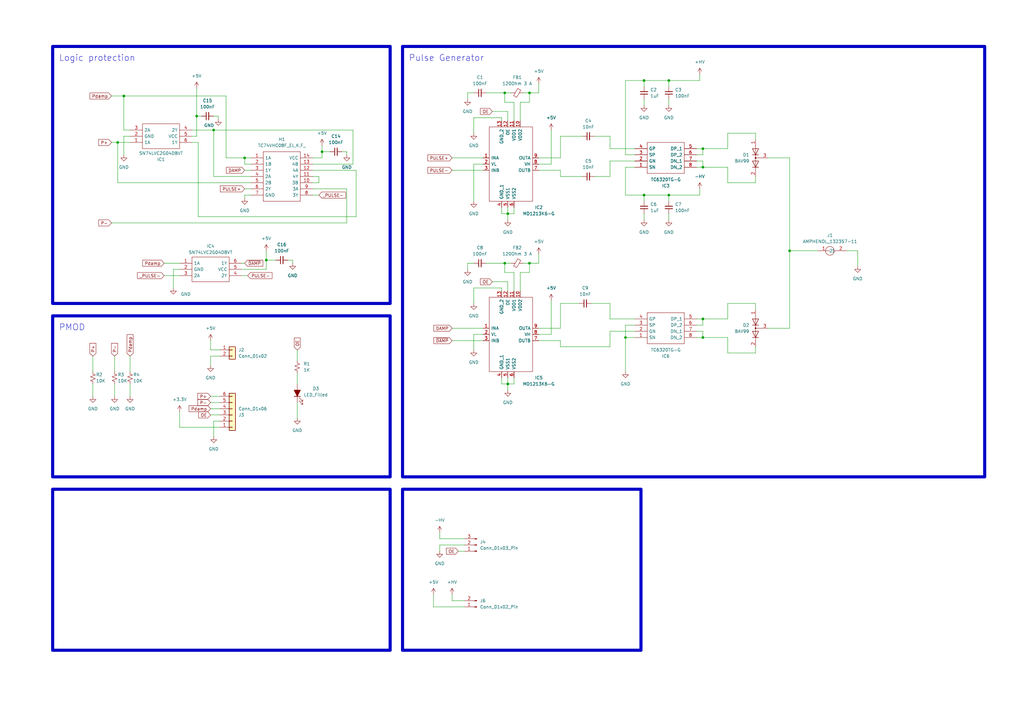
<source format=kicad_sch>
(kicad_sch (version 20230121) (generator eeschema)

  (uuid fd1293db-61e1-47df-8c78-6fbf012cba49)

  (paper "A3")

  (title_block
    (title "PMOD PULSER")
    (date "2024-02-03")
    (rev "R01")
    (company "ICTAMKY.COM")
    (comment 1 "Design by Leevawns")
  )

  (lib_symbols
    (symbol "+HV_1" (power) (pin_names (offset 0)) (in_bom yes) (on_board yes)
      (property "Reference" "#PWR" (at 0 -3.81 0)
        (effects (font (size 1.27 1.27)) hide)
      )
      (property "Value" "+HV_1" (at 0 3.556 0)
        (effects (font (size 1.27 1.27)))
      )
      (property "Footprint" "" (at 0 0 0)
        (effects (font (size 1.27 1.27)) hide)
      )
      (property "Datasheet" "" (at 0 0 0)
        (effects (font (size 1.27 1.27)) hide)
      )
      (property "ki_keywords" "global power" (at 0 0 0)
        (effects (font (size 1.27 1.27)) hide)
      )
      (property "ki_description" "Power symbol creates a global label with name \"+HV\"" (at 0 0 0)
        (effects (font (size 1.27 1.27)) hide)
      )
      (symbol "+HV_1_0_1"
        (polyline
          (pts
            (xy -0.762 1.27)
            (xy 0 2.54)
          )
          (stroke (width 0) (type default))
          (fill (type none))
        )
        (polyline
          (pts
            (xy 0 0)
            (xy 0 2.54)
          )
          (stroke (width 0) (type default))
          (fill (type none))
        )
        (polyline
          (pts
            (xy 0 2.54)
            (xy 0.762 1.27)
          )
          (stroke (width 0) (type default))
          (fill (type none))
        )
      )
      (symbol "+HV_1_1_1"
        (pin power_in line (at 0 0 90) (length 0) hide
          (name "+HV" (effects (font (size 1.27 1.27))))
          (number "1" (effects (font (size 1.27 1.27))))
        )
      )
    )
    (symbol "-HV_1" (power) (pin_names (offset 0)) (in_bom yes) (on_board yes)
      (property "Reference" "#PWR" (at 0 -3.81 0)
        (effects (font (size 1.27 1.27)) hide)
      )
      (property "Value" "-HV_1" (at 0 3.556 0)
        (effects (font (size 1.27 1.27)))
      )
      (property "Footprint" "" (at 0 0 0)
        (effects (font (size 1.27 1.27)) hide)
      )
      (property "Datasheet" "" (at 0 0 0)
        (effects (font (size 1.27 1.27)) hide)
      )
      (property "ki_keywords" "global power" (at 0 0 0)
        (effects (font (size 1.27 1.27)) hide)
      )
      (property "ki_description" "Power symbol creates a global label with name \"-HV\"" (at 0 0 0)
        (effects (font (size 1.27 1.27)) hide)
      )
      (symbol "-HV_1_0_1"
        (polyline
          (pts
            (xy -0.762 1.27)
            (xy 0 2.54)
          )
          (stroke (width 0) (type default))
          (fill (type none))
        )
        (polyline
          (pts
            (xy 0 0)
            (xy 0 2.54)
          )
          (stroke (width 0) (type default))
          (fill (type none))
        )
        (polyline
          (pts
            (xy 0 2.54)
            (xy 0.762 1.27)
          )
          (stroke (width 0) (type default))
          (fill (type none))
        )
      )
      (symbol "-HV_1_1_1"
        (pin power_in line (at 0 0 90) (length 0) hide
          (name "-HV" (effects (font (size 1.27 1.27))))
          (number "1" (effects (font (size 1.27 1.27))))
        )
      )
    )
    (symbol "Connector:Conn_01x02_Pin" (pin_names (offset 1.016) hide) (in_bom yes) (on_board yes)
      (property "Reference" "J" (at 0 2.54 0)
        (effects (font (size 1.27 1.27)))
      )
      (property "Value" "Conn_01x02_Pin" (at 0 -5.08 0)
        (effects (font (size 1.27 1.27)))
      )
      (property "Footprint" "" (at 0 0 0)
        (effects (font (size 1.27 1.27)) hide)
      )
      (property "Datasheet" "~" (at 0 0 0)
        (effects (font (size 1.27 1.27)) hide)
      )
      (property "ki_locked" "" (at 0 0 0)
        (effects (font (size 1.27 1.27)))
      )
      (property "ki_keywords" "connector" (at 0 0 0)
        (effects (font (size 1.27 1.27)) hide)
      )
      (property "ki_description" "Generic connector, single row, 01x02, script generated" (at 0 0 0)
        (effects (font (size 1.27 1.27)) hide)
      )
      (property "ki_fp_filters" "Connector*:*_1x??_*" (at 0 0 0)
        (effects (font (size 1.27 1.27)) hide)
      )
      (symbol "Conn_01x02_Pin_1_1"
        (polyline
          (pts
            (xy 1.27 -2.54)
            (xy 0.8636 -2.54)
          )
          (stroke (width 0.1524) (type default))
          (fill (type none))
        )
        (polyline
          (pts
            (xy 1.27 0)
            (xy 0.8636 0)
          )
          (stroke (width 0.1524) (type default))
          (fill (type none))
        )
        (rectangle (start 0.8636 -2.413) (end 0 -2.667)
          (stroke (width 0.1524) (type default))
          (fill (type outline))
        )
        (rectangle (start 0.8636 0.127) (end 0 -0.127)
          (stroke (width 0.1524) (type default))
          (fill (type outline))
        )
        (pin passive line (at 5.08 0 180) (length 3.81)
          (name "Pin_1" (effects (font (size 1.27 1.27))))
          (number "1" (effects (font (size 1.27 1.27))))
        )
        (pin passive line (at 5.08 -2.54 180) (length 3.81)
          (name "Pin_2" (effects (font (size 1.27 1.27))))
          (number "2" (effects (font (size 1.27 1.27))))
        )
      )
    )
    (symbol "Connector:Conn_01x03_Pin" (pin_names (offset 1.016) hide) (in_bom yes) (on_board yes)
      (property "Reference" "J" (at 0 5.08 0)
        (effects (font (size 1.27 1.27)))
      )
      (property "Value" "Conn_01x03_Pin" (at 0 -5.08 0)
        (effects (font (size 1.27 1.27)))
      )
      (property "Footprint" "" (at 0 0 0)
        (effects (font (size 1.27 1.27)) hide)
      )
      (property "Datasheet" "~" (at 0 0 0)
        (effects (font (size 1.27 1.27)) hide)
      )
      (property "ki_locked" "" (at 0 0 0)
        (effects (font (size 1.27 1.27)))
      )
      (property "ki_keywords" "connector" (at 0 0 0)
        (effects (font (size 1.27 1.27)) hide)
      )
      (property "ki_description" "Generic connector, single row, 01x03, script generated" (at 0 0 0)
        (effects (font (size 1.27 1.27)) hide)
      )
      (property "ki_fp_filters" "Connector*:*_1x??_*" (at 0 0 0)
        (effects (font (size 1.27 1.27)) hide)
      )
      (symbol "Conn_01x03_Pin_1_1"
        (polyline
          (pts
            (xy 1.27 -2.54)
            (xy 0.8636 -2.54)
          )
          (stroke (width 0.1524) (type default))
          (fill (type none))
        )
        (polyline
          (pts
            (xy 1.27 0)
            (xy 0.8636 0)
          )
          (stroke (width 0.1524) (type default))
          (fill (type none))
        )
        (polyline
          (pts
            (xy 1.27 2.54)
            (xy 0.8636 2.54)
          )
          (stroke (width 0.1524) (type default))
          (fill (type none))
        )
        (rectangle (start 0.8636 -2.413) (end 0 -2.667)
          (stroke (width 0.1524) (type default))
          (fill (type outline))
        )
        (rectangle (start 0.8636 0.127) (end 0 -0.127)
          (stroke (width 0.1524) (type default))
          (fill (type outline))
        )
        (rectangle (start 0.8636 2.667) (end 0 2.413)
          (stroke (width 0.1524) (type default))
          (fill (type outline))
        )
        (pin passive line (at 5.08 2.54 180) (length 3.81)
          (name "Pin_1" (effects (font (size 1.27 1.27))))
          (number "1" (effects (font (size 1.27 1.27))))
        )
        (pin passive line (at 5.08 0 180) (length 3.81)
          (name "Pin_2" (effects (font (size 1.27 1.27))))
          (number "2" (effects (font (size 1.27 1.27))))
        )
        (pin passive line (at 5.08 -2.54 180) (length 3.81)
          (name "Pin_3" (effects (font (size 1.27 1.27))))
          (number "3" (effects (font (size 1.27 1.27))))
        )
      )
    )
    (symbol "Connector_Generic:Conn_01x02" (pin_names (offset 1.016) hide) (in_bom yes) (on_board yes)
      (property "Reference" "J" (at 0 2.54 0)
        (effects (font (size 1.27 1.27)))
      )
      (property "Value" "Conn_01x02" (at 0 -5.08 0)
        (effects (font (size 1.27 1.27)))
      )
      (property "Footprint" "" (at 0 0 0)
        (effects (font (size 1.27 1.27)) hide)
      )
      (property "Datasheet" "~" (at 0 0 0)
        (effects (font (size 1.27 1.27)) hide)
      )
      (property "ki_keywords" "connector" (at 0 0 0)
        (effects (font (size 1.27 1.27)) hide)
      )
      (property "ki_description" "Generic connector, single row, 01x02, script generated (kicad-library-utils/schlib/autogen/connector/)" (at 0 0 0)
        (effects (font (size 1.27 1.27)) hide)
      )
      (property "ki_fp_filters" "Connector*:*_1x??_*" (at 0 0 0)
        (effects (font (size 1.27 1.27)) hide)
      )
      (symbol "Conn_01x02_1_1"
        (rectangle (start -1.27 -2.413) (end 0 -2.667)
          (stroke (width 0.1524) (type default))
          (fill (type none))
        )
        (rectangle (start -1.27 0.127) (end 0 -0.127)
          (stroke (width 0.1524) (type default))
          (fill (type none))
        )
        (rectangle (start -1.27 1.27) (end 1.27 -3.81)
          (stroke (width 0.254) (type default))
          (fill (type background))
        )
        (pin passive line (at -5.08 0 0) (length 3.81)
          (name "Pin_1" (effects (font (size 1.27 1.27))))
          (number "1" (effects (font (size 1.27 1.27))))
        )
        (pin passive line (at -5.08 -2.54 0) (length 3.81)
          (name "Pin_2" (effects (font (size 1.27 1.27))))
          (number "2" (effects (font (size 1.27 1.27))))
        )
      )
    )
    (symbol "Connector_Generic:Conn_01x06" (pin_names (offset 1.016) hide) (in_bom yes) (on_board yes)
      (property "Reference" "J" (at 0 7.62 0)
        (effects (font (size 1.27 1.27)))
      )
      (property "Value" "Conn_01x06" (at 0 -10.16 0)
        (effects (font (size 1.27 1.27)))
      )
      (property "Footprint" "" (at 0 0 0)
        (effects (font (size 1.27 1.27)) hide)
      )
      (property "Datasheet" "~" (at 0 0 0)
        (effects (font (size 1.27 1.27)) hide)
      )
      (property "ki_keywords" "connector" (at 0 0 0)
        (effects (font (size 1.27 1.27)) hide)
      )
      (property "ki_description" "Generic connector, single row, 01x06, script generated (kicad-library-utils/schlib/autogen/connector/)" (at 0 0 0)
        (effects (font (size 1.27 1.27)) hide)
      )
      (property "ki_fp_filters" "Connector*:*_1x??_*" (at 0 0 0)
        (effects (font (size 1.27 1.27)) hide)
      )
      (symbol "Conn_01x06_1_1"
        (rectangle (start -1.27 -7.493) (end 0 -7.747)
          (stroke (width 0.1524) (type default))
          (fill (type none))
        )
        (rectangle (start -1.27 -4.953) (end 0 -5.207)
          (stroke (width 0.1524) (type default))
          (fill (type none))
        )
        (rectangle (start -1.27 -2.413) (end 0 -2.667)
          (stroke (width 0.1524) (type default))
          (fill (type none))
        )
        (rectangle (start -1.27 0.127) (end 0 -0.127)
          (stroke (width 0.1524) (type default))
          (fill (type none))
        )
        (rectangle (start -1.27 2.667) (end 0 2.413)
          (stroke (width 0.1524) (type default))
          (fill (type none))
        )
        (rectangle (start -1.27 5.207) (end 0 4.953)
          (stroke (width 0.1524) (type default))
          (fill (type none))
        )
        (rectangle (start -1.27 6.35) (end 1.27 -8.89)
          (stroke (width 0.254) (type default))
          (fill (type background))
        )
        (pin passive line (at -5.08 5.08 0) (length 3.81)
          (name "Pin_1" (effects (font (size 1.27 1.27))))
          (number "1" (effects (font (size 1.27 1.27))))
        )
        (pin passive line (at -5.08 2.54 0) (length 3.81)
          (name "Pin_2" (effects (font (size 1.27 1.27))))
          (number "2" (effects (font (size 1.27 1.27))))
        )
        (pin passive line (at -5.08 0 0) (length 3.81)
          (name "Pin_3" (effects (font (size 1.27 1.27))))
          (number "3" (effects (font (size 1.27 1.27))))
        )
        (pin passive line (at -5.08 -2.54 0) (length 3.81)
          (name "Pin_4" (effects (font (size 1.27 1.27))))
          (number "4" (effects (font (size 1.27 1.27))))
        )
        (pin passive line (at -5.08 -5.08 0) (length 3.81)
          (name "Pin_5" (effects (font (size 1.27 1.27))))
          (number "5" (effects (font (size 1.27 1.27))))
        )
        (pin passive line (at -5.08 -7.62 0) (length 3.81)
          (name "Pin_6" (effects (font (size 1.27 1.27))))
          (number "6" (effects (font (size 1.27 1.27))))
        )
      )
    )
    (symbol "Device:C_Small" (pin_numbers hide) (pin_names (offset 0.254) hide) (in_bom yes) (on_board yes)
      (property "Reference" "C" (at 0.254 1.778 0)
        (effects (font (size 1.27 1.27)) (justify left))
      )
      (property "Value" "C_Small" (at 0.254 -2.032 0)
        (effects (font (size 1.27 1.27)) (justify left))
      )
      (property "Footprint" "" (at 0 0 0)
        (effects (font (size 1.27 1.27)) hide)
      )
      (property "Datasheet" "~" (at 0 0 0)
        (effects (font (size 1.27 1.27)) hide)
      )
      (property "ki_keywords" "capacitor cap" (at 0 0 0)
        (effects (font (size 1.27 1.27)) hide)
      )
      (property "ki_description" "Unpolarized capacitor, small symbol" (at 0 0 0)
        (effects (font (size 1.27 1.27)) hide)
      )
      (property "ki_fp_filters" "C_*" (at 0 0 0)
        (effects (font (size 1.27 1.27)) hide)
      )
      (symbol "C_Small_0_1"
        (polyline
          (pts
            (xy -1.524 -0.508)
            (xy 1.524 -0.508)
          )
          (stroke (width 0.3302) (type default))
          (fill (type none))
        )
        (polyline
          (pts
            (xy -1.524 0.508)
            (xy 1.524 0.508)
          )
          (stroke (width 0.3048) (type default))
          (fill (type none))
        )
      )
      (symbol "C_Small_1_1"
        (pin passive line (at 0 2.54 270) (length 2.032)
          (name "~" (effects (font (size 1.27 1.27))))
          (number "1" (effects (font (size 1.27 1.27))))
        )
        (pin passive line (at 0 -2.54 90) (length 2.032)
          (name "~" (effects (font (size 1.27 1.27))))
          (number "2" (effects (font (size 1.27 1.27))))
        )
      )
    )
    (symbol "Device:FerriteBead_Small" (pin_numbers hide) (pin_names (offset 0)) (in_bom yes) (on_board yes)
      (property "Reference" "FB" (at 1.905 1.27 0)
        (effects (font (size 1.27 1.27)) (justify left))
      )
      (property "Value" "FerriteBead_Small" (at 1.905 -1.27 0)
        (effects (font (size 1.27 1.27)) (justify left))
      )
      (property "Footprint" "" (at -1.778 0 90)
        (effects (font (size 1.27 1.27)) hide)
      )
      (property "Datasheet" "~" (at 0 0 0)
        (effects (font (size 1.27 1.27)) hide)
      )
      (property "ki_keywords" "L ferrite bead inductor filter" (at 0 0 0)
        (effects (font (size 1.27 1.27)) hide)
      )
      (property "ki_description" "Ferrite bead, small symbol" (at 0 0 0)
        (effects (font (size 1.27 1.27)) hide)
      )
      (property "ki_fp_filters" "Inductor_* L_* *Ferrite*" (at 0 0 0)
        (effects (font (size 1.27 1.27)) hide)
      )
      (symbol "FerriteBead_Small_0_1"
        (polyline
          (pts
            (xy 0 -1.27)
            (xy 0 -0.7874)
          )
          (stroke (width 0) (type default))
          (fill (type none))
        )
        (polyline
          (pts
            (xy 0 0.889)
            (xy 0 1.2954)
          )
          (stroke (width 0) (type default))
          (fill (type none))
        )
        (polyline
          (pts
            (xy -1.8288 0.2794)
            (xy -1.1176 1.4986)
            (xy 1.8288 -0.2032)
            (xy 1.1176 -1.4224)
            (xy -1.8288 0.2794)
          )
          (stroke (width 0) (type default))
          (fill (type none))
        )
      )
      (symbol "FerriteBead_Small_1_1"
        (pin passive line (at 0 2.54 270) (length 1.27)
          (name "~" (effects (font (size 1.27 1.27))))
          (number "1" (effects (font (size 1.27 1.27))))
        )
        (pin passive line (at 0 -2.54 90) (length 1.27)
          (name "~" (effects (font (size 1.27 1.27))))
          (number "2" (effects (font (size 1.27 1.27))))
        )
      )
    )
    (symbol "Device:LED_Filled" (pin_numbers hide) (pin_names (offset 1.016) hide) (in_bom yes) (on_board yes)
      (property "Reference" "D" (at 0 2.54 0)
        (effects (font (size 1.27 1.27)))
      )
      (property "Value" "LED_Filled" (at 0 -2.54 0)
        (effects (font (size 1.27 1.27)))
      )
      (property "Footprint" "" (at 0 0 0)
        (effects (font (size 1.27 1.27)) hide)
      )
      (property "Datasheet" "~" (at 0 0 0)
        (effects (font (size 1.27 1.27)) hide)
      )
      (property "ki_keywords" "LED diode" (at 0 0 0)
        (effects (font (size 1.27 1.27)) hide)
      )
      (property "ki_description" "Light emitting diode, filled shape" (at 0 0 0)
        (effects (font (size 1.27 1.27)) hide)
      )
      (property "ki_fp_filters" "LED* LED_SMD:* LED_THT:*" (at 0 0 0)
        (effects (font (size 1.27 1.27)) hide)
      )
      (symbol "LED_Filled_0_1"
        (polyline
          (pts
            (xy -1.27 -1.27)
            (xy -1.27 1.27)
          )
          (stroke (width 0.254) (type default))
          (fill (type none))
        )
        (polyline
          (pts
            (xy -1.27 0)
            (xy 1.27 0)
          )
          (stroke (width 0) (type default))
          (fill (type none))
        )
        (polyline
          (pts
            (xy 1.27 -1.27)
            (xy 1.27 1.27)
            (xy -1.27 0)
            (xy 1.27 -1.27)
          )
          (stroke (width 0.254) (type default))
          (fill (type outline))
        )
        (polyline
          (pts
            (xy -3.048 -0.762)
            (xy -4.572 -2.286)
            (xy -3.81 -2.286)
            (xy -4.572 -2.286)
            (xy -4.572 -1.524)
          )
          (stroke (width 0) (type default))
          (fill (type none))
        )
        (polyline
          (pts
            (xy -1.778 -0.762)
            (xy -3.302 -2.286)
            (xy -2.54 -2.286)
            (xy -3.302 -2.286)
            (xy -3.302 -1.524)
          )
          (stroke (width 0) (type default))
          (fill (type none))
        )
      )
      (symbol "LED_Filled_1_1"
        (pin passive line (at -3.81 0 0) (length 2.54)
          (name "K" (effects (font (size 1.27 1.27))))
          (number "1" (effects (font (size 1.27 1.27))))
        )
        (pin passive line (at 3.81 0 180) (length 2.54)
          (name "A" (effects (font (size 1.27 1.27))))
          (number "2" (effects (font (size 1.27 1.27))))
        )
      )
    )
    (symbol "Device:R_Small_US" (pin_numbers hide) (pin_names (offset 0.254) hide) (in_bom yes) (on_board yes)
      (property "Reference" "R" (at 0.762 0.508 0)
        (effects (font (size 1.27 1.27)) (justify left))
      )
      (property "Value" "R_Small_US" (at 0.762 -1.016 0)
        (effects (font (size 1.27 1.27)) (justify left))
      )
      (property "Footprint" "" (at 0 0 0)
        (effects (font (size 1.27 1.27)) hide)
      )
      (property "Datasheet" "~" (at 0 0 0)
        (effects (font (size 1.27 1.27)) hide)
      )
      (property "ki_keywords" "r resistor" (at 0 0 0)
        (effects (font (size 1.27 1.27)) hide)
      )
      (property "ki_description" "Resistor, small US symbol" (at 0 0 0)
        (effects (font (size 1.27 1.27)) hide)
      )
      (property "ki_fp_filters" "R_*" (at 0 0 0)
        (effects (font (size 1.27 1.27)) hide)
      )
      (symbol "R_Small_US_1_1"
        (polyline
          (pts
            (xy 0 0)
            (xy 1.016 -0.381)
            (xy 0 -0.762)
            (xy -1.016 -1.143)
            (xy 0 -1.524)
          )
          (stroke (width 0) (type default))
          (fill (type none))
        )
        (polyline
          (pts
            (xy 0 1.524)
            (xy 1.016 1.143)
            (xy 0 0.762)
            (xy -1.016 0.381)
            (xy 0 0)
          )
          (stroke (width 0) (type default))
          (fill (type none))
        )
        (pin passive line (at 0 2.54 270) (length 1.016)
          (name "~" (effects (font (size 1.27 1.27))))
          (number "1" (effects (font (size 1.27 1.27))))
        )
        (pin passive line (at 0 -2.54 90) (length 1.016)
          (name "~" (effects (font (size 1.27 1.27))))
          (number "2" (effects (font (size 1.27 1.27))))
        )
      )
    )
    (symbol "Diode:BAV99" (pin_names hide) (in_bom yes) (on_board yes)
      (property "Reference" "D" (at 0 5.08 0)
        (effects (font (size 1.27 1.27)))
      )
      (property "Value" "BAV99" (at 0 2.54 0)
        (effects (font (size 1.27 1.27)))
      )
      (property "Footprint" "Package_TO_SOT_SMD:SOT-23" (at 0 -12.7 0)
        (effects (font (size 1.27 1.27)) hide)
      )
      (property "Datasheet" "https://assets.nexperia.com/documents/data-sheet/BAV99_SER.pdf" (at 0 0 0)
        (effects (font (size 1.27 1.27)) hide)
      )
      (property "ki_keywords" "diode" (at 0 0 0)
        (effects (font (size 1.27 1.27)) hide)
      )
      (property "ki_description" "BAV99 High-speed switching diodes, SOT-23" (at 0 0 0)
        (effects (font (size 1.27 1.27)) hide)
      )
      (property "ki_fp_filters" "SOT?23*" (at 0 0 0)
        (effects (font (size 1.27 1.27)) hide)
      )
      (symbol "BAV99_0_1"
        (polyline
          (pts
            (xy -5.08 0)
            (xy 5.08 0)
          )
          (stroke (width 0) (type default))
          (fill (type none))
        )
      )
      (symbol "BAV99_1_1"
        (polyline
          (pts
            (xy 0 0)
            (xy 0 -2.54)
          )
          (stroke (width 0) (type default))
          (fill (type none))
        )
        (polyline
          (pts
            (xy -1.27 -1.27)
            (xy -1.27 1.27)
            (xy -1.27 1.27)
          )
          (stroke (width 0.2032) (type default))
          (fill (type none))
        )
        (polyline
          (pts
            (xy 3.81 1.27)
            (xy 3.81 -1.27)
            (xy 3.81 -1.27)
          )
          (stroke (width 0.2032) (type default))
          (fill (type none))
        )
        (polyline
          (pts
            (xy -3.81 1.27)
            (xy -1.27 0)
            (xy -3.81 -1.27)
            (xy -3.81 1.27)
            (xy -3.81 1.27)
            (xy -3.81 1.27)
          )
          (stroke (width 0.2032) (type default))
          (fill (type none))
        )
        (polyline
          (pts
            (xy 1.27 1.27)
            (xy 3.81 0)
            (xy 1.27 -1.27)
            (xy 1.27 1.27)
            (xy 1.27 1.27)
            (xy 1.27 1.27)
          )
          (stroke (width 0.2032) (type default))
          (fill (type none))
        )
        (circle (center 0 0) (radius 0.254)
          (stroke (width 0) (type default))
          (fill (type outline))
        )
        (pin passive line (at -7.62 0 0) (length 2.54)
          (name "K" (effects (font (size 1.27 1.27))))
          (number "1" (effects (font (size 1.27 1.27))))
        )
        (pin passive line (at 7.62 0 180) (length 2.54)
          (name "A" (effects (font (size 1.27 1.27))))
          (number "2" (effects (font (size 1.27 1.27))))
        )
        (pin passive line (at 0 -5.08 90) (length 2.54)
          (name "K" (effects (font (size 1.27 1.27))))
          (number "3" (effects (font (size 1.27 1.27))))
        )
      )
    )
    (symbol "ICTAMKY:TC74VHC08F_EL,K,F_" (pin_names (offset 0.762)) (in_bom yes) (on_board yes)
      (property "Reference" "H" (at 21.59 7.62 0)
        (effects (font (size 1.27 1.27)) (justify left))
      )
      (property "Value" "TC74VHC08F_EL,K,F_" (at 21.59 5.08 0)
        (effects (font (size 1.27 1.27)) (justify left))
      )
      (property "Footprint" "SOIC127P780X190-14N" (at 21.59 2.54 0)
        (effects (font (size 1.27 1.27)) (justify left) hide)
      )
      (property "Datasheet" "https://componentsearchengine.com/Datasheets/1/TC74VHC08F(EL,K,F).pdf" (at 21.59 0 0)
        (effects (font (size 1.27 1.27)) (justify left) hide)
      )
      (property "Description" "Logic Gates CMOS Logic IC 4.3ns 8mA 2.0 to 5.5V" (at 21.59 -2.54 0)
        (effects (font (size 1.27 1.27)) (justify left) hide)
      )
      (property "Height" "1.9" (at 21.59 -5.08 0)
        (effects (font (size 1.27 1.27)) (justify left) hide)
      )
      (property "Mouser Part Number" "757-TC74VHC08FELKF" (at 21.59 -7.62 0)
        (effects (font (size 1.27 1.27)) (justify left) hide)
      )
      (property "Mouser Price/Stock" "https://www.mouser.co.uk/ProductDetail/Toshiba/TC74VHC08FELKF?qs=f0GatGUIxV0KIqTggGqR%252BQ%3D%3D" (at 21.59 -10.16 0)
        (effects (font (size 1.27 1.27)) (justify left) hide)
      )
      (property "Manufacturer_Name" "Toshiba" (at 21.59 -12.7 0)
        (effects (font (size 1.27 1.27)) (justify left) hide)
      )
      (property "Manufacturer_Part_Number" "TC74VHC08F(EL,K,F)" (at 21.59 -15.24 0)
        (effects (font (size 1.27 1.27)) (justify left) hide)
      )
      (property "ki_description" "Logic Gates CMOS Logic IC 4.3ns 8mA 2.0 to 5.5V" (at 0 0 0)
        (effects (font (size 1.27 1.27)) hide)
      )
      (symbol "TC74VHC08F_EL,K,F__0_0"
        (pin passive line (at 0 0 0) (length 5.08)
          (name "1A" (effects (font (size 1.27 1.27))))
          (number "1" (effects (font (size 1.27 1.27))))
        )
        (pin passive line (at 25.4 -10.16 180) (length 5.08)
          (name "3B" (effects (font (size 1.27 1.27))))
          (number "10" (effects (font (size 1.27 1.27))))
        )
        (pin passive line (at 25.4 -7.62 180) (length 5.08)
          (name "4Y" (effects (font (size 1.27 1.27))))
          (number "11" (effects (font (size 1.27 1.27))))
        )
        (pin passive line (at 25.4 -5.08 180) (length 5.08)
          (name "4A" (effects (font (size 1.27 1.27))))
          (number "12" (effects (font (size 1.27 1.27))))
        )
        (pin passive line (at 25.4 -2.54 180) (length 5.08)
          (name "4B" (effects (font (size 1.27 1.27))))
          (number "13" (effects (font (size 1.27 1.27))))
        )
        (pin power_in line (at 25.4 0 180) (length 5.08)
          (name "VCC" (effects (font (size 1.27 1.27))))
          (number "14" (effects (font (size 1.27 1.27))))
        )
        (pin passive line (at 0 -2.54 0) (length 5.08)
          (name "1B" (effects (font (size 1.27 1.27))))
          (number "2" (effects (font (size 1.27 1.27))))
        )
        (pin passive line (at 0 -5.08 0) (length 5.08)
          (name "1Y" (effects (font (size 1.27 1.27))))
          (number "3" (effects (font (size 1.27 1.27))))
        )
        (pin passive line (at 0 -7.62 0) (length 5.08)
          (name "2A" (effects (font (size 1.27 1.27))))
          (number "4" (effects (font (size 1.27 1.27))))
        )
        (pin passive line (at 0 -10.16 0) (length 5.08)
          (name "2B" (effects (font (size 1.27 1.27))))
          (number "5" (effects (font (size 1.27 1.27))))
        )
        (pin passive line (at 0 -12.7 0) (length 5.08)
          (name "2Y" (effects (font (size 1.27 1.27))))
          (number "6" (effects (font (size 1.27 1.27))))
        )
        (pin power_in line (at 0 -15.24 0) (length 5.08)
          (name "GND" (effects (font (size 1.27 1.27))))
          (number "7" (effects (font (size 1.27 1.27))))
        )
        (pin passive line (at 25.4 -15.24 180) (length 5.08)
          (name "3Y" (effects (font (size 1.27 1.27))))
          (number "8" (effects (font (size 1.27 1.27))))
        )
        (pin passive line (at 25.4 -12.7 180) (length 5.08)
          (name "3A" (effects (font (size 1.27 1.27))))
          (number "9" (effects (font (size 1.27 1.27))))
        )
      )
      (symbol "TC74VHC08F_EL,K,F__0_1"
        (polyline
          (pts
            (xy 5.08 2.54)
            (xy 20.32 2.54)
            (xy 20.32 -17.78)
            (xy 5.08 -17.78)
            (xy 5.08 2.54)
          )
          (stroke (width 0.1524) (type solid))
          (fill (type none))
        )
      )
    )
    (symbol "PMOD_PULSER:+HV" (power) (pin_names (offset 0)) (in_bom yes) (on_board yes)
      (property "Reference" "#PWR" (at 0 -3.81 0)
        (effects (font (size 1.27 1.27)) hide)
      )
      (property "Value" "+HV" (at 0 3.556 0)
        (effects (font (size 1.27 1.27)))
      )
      (property "Footprint" "" (at 0 0 0)
        (effects (font (size 1.27 1.27)) hide)
      )
      (property "Datasheet" "" (at 0 0 0)
        (effects (font (size 1.27 1.27)) hide)
      )
      (property "ki_keywords" "global power" (at 0 0 0)
        (effects (font (size 1.27 1.27)) hide)
      )
      (property "ki_description" "Power symbol creates a global label with name \"+HV\"" (at 0 0 0)
        (effects (font (size 1.27 1.27)) hide)
      )
      (symbol "+HV_0_1"
        (polyline
          (pts
            (xy -0.762 1.27)
            (xy 0 2.54)
          )
          (stroke (width 0) (type default))
          (fill (type none))
        )
        (polyline
          (pts
            (xy 0 0)
            (xy 0 2.54)
          )
          (stroke (width 0) (type default))
          (fill (type none))
        )
        (polyline
          (pts
            (xy 0 2.54)
            (xy 0.762 1.27)
          )
          (stroke (width 0) (type default))
          (fill (type none))
        )
      )
      (symbol "+HV_1_1"
        (pin power_in line (at 0 0 90) (length 0) hide
          (name "+HV" (effects (font (size 1.27 1.27))))
          (number "1" (effects (font (size 1.27 1.27))))
        )
      )
    )
    (symbol "PMOD_PULSER:-HV" (power) (pin_names (offset 0)) (in_bom yes) (on_board yes)
      (property "Reference" "#PWR" (at 0 -3.81 0)
        (effects (font (size 1.27 1.27)) hide)
      )
      (property "Value" "-HV" (at 0 3.556 0)
        (effects (font (size 1.27 1.27)))
      )
      (property "Footprint" "" (at 0 0 0)
        (effects (font (size 1.27 1.27)) hide)
      )
      (property "Datasheet" "" (at 0 0 0)
        (effects (font (size 1.27 1.27)) hide)
      )
      (property "ki_keywords" "global power" (at 0 0 0)
        (effects (font (size 1.27 1.27)) hide)
      )
      (property "ki_description" "Power symbol creates a global label with name \"-HV\"" (at 0 0 0)
        (effects (font (size 1.27 1.27)) hide)
      )
      (symbol "-HV_0_1"
        (polyline
          (pts
            (xy -0.762 1.27)
            (xy 0 2.54)
          )
          (stroke (width 0) (type default))
          (fill (type none))
        )
        (polyline
          (pts
            (xy 0 0)
            (xy 0 2.54)
          )
          (stroke (width 0) (type default))
          (fill (type none))
        )
        (polyline
          (pts
            (xy 0 2.54)
            (xy 0.762 1.27)
          )
          (stroke (width 0) (type default))
          (fill (type none))
        )
      )
      (symbol "-HV_1_1"
        (pin power_in line (at 0 0 90) (length 0) hide
          (name "-HV" (effects (font (size 1.27 1.27))))
          (number "1" (effects (font (size 1.27 1.27))))
        )
      )
    )
    (symbol "PMOD_PULSER:AMPHENOL_132357-11" (pin_names (offset 0.762)) (in_bom yes) (on_board yes)
      (property "Reference" "J" (at 16.51 7.62 0)
        (effects (font (size 1.27 1.27)) (justify left))
      )
      (property "Value" "AMPHENOL_132357-11" (at 16.51 5.08 0)
        (effects (font (size 1.27 1.27)) (justify left))
      )
      (property "Footprint" "142-0701-851" (at 16.51 2.54 0)
        (effects (font (size 1.27 1.27)) (justify left) hide)
      )
      (property "Datasheet" "" (at 16.51 0 0)
        (effects (font (size 1.27 1.27)) (justify left) hide)
      )
      (property "Description" "JOHNSON - 142-0701-801 - \\u5C04\\u9891/\\u540C\\u8F74\\u63D2\\u5B54, SMA, PCB\\u5B89\\u88C5" (at 16.51 -2.54 0)
        (effects (font (size 1.27 1.27)) (justify left) hide)
      )
      (property "Height" "" (at 16.51 -5.08 0)
        (effects (font (size 1.27 1.27)) (justify left) hide)
      )
      (property "Mouser Part Number" "530-142-0701-801" (at 16.51 -7.62 0)
        (effects (font (size 1.27 1.27)) (justify left) hide)
      )
      (property "Mouser Price/Stock" "https://www.mouser.co.uk/ProductDetail/Johnson-Cinch-Connectivity-Solutions/142-0701-801?qs=PcPxjN2Z58KbDaDuDxyLHA%3D%3D" (at 16.51 -10.16 0)
        (effects (font (size 1.27 1.27)) (justify left) hide)
      )
      (property "Manufacturer_Name" "Cinch Connectivity Solutions" (at 16.51 -12.7 0)
        (effects (font (size 1.27 1.27)) (justify left) hide)
      )
      (property "Manufacturer_Part_Number" "142-0701-801" (at 16.51 -15.24 0)
        (effects (font (size 1.27 1.27)) (justify left) hide)
      )
      (property "ki_description" "JOHNSON - 142-0701-801 - \\u5C04\\u9891/\\u540C\\u8F74\\u63D2\\u5B54, SMA, PCB\\u5B89\\u88C5" (at 0 0 0)
        (effects (font (size 1.27 1.27)) hide)
      )
      (symbol "AMPHENOL_132357-11_0_0"
        (pin passive line (at 0 0 0) (length 5.08)
          (name "1" (effects (font (size 1.27 1.27))))
          (number "1" (effects (font (size 1.27 1.27))))
        )
        (pin passive line (at 12.065 0 180) (length 5.08)
          (name "2" (effects (font (size 1.27 1.27))))
          (number "2" (effects (font (size 1.27 1.27))))
        )
      )
      (symbol "AMPHENOL_132357-11_0_1"
        (circle (center 5.08 0) (radius 1.7961)
          (stroke (width 0) (type default))
          (fill (type none))
        )
      )
    )
    (symbol "PMOD_PULSER:MD1213K6-G" (pin_names (offset 0.762)) (in_bom yes) (on_board yes)
      (property "Reference" "IC" (at 43.18 3.175 0)
        (effects (font (size 1.27 1.27)) (justify left))
      )
      (property "Value" "MD1213K6-G" (at 43.18 1.27 0)
        (effects (font (size 1.27 1.27)) (justify left))
      )
      (property "Footprint" "PMOD_PULSER:MD1213" (at 43.18 -1.27 0)
        (effects (font (size 1.27 1.27)) (justify left) hide)
      )
      (property "Datasheet" "http://www.microchip.com/mymicrochip/filehandler.aspx?ddocname=en570148" (at 43.18 -3.81 0)
        (effects (font (size 1.27 1.27)) (justify left) hide)
      )
      (property "Description" "MICROCHIP - MD1213K6-G - MOSFET DRIVER, -40 TO 85DEG C" (at 43.18 -6.35 0)
        (effects (font (size 1.27 1.27)) (justify left) hide)
      )
      (property "Height" "1" (at 43.18 -8.89 0)
        (effects (font (size 1.27 1.27)) (justify left) hide)
      )
      (property "Mouser Part Number" "689-MD1213K6-G" (at 43.18 -11.43 0)
        (effects (font (size 1.27 1.27)) (justify left) hide)
      )
      (property "Mouser Price/Stock" "https://www.mouser.co.uk/ProductDetail/Microchip-Technology/MD1213K6-G?qs=yzbL9BrvDmMQeiy2ctoE9A%3D%3D" (at 43.18 -13.97 0)
        (effects (font (size 1.27 1.27)) (justify left) hide)
      )
      (property "Manufacturer_Name" "Microchip" (at 43.18 -16.51 0)
        (effects (font (size 1.27 1.27)) (justify left) hide)
      )
      (property "Manufacturer_Part_Number" "MD1213K6-G" (at 43.18 -19.05 0)
        (effects (font (size 1.27 1.27)) (justify left) hide)
      )
      (property "ki_description" "MICROCHIP - MD1213K6-G - MOSFET DRIVER, -40 TO 85DEG C" (at 0 0 0)
        (effects (font (size 1.27 1.27)) hide)
      )
      (symbol "MD1213K6-G_0_0"
        (pin passive line (at 0 2.54 0) (length 2.54)
          (name "INA" (effects (font (size 1.27 1.27))))
          (number "1" (effects (font (size 1.27 1.27))))
        )
        (pin passive line (at 15.24 17.78 270) (length 2.54)
          (name "VDD2" (effects (font (size 1.27 1.27))))
          (number "10" (effects (font (size 1.27 1.27))))
        )
        (pin passive line (at 12.7 17.78 270) (length 2.54)
          (name "VDD1" (effects (font (size 1.27 1.27))))
          (number "11" (effects (font (size 1.27 1.27))))
        )
        (pin passive line (at 10.16 17.78 270) (length 2.54)
          (name "OE" (effects (font (size 1.27 1.27))))
          (number "12" (effects (font (size 1.27 1.27))))
        )
        (pin passive line (at 0 0 0) (length 2.54)
          (name "VL" (effects (font (size 1.27 1.27))))
          (number "2" (effects (font (size 1.27 1.27))))
        )
        (pin passive line (at 0 -2.54 0) (length 2.54)
          (name "INB" (effects (font (size 1.27 1.27))))
          (number "3" (effects (font (size 1.27 1.27))))
        )
        (pin passive line (at 7.62 -17.78 90) (length 2.54)
          (name "GND_1" (effects (font (size 1.27 1.27))))
          (number "4" (effects (font (size 1.27 1.27))))
        )
        (pin passive line (at 10.16 -17.78 90) (length 2.54)
          (name "VSS1" (effects (font (size 1.27 1.27))))
          (number "5" (effects (font (size 1.27 1.27))))
        )
        (pin passive line (at 12.7 -17.78 90) (length 2.54)
          (name "VSS2" (effects (font (size 1.27 1.27))))
          (number "6" (effects (font (size 1.27 1.27))))
        )
        (pin passive line (at 22.86 -2.54 180) (length 2.54)
          (name "OUTB" (effects (font (size 1.27 1.27))))
          (number "7" (effects (font (size 1.27 1.27))))
        )
        (pin passive line (at 22.86 0 180) (length 2.54)
          (name "VH" (effects (font (size 1.27 1.27))))
          (number "8" (effects (font (size 1.27 1.27))))
        )
        (pin passive line (at 22.86 2.54 180) (length 2.54)
          (name "OUTA" (effects (font (size 1.27 1.27))))
          (number "9" (effects (font (size 1.27 1.27))))
        )
      )
      (symbol "MD1213K6-G_0_1"
        (polyline
          (pts
            (xy 2.54 15.24)
            (xy 20.32 15.24)
            (xy 20.32 -15.24)
            (xy 2.54 -15.24)
            (xy 2.54 15.24)
          )
          (stroke (width 0.1524) (type solid))
          (fill (type none))
        )
      )
      (symbol "MD1213K6-G_1_0"
        (pin passive line (at 7.62 17.78 270) (length 2.54)
          (name "GND_2" (effects (font (size 1.27 1.27))))
          (number "13" (effects (font (size 1.27 1.27))))
        )
      )
    )
    (symbol "PMOD_PULSER:SN74LVC2G04DBVT" (pin_names (offset 0.762)) (in_bom yes) (on_board yes)
      (property "Reference" "IC" (at 21.59 7.62 0)
        (effects (font (size 1.27 1.27)) (justify left))
      )
      (property "Value" "SN74LVC2G04DBVT" (at 21.59 5.08 0)
        (effects (font (size 1.27 1.27)) (justify left))
      )
      (property "Footprint" "PMOD_PULSER:SN74LVC2G04DBV" (at 21.59 2.54 0)
        (effects (font (size 1.27 1.27)) (justify left) hide)
      )
      (property "Datasheet" "https://datasheet.datasheetarchive.com/originals/distributors/Datasheets-37/DSA-720693.pdf" (at 21.59 0 0)
        (effects (font (size 1.27 1.27)) (justify left) hide)
      )
      (property "Description" "Inverters DUAL INVERTER" (at 21.59 -2.54 0)
        (effects (font (size 1.27 1.27)) (justify left) hide)
      )
      (property "Height" "1.45" (at 21.59 -5.08 0)
        (effects (font (size 1.27 1.27)) (justify left) hide)
      )
      (property "Mouser Part Number" "595-SN74LVC2G04DBVT" (at 21.59 -7.62 0)
        (effects (font (size 1.27 1.27)) (justify left) hide)
      )
      (property "Mouser Price/Stock" "https://www.mouser.co.uk/ProductDetail/Texas-Instruments/SN74LVC2G04DBVT?qs=dT9u2OTAaVVoMndu%252BqeFOg%3D%3D" (at 21.59 -10.16 0)
        (effects (font (size 1.27 1.27)) (justify left) hide)
      )
      (property "Manufacturer_Name" "Texas Instruments" (at 21.59 -12.7 0)
        (effects (font (size 1.27 1.27)) (justify left) hide)
      )
      (property "Manufacturer_Part_Number" "SN74LVC2G04DBVT" (at 21.59 -15.24 0)
        (effects (font (size 1.27 1.27)) (justify left) hide)
      )
      (property "ki_description" "Inverters DUAL INVERTER" (at 0 0 0)
        (effects (font (size 1.27 1.27)) hide)
      )
      (symbol "SN74LVC2G04DBVT_0_0"
        (pin passive line (at 0 0 0) (length 5.08)
          (name "1A" (effects (font (size 1.27 1.27))))
          (number "1" (effects (font (size 1.27 1.27))))
        )
        (pin passive line (at 0 -2.54 0) (length 5.08)
          (name "GND" (effects (font (size 1.27 1.27))))
          (number "2" (effects (font (size 1.27 1.27))))
        )
        (pin passive line (at 0 -5.08 0) (length 5.08)
          (name "2A" (effects (font (size 1.27 1.27))))
          (number "3" (effects (font (size 1.27 1.27))))
        )
        (pin passive line (at 25.4 -5.08 180) (length 5.08)
          (name "2Y" (effects (font (size 1.27 1.27))))
          (number "4" (effects (font (size 1.27 1.27))))
        )
        (pin passive line (at 25.4 -2.54 180) (length 5.08)
          (name "VCC" (effects (font (size 1.27 1.27))))
          (number "5" (effects (font (size 1.27 1.27))))
        )
        (pin passive line (at 25.4 0 180) (length 5.08)
          (name "1Y" (effects (font (size 1.27 1.27))))
          (number "6" (effects (font (size 1.27 1.27))))
        )
      )
      (symbol "SN74LVC2G04DBVT_0_1"
        (polyline
          (pts
            (xy 5.08 2.54)
            (xy 20.32 2.54)
            (xy 20.32 -7.62)
            (xy 5.08 -7.62)
            (xy 5.08 2.54)
          )
          (stroke (width 0.1524) (type solid))
          (fill (type none))
        )
      )
    )
    (symbol "PMOD_PULSER:TC6320TG-G" (pin_names (offset 0.762)) (in_bom yes) (on_board yes)
      (property "Reference" "IC" (at 21.59 7.62 0)
        (effects (font (size 1.27 1.27)) (justify left))
      )
      (property "Value" "TC6320TG-G" (at 21.59 5.08 0)
        (effects (font (size 1.27 1.27)) (justify left))
      )
      (property "Footprint" "SOIC127P600X175-8N" (at 21.59 2.54 0)
        (effects (font (size 1.27 1.27)) (justify left) hide)
      )
      (property "Datasheet" "https://ww1.microchip.com/downloads/en/DeviceDoc/20005697A.pdf" (at 21.59 0 0)
        (effects (font (size 1.27 1.27)) (justify left) hide)
      )
      (property "Description" "MOSFET 200V 8.0/7.0Ohm" (at 21.59 -2.54 0)
        (effects (font (size 1.27 1.27)) (justify left) hide)
      )
      (property "Height" "1.75" (at 21.59 -5.08 0)
        (effects (font (size 1.27 1.27)) (justify left) hide)
      )
      (property "Mouser Part Number" "689-TC6320TG-G" (at 21.59 -7.62 0)
        (effects (font (size 1.27 1.27)) (justify left) hide)
      )
      (property "Mouser Price/Stock" "https://www.mouser.co.uk/ProductDetail/Microchip-Technology/TC6320TG-G?qs=%252BgoAgGjL%252Bh4K5qliaxT5nQ%3D%3D" (at 21.59 -10.16 0)
        (effects (font (size 1.27 1.27)) (justify left) hide)
      )
      (property "Manufacturer_Name" "Microchip" (at 21.59 -12.7 0)
        (effects (font (size 1.27 1.27)) (justify left) hide)
      )
      (property "Manufacturer_Part_Number" "TC6320TG-G" (at 21.59 -15.24 0)
        (effects (font (size 1.27 1.27)) (justify left) hide)
      )
      (property "ki_description" "MOSFET 200V 8.0/7.0Ohm" (at 0 0 0)
        (effects (font (size 1.27 1.27)) hide)
      )
      (symbol "TC6320TG-G_0_0"
        (pin passive line (at 0 0 0) (length 5.08)
          (name "SN" (effects (font (size 1.27 1.27))))
          (number "1" (effects (font (size 1.27 1.27))))
        )
        (pin passive line (at 0 -2.54 0) (length 5.08)
          (name "GN" (effects (font (size 1.27 1.27))))
          (number "2" (effects (font (size 1.27 1.27))))
        )
        (pin passive line (at 0 -5.08 0) (length 5.08)
          (name "SP" (effects (font (size 1.27 1.27))))
          (number "3" (effects (font (size 1.27 1.27))))
        )
        (pin passive line (at 0 -7.62 0) (length 5.08)
          (name "GP" (effects (font (size 1.27 1.27))))
          (number "4" (effects (font (size 1.27 1.27))))
        )
        (pin passive line (at 25.4 -7.62 180) (length 5.08)
          (name "DP_1" (effects (font (size 1.27 1.27))))
          (number "5" (effects (font (size 1.27 1.27))))
        )
        (pin passive line (at 25.4 -5.08 180) (length 5.08)
          (name "DP_2" (effects (font (size 1.27 1.27))))
          (number "6" (effects (font (size 1.27 1.27))))
        )
        (pin passive line (at 25.4 -2.54 180) (length 5.08)
          (name "DN_1" (effects (font (size 1.27 1.27))))
          (number "7" (effects (font (size 1.27 1.27))))
        )
        (pin passive line (at 25.4 0 180) (length 5.08)
          (name "DN_2" (effects (font (size 1.27 1.27))))
          (number "8" (effects (font (size 1.27 1.27))))
        )
      )
      (symbol "TC6320TG-G_0_1"
        (polyline
          (pts
            (xy 5.08 2.54)
            (xy 20.32 2.54)
            (xy 20.32 -10.16)
            (xy 5.08 -10.16)
            (xy 5.08 2.54)
          )
          (stroke (width 0.1524) (type solid))
          (fill (type none))
        )
      )
    )
    (symbol "power:+3.3V" (power) (pin_names (offset 0)) (in_bom yes) (on_board yes)
      (property "Reference" "#PWR" (at 0 -3.81 0)
        (effects (font (size 1.27 1.27)) hide)
      )
      (property "Value" "+3.3V" (at 0 3.556 0)
        (effects (font (size 1.27 1.27)))
      )
      (property "Footprint" "" (at 0 0 0)
        (effects (font (size 1.27 1.27)) hide)
      )
      (property "Datasheet" "" (at 0 0 0)
        (effects (font (size 1.27 1.27)) hide)
      )
      (property "ki_keywords" "global power" (at 0 0 0)
        (effects (font (size 1.27 1.27)) hide)
      )
      (property "ki_description" "Power symbol creates a global label with name \"+3.3V\"" (at 0 0 0)
        (effects (font (size 1.27 1.27)) hide)
      )
      (symbol "+3.3V_0_1"
        (polyline
          (pts
            (xy -0.762 1.27)
            (xy 0 2.54)
          )
          (stroke (width 0) (type default))
          (fill (type none))
        )
        (polyline
          (pts
            (xy 0 0)
            (xy 0 2.54)
          )
          (stroke (width 0) (type default))
          (fill (type none))
        )
        (polyline
          (pts
            (xy 0 2.54)
            (xy 0.762 1.27)
          )
          (stroke (width 0) (type default))
          (fill (type none))
        )
      )
      (symbol "+3.3V_1_1"
        (pin power_in line (at 0 0 90) (length 0) hide
          (name "+3.3V" (effects (font (size 1.27 1.27))))
          (number "1" (effects (font (size 1.27 1.27))))
        )
      )
    )
    (symbol "power:+5V" (power) (pin_names (offset 0)) (in_bom yes) (on_board yes)
      (property "Reference" "#PWR" (at 0 -3.81 0)
        (effects (font (size 1.27 1.27)) hide)
      )
      (property "Value" "+5V" (at 0 3.556 0)
        (effects (font (size 1.27 1.27)))
      )
      (property "Footprint" "" (at 0 0 0)
        (effects (font (size 1.27 1.27)) hide)
      )
      (property "Datasheet" "" (at 0 0 0)
        (effects (font (size 1.27 1.27)) hide)
      )
      (property "ki_keywords" "global power" (at 0 0 0)
        (effects (font (size 1.27 1.27)) hide)
      )
      (property "ki_description" "Power symbol creates a global label with name \"+5V\"" (at 0 0 0)
        (effects (font (size 1.27 1.27)) hide)
      )
      (symbol "+5V_0_1"
        (polyline
          (pts
            (xy -0.762 1.27)
            (xy 0 2.54)
          )
          (stroke (width 0) (type default))
          (fill (type none))
        )
        (polyline
          (pts
            (xy 0 0)
            (xy 0 2.54)
          )
          (stroke (width 0) (type default))
          (fill (type none))
        )
        (polyline
          (pts
            (xy 0 2.54)
            (xy 0.762 1.27)
          )
          (stroke (width 0) (type default))
          (fill (type none))
        )
      )
      (symbol "+5V_1_1"
        (pin power_in line (at 0 0 90) (length 0) hide
          (name "+5V" (effects (font (size 1.27 1.27))))
          (number "1" (effects (font (size 1.27 1.27))))
        )
      )
    )
    (symbol "power:GND" (power) (pin_names (offset 0)) (in_bom yes) (on_board yes)
      (property "Reference" "#PWR" (at 0 -6.35 0)
        (effects (font (size 1.27 1.27)) hide)
      )
      (property "Value" "GND" (at 0 -3.81 0)
        (effects (font (size 1.27 1.27)))
      )
      (property "Footprint" "" (at 0 0 0)
        (effects (font (size 1.27 1.27)) hide)
      )
      (property "Datasheet" "" (at 0 0 0)
        (effects (font (size 1.27 1.27)) hide)
      )
      (property "ki_keywords" "global power" (at 0 0 0)
        (effects (font (size 1.27 1.27)) hide)
      )
      (property "ki_description" "Power symbol creates a global label with name \"GND\" , ground" (at 0 0 0)
        (effects (font (size 1.27 1.27)) hide)
      )
      (symbol "GND_0_1"
        (polyline
          (pts
            (xy 0 0)
            (xy 0 -1.27)
            (xy 1.27 -1.27)
            (xy 0 -2.54)
            (xy -1.27 -1.27)
            (xy 0 -1.27)
          )
          (stroke (width 0) (type default))
          (fill (type none))
        )
      )
      (symbol "GND_1_1"
        (pin power_in line (at 0 0 270) (length 0) hide
          (name "GND" (effects (font (size 1.27 1.27))))
          (number "1" (effects (font (size 1.27 1.27))))
        )
      )
    )
  )

  (junction (at 288.29 138.43) (diameter 0) (color 0 0 0 0)
    (uuid 004cd7ac-743d-409d-97fe-c326e63730e1)
  )
  (junction (at 288.29 60.96) (diameter 0) (color 0 0 0 0)
    (uuid 1baa5fc3-c36c-4e20-9fd6-6c914e35973b)
  )
  (junction (at 208.28 157.48) (diameter 0) (color 0 0 0 0)
    (uuid 2a19f713-9c40-4eb7-a286-e6534a5cf131)
  )
  (junction (at 217.17 107.95) (diameter 0) (color 0 0 0 0)
    (uuid 2ca64bcd-fb1b-4cfd-8819-393760c8539c)
  )
  (junction (at 256.54 138.43) (diameter 0) (color 0 0 0 0)
    (uuid 2d8c2e55-d08f-442c-96ce-c241839f02d7)
  )
  (junction (at 50.8 39.37) (diameter 0) (color 0 0 0 0)
    (uuid 36389e44-adbd-4d03-bfa1-865ce5d69433)
  )
  (junction (at 264.16 80.01) (diameter 0) (color 0 0 0 0)
    (uuid 474e3df3-da5c-46b0-8e99-c94e013b2651)
  )
  (junction (at 207.01 38.1) (diameter 0) (color 0 0 0 0)
    (uuid 4f609300-2068-49bf-89f3-f8230be19411)
  )
  (junction (at 288.29 130.81) (diameter 0) (color 0 0 0 0)
    (uuid 4fc14da8-f2c4-4220-945f-d2d2f816a7ad)
  )
  (junction (at 264.16 33.02) (diameter 0) (color 0 0 0 0)
    (uuid 503efe94-da9c-42e5-8b1f-9d72b36c83f2)
  )
  (junction (at 208.28 87.63) (diameter 0) (color 0 0 0 0)
    (uuid 51c9c869-e863-4df3-9f61-15bc2ab8c390)
  )
  (junction (at 217.17 38.1) (diameter 0) (color 0 0 0 0)
    (uuid 637c409d-7668-45cb-b1db-6285be0c031f)
  )
  (junction (at 132.08 62.23) (diameter 0) (color 0 0 0 0)
    (uuid 6978e7b2-0859-48a4-ba5b-5fdc941a1969)
  )
  (junction (at 207.01 107.95) (diameter 0) (color 0 0 0 0)
    (uuid 6f85f5e4-8b25-4dda-a696-69fe722a9634)
  )
  (junction (at 274.32 80.01) (diameter 0) (color 0 0 0 0)
    (uuid 6fc19534-34dc-4a05-9c48-3eeefd68b583)
  )
  (junction (at 100.33 64.77) (diameter 0) (color 0 0 0 0)
    (uuid 8773bcf7-f13a-41ce-a278-09b5b58ef34b)
  )
  (junction (at 48.26 58.42) (diameter 0) (color 0 0 0 0)
    (uuid 8be44f50-b81d-4476-a4bd-919bb9f95362)
  )
  (junction (at 323.85 102.87) (diameter 0) (color 0 0 0 0)
    (uuid 9d2f89cc-3b17-4595-a215-17480474a80a)
  )
  (junction (at 80.645 47.625) (diameter 0) (color 0 0 0 0)
    (uuid b17b1438-3824-4e70-9985-ec89f859ae65)
  )
  (junction (at 288.29 68.58) (diameter 0) (color 0 0 0 0)
    (uuid b6848d5c-79bc-4462-9723-ec4196d83b5e)
  )
  (junction (at 87.63 53.34) (diameter 0) (color 0 0 0 0)
    (uuid c79fbe2b-39f9-4878-9ffe-6b4486ea857f)
  )
  (junction (at 274.32 33.02) (diameter 0) (color 0 0 0 0)
    (uuid cdfc7ca2-439a-4e75-9076-3b8448de8338)
  )
  (junction (at 109.22 106.68) (diameter 0) (color 0 0 0 0)
    (uuid e636289e-777b-471f-96af-01517aedae04)
  )

  (wire (pts (xy 285.75 138.43) (xy 288.29 138.43))
    (stroke (width 0) (type default))
    (uuid 00a5b771-b508-4108-a1e7-76a6296e77a1)
  )
  (wire (pts (xy 185.42 243.84) (xy 185.42 246.38))
    (stroke (width 0) (type default))
    (uuid 029e2e6b-182f-4f45-8f2c-495ab195fab3)
  )
  (wire (pts (xy 264.16 40.64) (xy 264.16 43.18))
    (stroke (width 0) (type default))
    (uuid 03b588f9-58e0-410b-a7b6-46feccf37eb1)
  )
  (wire (pts (xy 71.12 110.49) (xy 73.66 110.49))
    (stroke (width 0) (type default))
    (uuid 042f2366-43eb-4f55-a001-374b2a2f6ba8)
  )
  (wire (pts (xy 285.75 60.96) (xy 288.29 60.96))
    (stroke (width 0) (type default))
    (uuid 047357b5-d002-46a5-a5b2-18ba1fc41c0d)
  )
  (wire (pts (xy 314.96 64.77) (xy 323.85 64.77))
    (stroke (width 0) (type default))
    (uuid 049d730b-8e51-41de-b9dd-35d84dcc2510)
  )
  (wire (pts (xy 298.45 130.81) (xy 288.29 130.81))
    (stroke (width 0) (type default))
    (uuid 059eff8a-945b-4d54-923b-e48997a21118)
  )
  (wire (pts (xy 45.72 91.44) (xy 142.24 91.44))
    (stroke (width 0) (type default))
    (uuid 06b0c9e3-546d-43ca-b474-be76dd9fa87f)
  )
  (wire (pts (xy 90.17 170.18) (xy 86.36 170.18))
    (stroke (width 0) (type default))
    (uuid 08985f9c-c4a7-4269-8baf-8dd28a4f34a6)
  )
  (wire (pts (xy 220.98 69.85) (xy 229.87 69.85))
    (stroke (width 0) (type default))
    (uuid 08d3148c-32a9-4f6e-b88a-a7d8566afa4c)
  )
  (wire (pts (xy 210.82 87.63) (xy 210.82 85.09))
    (stroke (width 0) (type default))
    (uuid 0912982c-712d-4eca-ae41-18016485c147)
  )
  (wire (pts (xy 142.24 77.47) (xy 142.24 91.44))
    (stroke (width 0) (type default))
    (uuid 0939324d-e035-4ac4-8672-d9c730756f9f)
  )
  (wire (pts (xy 264.16 87.63) (xy 264.16 90.17))
    (stroke (width 0) (type default))
    (uuid 097b6f92-e3d6-4b8d-82cf-f4d2bcbcd6b8)
  )
  (wire (pts (xy 208.28 87.63) (xy 208.28 90.17))
    (stroke (width 0) (type default))
    (uuid 0a6c4b96-9fb7-48dd-a603-d57c0d3bca5b)
  )
  (wire (pts (xy 243.84 55.88) (xy 250.19 55.88))
    (stroke (width 0) (type default))
    (uuid 0bc29633-7fdd-469c-b9cf-10187a79ca26)
  )
  (wire (pts (xy 194.31 137.16) (xy 194.31 143.51))
    (stroke (width 0) (type default))
    (uuid 0bea3292-6fe6-4825-8ff6-92891ef8df0f)
  )
  (wire (pts (xy 185.42 64.77) (xy 198.12 64.77))
    (stroke (width 0) (type default))
    (uuid 0e2c5ae6-d0f2-40a3-b309-c14f8caa0a46)
  )
  (wire (pts (xy 180.34 220.98) (xy 180.34 218.44))
    (stroke (width 0) (type default))
    (uuid 0e7f414b-5d30-426e-ab2b-8e93bb65125a)
  )
  (wire (pts (xy 274.32 87.63) (xy 274.32 90.17))
    (stroke (width 0) (type default))
    (uuid 0f885379-6b96-4d49-ad59-36a230f16ccb)
  )
  (wire (pts (xy 264.16 82.55) (xy 264.16 80.01))
    (stroke (width 0) (type default))
    (uuid 0fb2e376-7da2-40ef-9edd-bb139cc54886)
  )
  (wire (pts (xy 220.98 38.1) (xy 220.98 34.29))
    (stroke (width 0) (type default))
    (uuid 104c77ad-3634-4c6f-ab5a-823da3850e81)
  )
  (wire (pts (xy 208.28 154.94) (xy 208.28 157.48))
    (stroke (width 0) (type default))
    (uuid 10e74ced-4e34-43bf-9b0f-061001af3a63)
  )
  (wire (pts (xy 205.74 87.63) (xy 208.28 87.63))
    (stroke (width 0) (type default))
    (uuid 12475241-023a-4fde-89b8-77f614d6c517)
  )
  (wire (pts (xy 298.45 74.93) (xy 298.45 68.58))
    (stroke (width 0) (type default))
    (uuid 12d0ff97-5bda-48bf-ad83-e5c6dcc44006)
  )
  (wire (pts (xy 191.77 38.1) (xy 191.77 40.64))
    (stroke (width 0) (type default))
    (uuid 12ebaf6c-366e-4acf-b4ef-6630c5a08e5f)
  )
  (wire (pts (xy 210.82 111.76) (xy 207.01 111.76))
    (stroke (width 0) (type default))
    (uuid 12f6781c-0f65-4694-a936-0f58a7ab9797)
  )
  (wire (pts (xy 220.98 139.7) (xy 229.87 139.7))
    (stroke (width 0) (type default))
    (uuid 19b6910c-2725-4f4b-afdd-4daf3051ae2f)
  )
  (wire (pts (xy 229.87 139.7) (xy 229.87 142.24))
    (stroke (width 0) (type default))
    (uuid 19bba475-0da6-4823-a926-25be3c272e89)
  )
  (wire (pts (xy 210.82 157.48) (xy 210.82 154.94))
    (stroke (width 0) (type default))
    (uuid 1b49c430-77bf-4c61-aba0-7d3d7eb9bc2f)
  )
  (wire (pts (xy 217.17 111.76) (xy 217.17 107.95))
    (stroke (width 0) (type default))
    (uuid 1c9a9f7e-9f62-466f-bc7a-8afbc837e8b2)
  )
  (wire (pts (xy 208.28 87.63) (xy 210.82 87.63))
    (stroke (width 0) (type default))
    (uuid 1d0b6900-ef49-48c0-9d8d-7bee4ab7f480)
  )
  (wire (pts (xy 80.645 47.625) (xy 82.55 47.625))
    (stroke (width 0) (type default))
    (uuid 1d5a02bc-d324-4f12-9cfa-abe9df7feb79)
  )
  (wire (pts (xy 288.29 135.89) (xy 288.29 138.43))
    (stroke (width 0) (type default))
    (uuid 1de87e78-4597-43b3-932b-75e7c5ba0d9a)
  )
  (wire (pts (xy 288.29 60.96) (xy 288.29 63.5))
    (stroke (width 0) (type default))
    (uuid 1e2a5500-015f-46cd-9f8a-384a4c986b67)
  )
  (wire (pts (xy 102.87 64.77) (xy 100.33 64.77))
    (stroke (width 0) (type default))
    (uuid 1e6970d6-4894-4183-8507-09efdf7cf8bd)
  )
  (wire (pts (xy 128.27 77.47) (xy 142.24 77.47))
    (stroke (width 0) (type default))
    (uuid 214469e4-ac6e-4457-aa1e-391ae56f28ee)
  )
  (wire (pts (xy 285.75 68.58) (xy 288.29 68.58))
    (stroke (width 0) (type default))
    (uuid 2181d945-3bd9-48e1-b34b-9d9e8890ee16)
  )
  (wire (pts (xy 309.88 72.39) (xy 309.88 74.93))
    (stroke (width 0) (type default))
    (uuid 23d9e7e4-9485-4e8c-9f4d-e5f36b9f5c41)
  )
  (wire (pts (xy 205.74 157.48) (xy 208.28 157.48))
    (stroke (width 0) (type default))
    (uuid 2558b917-b3cc-43e4-986a-32b2ea6bc26b)
  )
  (wire (pts (xy 180.34 223.52) (xy 180.34 226.06))
    (stroke (width 0) (type default))
    (uuid 26a6e961-5ade-42a9-a904-91272633ae92)
  )
  (wire (pts (xy 86.36 146.05) (xy 86.36 149.86))
    (stroke (width 0) (type default))
    (uuid 26eee7b3-1a93-47c1-b306-ba8c28048338)
  )
  (wire (pts (xy 100.33 77.47) (xy 102.87 77.47))
    (stroke (width 0) (type default))
    (uuid 2ad545c3-c89c-42ba-97b7-594abdc679e3)
  )
  (wire (pts (xy 287.02 77.47) (xy 287.02 80.01))
    (stroke (width 0) (type default))
    (uuid 2c462f5a-e8ed-4747-9ed3-753e78c0d206)
  )
  (wire (pts (xy 109.22 110.49) (xy 109.22 106.68))
    (stroke (width 0) (type default))
    (uuid 2c5d26b6-607b-4afc-872c-074599162db9)
  )
  (wire (pts (xy 285.75 66.04) (xy 288.29 66.04))
    (stroke (width 0) (type default))
    (uuid 2d6e22bf-9515-429b-bf97-bc611d27da4e)
  )
  (wire (pts (xy 90.17 172.72) (xy 87.63 172.72))
    (stroke (width 0) (type default))
    (uuid 2d89cfe8-bb86-403e-b149-048d8077c3b8)
  )
  (wire (pts (xy 87.63 172.72) (xy 87.63 179.07))
    (stroke (width 0) (type default))
    (uuid 2df89204-54b7-4708-9e79-25ae454acab1)
  )
  (wire (pts (xy 220.98 64.77) (xy 229.87 64.77))
    (stroke (width 0) (type default))
    (uuid 33071f22-9ed5-4035-9b49-0b99a5d00343)
  )
  (wire (pts (xy 45.72 39.37) (xy 50.8 39.37))
    (stroke (width 0) (type default))
    (uuid 334c1f25-2010-480f-95dc-01252cf51a0b)
  )
  (wire (pts (xy 288.29 66.04) (xy 288.29 68.58))
    (stroke (width 0) (type default))
    (uuid 3567e0f7-7423-49f6-a6f1-4c9170d5b0b7)
  )
  (wire (pts (xy 309.88 74.93) (xy 298.45 74.93))
    (stroke (width 0) (type default))
    (uuid 385b7e99-e9b3-4b9e-a9b5-f882beb5a5f4)
  )
  (wire (pts (xy 323.85 134.62) (xy 323.85 102.87))
    (stroke (width 0) (type default))
    (uuid 3d35ff99-a9ed-47c3-8dd7-5df3113b9f27)
  )
  (wire (pts (xy 207.01 111.76) (xy 207.01 107.95))
    (stroke (width 0) (type default))
    (uuid 3dbdccfe-5e94-429a-b274-9bcd4a4424cc)
  )
  (wire (pts (xy 199.39 38.1) (xy 207.01 38.1))
    (stroke (width 0) (type default))
    (uuid 3ec5feb6-cf04-454a-a50f-8f908950bfd4)
  )
  (wire (pts (xy 120.015 106.68) (xy 118.11 106.68))
    (stroke (width 0) (type default))
    (uuid 3f7d401a-e0ca-4361-8a38-7fbdfcbc9be3)
  )
  (wire (pts (xy 121.92 153.035) (xy 121.92 157.48))
    (stroke (width 0) (type default))
    (uuid 419b392c-2145-42e4-921d-323da9d1d342)
  )
  (wire (pts (xy 128.27 67.31) (xy 144.78 67.31))
    (stroke (width 0) (type default))
    (uuid 445cfb83-16a6-4400-a747-6d1eba8c48d1)
  )
  (wire (pts (xy 347.345 102.87) (xy 351.79 102.87))
    (stroke (width 0) (type default))
    (uuid 44973171-04cd-4217-bc63-6e709ef56554)
  )
  (wire (pts (xy 208.28 119.38) (xy 208.28 115.57))
    (stroke (width 0) (type default))
    (uuid 44b2e2ea-323c-4804-83ee-0d9d2898a703)
  )
  (wire (pts (xy 214.63 107.95) (xy 217.17 107.95))
    (stroke (width 0) (type default))
    (uuid 45c09734-2257-4a53-9e75-5cfbe0719fd4)
  )
  (wire (pts (xy 207.01 38.1) (xy 209.55 38.1))
    (stroke (width 0) (type default))
    (uuid 45dfe6ce-d4b6-40cb-b006-5d66afa7ee8a)
  )
  (wire (pts (xy 260.35 133.35) (xy 256.54 133.35))
    (stroke (width 0) (type default))
    (uuid 46024835-d0fc-43f7-8fc0-3b3e7e822a1e)
  )
  (wire (pts (xy 89.535 48.895) (xy 89.535 47.625))
    (stroke (width 0) (type default))
    (uuid 461465a2-d510-4354-a13f-bc3c44cccd74)
  )
  (wire (pts (xy 256.54 63.5) (xy 256.54 33.02))
    (stroke (width 0) (type default))
    (uuid 4614fcbb-8e86-4809-8c51-7d54329786bf)
  )
  (wire (pts (xy 210.82 49.53) (xy 210.82 41.91))
    (stroke (width 0) (type default))
    (uuid 4630f4be-9fac-41fa-8b47-6b1a9600d89e)
  )
  (wire (pts (xy 90.17 146.05) (xy 86.36 146.05))
    (stroke (width 0) (type default))
    (uuid 47458927-761c-40d9-99a2-d3aa8f5c19a3)
  )
  (wire (pts (xy 220.98 38.1) (xy 217.17 38.1))
    (stroke (width 0) (type default))
    (uuid 47ea3d27-a8bc-45d6-9673-52c562212003)
  )
  (wire (pts (xy 120.015 107.95) (xy 120.015 106.68))
    (stroke (width 0) (type default))
    (uuid 481333d9-d945-41b7-baec-2f27c4f5e170)
  )
  (wire (pts (xy 128.27 69.85) (xy 146.05 69.85))
    (stroke (width 0) (type default))
    (uuid 4acad87b-8cba-4aa0-b992-a6ed7be46016)
  )
  (wire (pts (xy 351.79 109.22) (xy 351.79 102.87))
    (stroke (width 0) (type default))
    (uuid 4b09542c-1682-422c-9ce0-5c6471ad4f36)
  )
  (wire (pts (xy 185.42 69.85) (xy 198.12 69.85))
    (stroke (width 0) (type default))
    (uuid 4cab1f8a-37f7-4ce1-9d41-e1ec58259fa7)
  )
  (wire (pts (xy 274.32 80.01) (xy 264.16 80.01))
    (stroke (width 0) (type default))
    (uuid 4ce6926f-24d7-4f11-851c-4f5692a60a12)
  )
  (wire (pts (xy 205.74 48.26) (xy 194.31 48.26))
    (stroke (width 0) (type default))
    (uuid 4cf72cb2-7a2d-430c-9bd9-c4d96609bb71)
  )
  (wire (pts (xy 214.63 38.1) (xy 217.17 38.1))
    (stroke (width 0) (type default))
    (uuid 4d058ad6-5d01-4632-8714-d662d661e7b1)
  )
  (wire (pts (xy 314.96 134.62) (xy 323.85 134.62))
    (stroke (width 0) (type default))
    (uuid 4e096c27-9091-4c07-9d01-2da123ff4fd1)
  )
  (wire (pts (xy 274.32 40.64) (xy 274.32 43.18))
    (stroke (width 0) (type default))
    (uuid 4ea7c5a5-9274-4021-b268-a7ac9be2bf53)
  )
  (wire (pts (xy 128.27 72.39) (xy 130.81 72.39))
    (stroke (width 0) (type default))
    (uuid 4eb66804-667d-4dc7-9874-1e22834c785e)
  )
  (wire (pts (xy 256.54 68.58) (xy 256.54 80.01))
    (stroke (width 0) (type default))
    (uuid 4fad032b-d8db-476a-978f-939a2baaecb9)
  )
  (wire (pts (xy 220.98 107.95) (xy 220.98 104.14))
    (stroke (width 0) (type default))
    (uuid 50523aea-5e37-4a8a-840b-5d1cdb482c52)
  )
  (wire (pts (xy 132.08 62.23) (xy 132.08 59.69))
    (stroke (width 0) (type default))
    (uuid 507411e3-2f2a-49aa-b807-aa5a2584d1f6)
  )
  (wire (pts (xy 256.54 138.43) (xy 256.54 152.4))
    (stroke (width 0) (type default))
    (uuid 509f8577-15bf-484a-98dc-f233f68ebc2c)
  )
  (wire (pts (xy 71.12 110.49) (xy 71.12 118.11))
    (stroke (width 0) (type default))
    (uuid 55531339-01a0-4408-b093-59d93a8e0813)
  )
  (wire (pts (xy 217.17 41.91) (xy 217.17 38.1))
    (stroke (width 0) (type default))
    (uuid 55f26650-762e-4bc1-bb11-151502829f06)
  )
  (wire (pts (xy 287.02 30.48) (xy 287.02 33.02))
    (stroke (width 0) (type default))
    (uuid 56a184a8-620a-4103-a250-7785cf8f2625)
  )
  (wire (pts (xy 53.34 53.34) (xy 50.8 53.34))
    (stroke (width 0) (type default))
    (uuid 57e214a8-19e8-4125-a169-8284cce4f7ae)
  )
  (wire (pts (xy 185.42 139.7) (xy 198.12 139.7))
    (stroke (width 0) (type default))
    (uuid 5876c7ff-8c68-48a4-874a-b232632acde6)
  )
  (wire (pts (xy 50.8 39.37) (xy 50.8 53.34))
    (stroke (width 0) (type default))
    (uuid 587c7d2b-c06e-43ac-b07d-ff0b87621d1e)
  )
  (wire (pts (xy 38.1 157.48) (xy 38.1 162.56))
    (stroke (width 0) (type default))
    (uuid 59da15a3-a476-4852-95ed-45fb8bd6ebc4)
  )
  (wire (pts (xy 102.87 80.01) (xy 100.33 80.01))
    (stroke (width 0) (type default))
    (uuid 5c8b5e1d-8316-4989-b281-85e2d1eac761)
  )
  (wire (pts (xy 274.32 33.02) (xy 264.16 33.02))
    (stroke (width 0) (type default))
    (uuid 5ca95b45-cc2c-4418-95d2-dbc6e74ad2dd)
  )
  (wire (pts (xy 298.45 54.61) (xy 298.45 60.96))
    (stroke (width 0) (type default))
    (uuid 5d3fa691-189e-4c3e-9bc3-5ec1ad3a1f6b)
  )
  (wire (pts (xy 142.24 62.23) (xy 140.335 62.23))
    (stroke (width 0) (type default))
    (uuid 5dda7de3-080d-45fb-bcbf-4d1668feaf05)
  )
  (wire (pts (xy 109.22 106.68) (xy 109.22 102.87))
    (stroke (width 0) (type default))
    (uuid 5e22b8db-9bcf-4878-b429-cdf917172f8b)
  )
  (wire (pts (xy 260.35 68.58) (xy 256.54 68.58))
    (stroke (width 0) (type default))
    (uuid 5ec84d07-9c67-45bc-98aa-f12904dbcd05)
  )
  (wire (pts (xy 205.74 49.53) (xy 205.74 48.26))
    (stroke (width 0) (type default))
    (uuid 5f2ef9b5-aa2e-494c-b2cc-9283d759a9cc)
  )
  (wire (pts (xy 250.19 60.96) (xy 250.19 55.88))
    (stroke (width 0) (type default))
    (uuid 620f1b30-2437-4f8c-a7a9-7ab7d57439be)
  )
  (wire (pts (xy 191.77 107.95) (xy 191.77 110.49))
    (stroke (width 0) (type default))
    (uuid 62807d79-6bc3-4e06-aa06-c3ac67967723)
  )
  (wire (pts (xy 264.16 80.01) (xy 256.54 80.01))
    (stroke (width 0) (type default))
    (uuid 62b6daac-7741-4713-8fe8-64caf1108ac4)
  )
  (wire (pts (xy 210.82 41.91) (xy 207.01 41.91))
    (stroke (width 0) (type default))
    (uuid 63491cf2-3ed0-4f90-a135-8eeb6c07e437)
  )
  (wire (pts (xy 205.74 154.94) (xy 205.74 157.48))
    (stroke (width 0) (type default))
    (uuid 64bc6662-c277-44e3-9462-8b995afd7e9b)
  )
  (wire (pts (xy 243.84 72.39) (xy 250.19 72.39))
    (stroke (width 0) (type default))
    (uuid 66b84325-ed71-4212-bade-166d49d660a4)
  )
  (wire (pts (xy 205.74 119.38) (xy 205.74 118.11))
    (stroke (width 0) (type default))
    (uuid 670ebecb-52cf-4cd6-be3d-b77db31acbb4)
  )
  (wire (pts (xy 86.36 143.51) (xy 86.36 139.7))
    (stroke (width 0) (type default))
    (uuid 67dc68fb-e490-450d-8fd6-574a1b6ee357)
  )
  (wire (pts (xy 100.33 69.85) (xy 102.87 69.85))
    (stroke (width 0) (type default))
    (uuid 681d2be4-bde4-4b30-9af2-ae952bbf77e7)
  )
  (wire (pts (xy 198.12 137.16) (xy 194.31 137.16))
    (stroke (width 0) (type default))
    (uuid 681d7e00-f53d-4e20-9625-fd7ec0c92cd9)
  )
  (wire (pts (xy 288.29 133.35) (xy 285.75 133.35))
    (stroke (width 0) (type default))
    (uuid 69f519fb-c363-4145-baef-3d6631406408)
  )
  (wire (pts (xy 250.19 130.81) (xy 250.19 124.46))
    (stroke (width 0) (type default))
    (uuid 6a4e1830-ba02-4460-ace6-74ec44ea4d90)
  )
  (wire (pts (xy 46.99 157.48) (xy 46.99 162.56))
    (stroke (width 0) (type default))
    (uuid 6a575ede-1858-4638-a948-f3ac38e58efc)
  )
  (wire (pts (xy 73.66 175.26) (xy 73.66 168.91))
    (stroke (width 0) (type default))
    (uuid 6b1d1f26-cf19-4a8e-9164-66c9a8e19d03)
  )
  (wire (pts (xy 90.17 165.1) (xy 86.36 165.1))
    (stroke (width 0) (type default))
    (uuid 6b4e35da-0a2c-452c-99b7-61601bece5c7)
  )
  (wire (pts (xy 73.66 113.03) (xy 67.31 113.03))
    (stroke (width 0) (type default))
    (uuid 6d375685-9f27-47fa-ae92-aa0905f50de2)
  )
  (wire (pts (xy 99.06 110.49) (xy 109.22 110.49))
    (stroke (width 0) (type default))
    (uuid 6e21c4f9-0997-4731-b31f-a349913039e3)
  )
  (wire (pts (xy 89.535 47.625) (xy 87.63 47.625))
    (stroke (width 0) (type default))
    (uuid 6f2bc301-b6b4-4007-b396-44f95b82161f)
  )
  (wire (pts (xy 199.39 107.95) (xy 207.01 107.95))
    (stroke (width 0) (type default))
    (uuid 71bbfd8c-8bca-401a-9861-ba5d372970d4)
  )
  (wire (pts (xy 185.42 246.38) (xy 190.5 246.38))
    (stroke (width 0) (type default))
    (uuid 7227251b-8af0-4d98-ad0f-a7014cf4d62a)
  )
  (wire (pts (xy 132.08 62.23) (xy 135.255 62.23))
    (stroke (width 0) (type default))
    (uuid 724ea299-f917-4e11-9b96-6b088fdd3b1f)
  )
  (wire (pts (xy 260.35 66.04) (xy 250.19 66.04))
    (stroke (width 0) (type default))
    (uuid 742c0176-2def-4687-abef-af8beeea7b9c)
  )
  (wire (pts (xy 229.87 124.46) (xy 237.49 124.46))
    (stroke (width 0) (type default))
    (uuid 743bdd74-0229-42d7-868d-dbb2baa0d126)
  )
  (wire (pts (xy 100.33 67.31) (xy 102.87 67.31))
    (stroke (width 0) (type default))
    (uuid 758e57e1-ee27-415b-9468-b7faa607379f)
  )
  (wire (pts (xy 260.35 130.81) (xy 250.19 130.81))
    (stroke (width 0) (type default))
    (uuid 762d3ee9-6ba7-4913-800b-abc6da5e7d7b)
  )
  (wire (pts (xy 78.74 55.88) (xy 80.645 55.88))
    (stroke (width 0) (type default))
    (uuid 7958e4bc-a3c7-4547-b9af-28048b989365)
  )
  (wire (pts (xy 208.28 157.48) (xy 208.28 160.02))
    (stroke (width 0) (type default))
    (uuid 79bc45c3-c462-42ca-b10e-e4fb65d0492d)
  )
  (wire (pts (xy 87.63 53.34) (xy 87.63 72.39))
    (stroke (width 0) (type default))
    (uuid 7a3635c5-9854-4720-9a8a-380bc5cc3217)
  )
  (wire (pts (xy 285.75 135.89) (xy 288.29 135.89))
    (stroke (width 0) (type default))
    (uuid 7bcaa5df-fd42-479f-aa00-07d872488b5b)
  )
  (wire (pts (xy 121.92 143.51) (xy 121.92 147.955))
    (stroke (width 0) (type default))
    (uuid 7c0eaf87-6144-495b-9f12-c009538fade1)
  )
  (wire (pts (xy 48.26 58.42) (xy 53.34 58.42))
    (stroke (width 0) (type default))
    (uuid 7dcfd358-9c4e-4c35-9a60-da1918f694c7)
  )
  (wire (pts (xy 213.36 41.91) (xy 217.17 41.91))
    (stroke (width 0) (type default))
    (uuid 7e2056fb-be57-4ebe-9aa8-0b670ab58f63)
  )
  (wire (pts (xy 260.35 63.5) (xy 256.54 63.5))
    (stroke (width 0) (type default))
    (uuid 7fd1f3ad-552f-4523-9338-0acd857fa9fc)
  )
  (wire (pts (xy 92.71 64.77) (xy 100.33 64.77))
    (stroke (width 0) (type default))
    (uuid 7fff94d7-7ec6-44e6-8547-5356de26c233)
  )
  (wire (pts (xy 194.31 118.11) (xy 194.31 124.46))
    (stroke (width 0) (type default))
    (uuid 80967aa7-d7b7-47c4-ab8b-dba100d67830)
  )
  (wire (pts (xy 48.26 74.93) (xy 102.87 74.93))
    (stroke (width 0) (type default))
    (uuid 80b0c655-836a-409c-b75e-a2b515e4d5a9)
  )
  (wire (pts (xy 309.88 127) (xy 309.88 124.46))
    (stroke (width 0) (type default))
    (uuid 815b2b58-6b3e-4a5e-9051-cf60cdee9378)
  )
  (wire (pts (xy 205.74 118.11) (xy 194.31 118.11))
    (stroke (width 0) (type default))
    (uuid 823abb65-85bf-4c4d-b771-5635e0fc2292)
  )
  (wire (pts (xy 130.81 72.39) (xy 130.81 74.93))
    (stroke (width 0) (type default))
    (uuid 826ce9b7-17de-44af-ba6c-b78fe02c9c6d)
  )
  (wire (pts (xy 132.08 64.77) (xy 132.08 62.23))
    (stroke (width 0) (type default))
    (uuid 8350456d-fd45-4c04-b957-dd38861223df)
  )
  (wire (pts (xy 121.92 165.1) (xy 121.92 171.45))
    (stroke (width 0) (type default))
    (uuid 8486b291-6407-45fe-9401-71d0e8b24e11)
  )
  (wire (pts (xy 78.74 58.42) (xy 81.28 58.42))
    (stroke (width 0) (type default))
    (uuid 859e0b92-ed35-4f95-876a-2548a5458321)
  )
  (wire (pts (xy 194.31 107.95) (xy 191.77 107.95))
    (stroke (width 0) (type default))
    (uuid 8718906e-1132-4952-8d6a-858918a252df)
  )
  (wire (pts (xy 287.02 80.01) (xy 274.32 80.01))
    (stroke (width 0) (type default))
    (uuid 8af7d970-bf1b-497d-a4ed-3e07963bc5b1)
  )
  (wire (pts (xy 208.28 49.53) (xy 208.28 45.72))
    (stroke (width 0) (type default))
    (uuid 8c4d5e3e-ba12-47c0-a58e-55d9da1383b8)
  )
  (wire (pts (xy 323.85 64.77) (xy 323.85 102.87))
    (stroke (width 0) (type default))
    (uuid 8e607cb8-c00a-47d4-a446-8d0390872d38)
  )
  (wire (pts (xy 250.19 66.04) (xy 250.19 72.39))
    (stroke (width 0) (type default))
    (uuid 8e632eab-9fdd-4b6c-8710-2463da2dc98a)
  )
  (wire (pts (xy 87.63 53.34) (xy 144.78 53.34))
    (stroke (width 0) (type default))
    (uuid 8edf3488-2ab0-4b2a-88aa-94993bf5c2cd)
  )
  (wire (pts (xy 78.74 53.34) (xy 87.63 53.34))
    (stroke (width 0) (type default))
    (uuid 90ab3a28-70d1-4c08-9c12-14a09fb727d4)
  )
  (wire (pts (xy 90.17 143.51) (xy 86.36 143.51))
    (stroke (width 0) (type default))
    (uuid 90e2be8a-7d94-4315-b4c8-81a4fec56c01)
  )
  (wire (pts (xy 220.98 67.31) (xy 226.06 67.31))
    (stroke (width 0) (type default))
    (uuid 90eb9719-e092-4be2-9d10-8d86f768ade0)
  )
  (wire (pts (xy 274.32 33.02) (xy 287.02 33.02))
    (stroke (width 0) (type default))
    (uuid 92915cb3-81fd-4fb6-a38c-973561eded74)
  )
  (wire (pts (xy 87.63 72.39) (xy 102.87 72.39))
    (stroke (width 0) (type default))
    (uuid 93579272-7250-4742-b81f-a4e67a6edf4d)
  )
  (wire (pts (xy 81.28 58.42) (xy 81.28 88.9))
    (stroke (width 0) (type default))
    (uuid 9784ee09-7c5a-439e-b0e4-ae6f9a66a68b)
  )
  (wire (pts (xy 208.28 85.09) (xy 208.28 87.63))
    (stroke (width 0) (type default))
    (uuid 986b1d96-76f8-4a0d-bb55-29b63d974a03)
  )
  (wire (pts (xy 264.16 33.02) (xy 256.54 33.02))
    (stroke (width 0) (type default))
    (uuid 9cc683cf-42a3-45da-8d08-4d319ac85d49)
  )
  (wire (pts (xy 53.34 146.05) (xy 53.34 152.4))
    (stroke (width 0) (type default))
    (uuid 9f0707e6-493c-4050-a59a-f2ac17fa9813)
  )
  (wire (pts (xy 50.8 55.88) (xy 50.8 63.5))
    (stroke (width 0) (type default))
    (uuid a04bca43-478c-458d-8a4a-6e31a3b7a891)
  )
  (wire (pts (xy 298.45 68.58) (xy 288.29 68.58))
    (stroke (width 0) (type default))
    (uuid a18ab8f4-f42f-44d7-aca0-b820017bc721)
  )
  (wire (pts (xy 213.36 111.76) (xy 213.36 119.38))
    (stroke (width 0) (type default))
    (uuid a277a9be-6f31-4d11-bd01-38ee9d724b78)
  )
  (wire (pts (xy 50.8 39.37) (xy 92.71 39.37))
    (stroke (width 0) (type default))
    (uuid a2c05f45-94a9-4279-8c2d-565722e837de)
  )
  (wire (pts (xy 194.31 67.31) (xy 194.31 82.55))
    (stroke (width 0) (type default))
    (uuid a3a3773c-e707-41ed-9a7a-bcf2509a2e68)
  )
  (wire (pts (xy 99.06 113.03) (xy 101.6 113.03))
    (stroke (width 0) (type default))
    (uuid a4d0ba4c-1bd0-43b8-8af9-2a79bb9aff14)
  )
  (wire (pts (xy 309.88 142.24) (xy 309.88 144.78))
    (stroke (width 0) (type default))
    (uuid a5ec54e3-bc92-4020-94c9-a3cf3e3e1100)
  )
  (wire (pts (xy 207.01 107.95) (xy 209.55 107.95))
    (stroke (width 0) (type default))
    (uuid a60a41a0-6bbd-4c0a-a8a4-b2a44dbd2110)
  )
  (wire (pts (xy 298.45 138.43) (xy 288.29 138.43))
    (stroke (width 0) (type default))
    (uuid a6ae1b98-38fc-4965-9e18-87accbe93a5d)
  )
  (wire (pts (xy 205.74 85.09) (xy 205.74 87.63))
    (stroke (width 0) (type default))
    (uuid a7c983e4-28df-44fe-a491-575326765334)
  )
  (wire (pts (xy 190.5 220.98) (xy 180.34 220.98))
    (stroke (width 0) (type default))
    (uuid aa0d2ef5-4cc8-4ad5-8f40-ad7c2c2c784d)
  )
  (wire (pts (xy 67.31 107.95) (xy 73.66 107.95))
    (stroke (width 0) (type default))
    (uuid ae609d57-d5a2-448b-898d-c1c4b7413581)
  )
  (wire (pts (xy 100.33 80.01) (xy 100.33 81.28))
    (stroke (width 0) (type default))
    (uuid b3702441-e26f-490d-9d54-9d55987e0bc3)
  )
  (wire (pts (xy 220.98 137.16) (xy 226.06 137.16))
    (stroke (width 0) (type default))
    (uuid b5d3d609-2682-4c5b-a967-a780bde036fb)
  )
  (wire (pts (xy 229.87 72.39) (xy 238.76 72.39))
    (stroke (width 0) (type default))
    (uuid b5f91a55-7419-44a7-9280-d4cf338c4b0e)
  )
  (wire (pts (xy 142.24 63.5) (xy 142.24 62.23))
    (stroke (width 0) (type default))
    (uuid b873f05f-c5f0-46d7-a81d-262a68baa5a7)
  )
  (wire (pts (xy 309.88 54.61) (xy 298.45 54.61))
    (stroke (width 0) (type default))
    (uuid babea947-2dad-43e2-afea-80eb878e7317)
  )
  (wire (pts (xy 90.17 175.26) (xy 73.66 175.26))
    (stroke (width 0) (type default))
    (uuid bb018eb4-4ece-408d-b814-a00cbe76d46d)
  )
  (wire (pts (xy 213.36 111.76) (xy 217.17 111.76))
    (stroke (width 0) (type default))
    (uuid bb2108e3-4386-4f71-a435-6f42179f4813)
  )
  (wire (pts (xy 298.45 144.78) (xy 298.45 138.43))
    (stroke (width 0) (type default))
    (uuid bc114f10-f292-4629-9c94-39ec91cdb49b)
  )
  (wire (pts (xy 100.33 64.77) (xy 100.33 67.31))
    (stroke (width 0) (type default))
    (uuid bc156617-fb7d-45dd-8d6f-2e39b5eb648b)
  )
  (wire (pts (xy 194.31 48.26) (xy 194.31 54.61))
    (stroke (width 0) (type default))
    (uuid bc629e1c-de62-49b0-afef-0ae175f7935e)
  )
  (wire (pts (xy 180.34 223.52) (xy 190.5 223.52))
    (stroke (width 0) (type default))
    (uuid bc7d49fe-4881-4bbb-8d7f-46b27d3fe0c4)
  )
  (wire (pts (xy 187.96 226.06) (xy 190.5 226.06))
    (stroke (width 0) (type default))
    (uuid bd4da713-9184-4820-9fa8-251b269c0d02)
  )
  (wire (pts (xy 92.71 39.37) (xy 92.71 64.77))
    (stroke (width 0) (type default))
    (uuid bfe2386d-95a6-43b6-a43e-6deeaf0c7cee)
  )
  (wire (pts (xy 80.645 36.195) (xy 80.645 47.625))
    (stroke (width 0) (type default))
    (uuid c14c67dd-7a21-4c5e-8599-bd6c01c8b440)
  )
  (wire (pts (xy 48.26 58.42) (xy 48.26 74.93))
    (stroke (width 0) (type default))
    (uuid c358f8fd-83d4-4828-8f11-5189e7ee7c5a)
  )
  (wire (pts (xy 128.27 74.93) (xy 130.81 74.93))
    (stroke (width 0) (type default))
    (uuid c3c1966d-3cc5-4639-9c60-1266531596ba)
  )
  (wire (pts (xy 177.8 248.92) (xy 177.8 243.84))
    (stroke (width 0) (type default))
    (uuid c3d9f64d-6631-4dde-8d56-06f42fa4fee7)
  )
  (wire (pts (xy 90.17 162.56) (xy 86.36 162.56))
    (stroke (width 0) (type default))
    (uuid c4bc0e55-2956-4007-a1f1-d358bec006b4)
  )
  (wire (pts (xy 264.16 35.56) (xy 264.16 33.02))
    (stroke (width 0) (type default))
    (uuid c5824bb1-281a-4635-ad4f-640bb22cd675)
  )
  (wire (pts (xy 45.72 58.42) (xy 48.26 58.42))
    (stroke (width 0) (type default))
    (uuid c5a8a717-16a9-4050-83a8-4bb1f3498c65)
  )
  (wire (pts (xy 229.87 64.77) (xy 229.87 55.88))
    (stroke (width 0) (type default))
    (uuid c6f0e003-062c-4737-bdfd-e6ed60d85fb9)
  )
  (wire (pts (xy 256.54 133.35) (xy 256.54 138.43))
    (stroke (width 0) (type default))
    (uuid c8629ad0-260b-45c3-a986-5d0497fe9550)
  )
  (wire (pts (xy 210.82 119.38) (xy 210.82 111.76))
    (stroke (width 0) (type default))
    (uuid c8c1763e-0ea9-40e5-8b50-273aa68001f4)
  )
  (wire (pts (xy 256.54 138.43) (xy 260.35 138.43))
    (stroke (width 0) (type default))
    (uuid c954af5d-d070-40d3-8b4c-ef4932125cb4)
  )
  (wire (pts (xy 309.88 144.78) (xy 298.45 144.78))
    (stroke (width 0) (type default))
    (uuid ca0ab6fc-14a1-48e9-b455-d388d931262e)
  )
  (wire (pts (xy 177.8 248.92) (xy 190.5 248.92))
    (stroke (width 0) (type default))
    (uuid ca5d6ea1-fd92-41af-8c36-72c5af35b347)
  )
  (wire (pts (xy 229.87 142.24) (xy 250.19 142.24))
    (stroke (width 0) (type default))
    (uuid cc4e6bf0-39b6-40b5-8718-8c7b6a0fde9f)
  )
  (wire (pts (xy 274.32 82.55) (xy 274.32 80.01))
    (stroke (width 0) (type default))
    (uuid cf89ec0f-7524-469c-af94-98f585afd038)
  )
  (wire (pts (xy 226.06 123.19) (xy 226.06 137.16))
    (stroke (width 0) (type default))
    (uuid d00c107f-5442-4b8d-bfc6-5e237ca77d0b)
  )
  (wire (pts (xy 208.28 45.72) (xy 201.93 45.72))
    (stroke (width 0) (type default))
    (uuid d00db56f-35f5-43b7-a7c6-04c109730657)
  )
  (wire (pts (xy 288.29 63.5) (xy 285.75 63.5))
    (stroke (width 0) (type default))
    (uuid d030bcb9-debd-46e2-a168-f39748143df0)
  )
  (wire (pts (xy 309.88 124.46) (xy 298.45 124.46))
    (stroke (width 0) (type default))
    (uuid d17fd8c6-1561-4be0-ba01-a1fb93e00b38)
  )
  (wire (pts (xy 229.87 69.85) (xy 229.87 72.39))
    (stroke (width 0) (type default))
    (uuid d305ef4a-e9cd-4881-ab9e-ec61f43e1c64)
  )
  (wire (pts (xy 229.87 134.62) (xy 229.87 124.46))
    (stroke (width 0) (type default))
    (uuid d5a5e83a-4158-4dda-a3b4-9135d434c10c)
  )
  (wire (pts (xy 53.34 55.88) (xy 50.8 55.88))
    (stroke (width 0) (type default))
    (uuid d6373c8f-55f8-4202-a94d-3ac621495720)
  )
  (wire (pts (xy 53.34 157.48) (xy 53.34 162.56))
    (stroke (width 0) (type default))
    (uuid d7a89691-50a1-435c-9a7d-99b70019cf0c)
  )
  (wire (pts (xy 128.27 80.01) (xy 130.81 80.01))
    (stroke (width 0) (type default))
    (uuid d7fc80ad-0d44-4cae-9cc4-20776b9e4d00)
  )
  (wire (pts (xy 288.29 130.81) (xy 288.29 133.35))
    (stroke (width 0) (type default))
    (uuid da14eb45-8f55-4bf3-8b83-06d934435432)
  )
  (wire (pts (xy 285.75 130.81) (xy 288.29 130.81))
    (stroke (width 0) (type default))
    (uuid daf9c128-db28-42cf-ab50-124654a24296)
  )
  (wire (pts (xy 250.19 135.89) (xy 260.35 135.89))
    (stroke (width 0) (type default))
    (uuid dbf545fd-7692-4c9b-b537-d83b5558ae8b)
  )
  (wire (pts (xy 298.45 124.46) (xy 298.45 130.81))
    (stroke (width 0) (type default))
    (uuid dbfc3cf1-4e90-44a7-916e-69b20afe252c)
  )
  (wire (pts (xy 46.99 146.05) (xy 46.99 152.4))
    (stroke (width 0) (type default))
    (uuid dcdc25e0-0378-46b2-ac8f-3102be58b66d)
  )
  (wire (pts (xy 146.05 69.85) (xy 146.05 88.9))
    (stroke (width 0) (type default))
    (uuid dfa6eec1-4899-4379-9cf1-04d8b6738682)
  )
  (wire (pts (xy 323.85 102.87) (xy 335.28 102.87))
    (stroke (width 0) (type default))
    (uuid e06c3920-6f86-4e32-8ed6-1f5258efc97a)
  )
  (wire (pts (xy 229.87 55.88) (xy 238.76 55.88))
    (stroke (width 0) (type default))
    (uuid e08d042f-2f32-40af-8463-7bcf70b237a5)
  )
  (wire (pts (xy 38.1 146.05) (xy 38.1 152.4))
    (stroke (width 0) (type default))
    (uuid e14067fb-4b2d-4728-ae10-ed54d15d21ce)
  )
  (wire (pts (xy 207.01 41.91) (xy 207.01 38.1))
    (stroke (width 0) (type default))
    (uuid e169e50b-26ac-418e-af9b-7c75fbd45cc0)
  )
  (wire (pts (xy 298.45 60.96) (xy 288.29 60.96))
    (stroke (width 0) (type default))
    (uuid e17f6c2c-65c1-41d2-92e4-72fa778ebfd0)
  )
  (wire (pts (xy 81.28 88.9) (xy 146.05 88.9))
    (stroke (width 0) (type default))
    (uuid e1e8e346-73ac-4d6e-8ce4-e8bf2199c007)
  )
  (wire (pts (xy 208.28 157.48) (xy 210.82 157.48))
    (stroke (width 0) (type default))
    (uuid e46fbf54-aa71-42f9-90e4-6df0ca95e786)
  )
  (wire (pts (xy 220.98 134.62) (xy 229.87 134.62))
    (stroke (width 0) (type default))
    (uuid e471a383-0481-454e-a436-5dfbb74811d1)
  )
  (wire (pts (xy 109.22 106.68) (xy 113.03 106.68))
    (stroke (width 0) (type default))
    (uuid e4773328-d2fb-4725-87e8-19632d8de987)
  )
  (wire (pts (xy 128.27 64.77) (xy 132.08 64.77))
    (stroke (width 0) (type default))
    (uuid e5958a12-9c71-4a0c-b2fb-1453362d0e63)
  )
  (wire (pts (xy 90.17 167.64) (xy 86.36 167.64))
    (stroke (width 0) (type default))
    (uuid e6fda89f-9536-42c4-8b02-b91a583de609)
  )
  (wire (pts (xy 198.12 67.31) (xy 194.31 67.31))
    (stroke (width 0) (type default))
    (uuid e85d4ba4-b11c-45ea-a6e1-84c16d35f10c)
  )
  (wire (pts (xy 309.88 57.15) (xy 309.88 54.61))
    (stroke (width 0) (type default))
    (uuid e969c75d-e7a8-4e4a-b71c-519aea9ec225)
  )
  (wire (pts (xy 213.36 41.91) (xy 213.36 49.53))
    (stroke (width 0) (type default))
    (uuid e9a023d3-1b81-452b-b1e7-a75259ff73fd)
  )
  (wire (pts (xy 80.645 47.625) (xy 80.645 55.88))
    (stroke (width 0) (type default))
    (uuid ebd25f10-68d4-4546-87ac-c7f888d06a6c)
  )
  (wire (pts (xy 208.28 115.57) (xy 201.93 115.57))
    (stroke (width 0) (type default))
    (uuid ec1bd034-f02c-4946-92df-b745a440c399)
  )
  (wire (pts (xy 100.33 107.95) (xy 99.06 107.95))
    (stroke (width 0) (type default))
    (uuid ef746cb6-08b2-4c2b-9c18-430b6148fcdb)
  )
  (wire (pts (xy 144.78 53.34) (xy 144.78 67.31))
    (stroke (width 0) (type default))
    (uuid f0eea51f-58e3-4799-b1e8-e101557a89fb)
  )
  (wire (pts (xy 250.19 60.96) (xy 260.35 60.96))
    (stroke (width 0) (type default))
    (uuid f10f35ed-70ab-46d4-85c6-46bbc2115c79)
  )
  (wire (pts (xy 242.57 124.46) (xy 250.19 124.46))
    (stroke (width 0) (type default))
    (uuid f2058dbb-e93a-442c-a14c-1beb41baa628)
  )
  (wire (pts (xy 250.19 142.24) (xy 250.19 135.89))
    (stroke (width 0) (type default))
    (uuid f7929091-b570-4c61-a282-bfcdb343118f)
  )
  (wire (pts (xy 220.98 107.95) (xy 217.17 107.95))
    (stroke (width 0) (type default))
    (uuid f7930dcd-5e1f-4b66-92af-0f1f0a2659c2)
  )
  (wire (pts (xy 194.31 38.1) (xy 191.77 38.1))
    (stroke (width 0) (type default))
    (uuid f7b98d30-c7c6-48fc-b1d2-07e83afce8fc)
  )
  (wire (pts (xy 185.42 134.62) (xy 198.12 134.62))
    (stroke (width 0) (type default))
    (uuid f8b026ac-5b99-4c1d-98b7-3faace1b42fd)
  )
  (wire (pts (xy 226.06 53.34) (xy 226.06 67.31))
    (stroke (width 0) (type default))
    (uuid f9714bc4-3a63-4b35-90ce-070b7c4169b6)
  )
  (wire (pts (xy 274.32 35.56) (xy 274.32 33.02))
    (stroke (width 0) (type default))
    (uuid feb92d94-630e-48f2-b9ec-d52652541f9e)
  )

  (rectangle (start 21.59 19.05) (end 160.02 124.46)
    (stroke (width 1.27) (type default))
    (fill (type none))
    (uuid 316abb4e-bff8-4890-acfa-2098e566cc05)
  )
  (rectangle (start 165.1 19.05) (end 403.86 195.58)
    (stroke (width 1.27) (type default))
    (fill (type none))
    (uuid 5354339a-03e2-4ec7-8196-478841533a98)
  )
  (rectangle (start 21.59 200.66) (end 160.02 266.7)
    (stroke (width 1.27) (type default))
    (fill (type none))
    (uuid 79c346d4-ed3d-4d21-8b71-ca30a1f34c70)
  )
  (rectangle (start 21.59 129.54) (end 160.02 195.58)
    (stroke (width 1.27) (type default))
    (fill (type none))
    (uuid 8da79a52-539b-4f88-b234-3b8398035e45)
  )
  (rectangle (start 165.1 200.66) (end 262.89 266.7)
    (stroke (width 1.27) (type default))
    (fill (type none))
    (uuid a5895a46-f5f8-4f21-9efc-26dbeeaeb72d)
  )

  (text "PMOD" (at 24.13 135.89 0)
    (effects (font (size 2.54 2.54)) (justify left bottom))
    (uuid 0c3aa24f-36d3-4d30-83b3-ba8139d523b7)
  )
  (text "Logic protection" (at 24.13 25.4 0)
    (effects (font (size 2.54 2.54)) (justify left bottom))
    (uuid 912097f5-08d2-4916-861b-f2a875493000)
  )
  (text "Pulse Generator" (at 167.64 25.4 0)
    (effects (font (size 2.54 2.54)) (justify left bottom))
    (uuid b4df9bca-17df-4a74-8031-d221b9d3f82f)
  )

  (global_label "P+" (shape input) (at 45.72 58.42 180) (fields_autoplaced)
    (effects (font (size 1.27 1.27)) (justify right))
    (uuid 0a35ea87-88fb-4b8f-a92c-be4bff784073)
    (property "Intersheetrefs" "${INTERSHEET_REFS}" (at 39.8924 58.42 0)
      (effects (font (size 1.27 1.27)) (justify right) hide)
    )
  )
  (global_label "OE" (shape input) (at 187.96 226.06 180) (fields_autoplaced)
    (effects (font (size 1.27 1.27)) (justify right))
    (uuid 0af13bf5-b63c-4ce9-a12c-c9fea68b5e91)
    (property "Intersheetrefs" "${INTERSHEET_REFS}" (at 182.4953 226.06 0)
      (effects (font (size 1.27 1.27)) (justify right) hide)
    )
  )
  (global_label "DAMP" (shape input) (at 185.42 134.62 180) (fields_autoplaced)
    (effects (font (size 1.27 1.27)) (justify right))
    (uuid 2a7b7473-37e1-46c8-bfe4-8c8ac8d0d7db)
    (property "Intersheetrefs" "${INTERSHEET_REFS}" (at 177.3548 134.62 0)
      (effects (font (size 1.27 1.27)) (justify right) hide)
    )
  )
  (global_label "P+" (shape input) (at 86.36 162.56 180) (fields_autoplaced)
    (effects (font (size 1.27 1.27)) (justify right))
    (uuid 2b5ede29-a5e0-4760-9ffa-7354f776ea37)
    (property "Intersheetrefs" "${INTERSHEET_REFS}" (at 80.5324 162.56 0)
      (effects (font (size 1.27 1.27)) (justify right) hide)
    )
  )
  (global_label "Pdamp" (shape input) (at 45.72 39.37 180) (fields_autoplaced)
    (effects (font (size 1.27 1.27)) (justify right))
    (uuid 34715f05-7e99-4126-a241-d80b92531157)
    (property "Intersheetrefs" "${INTERSHEET_REFS}" (at 36.3245 39.37 0)
      (effects (font (size 1.27 1.27)) (justify right) hide)
    )
  )
  (global_label "OE" (shape input) (at 86.36 170.18 180) (fields_autoplaced)
    (effects (font (size 1.27 1.27)) (justify right))
    (uuid 530c770a-250d-4896-a0d1-cd5dc9bbcf01)
    (property "Intersheetrefs" "${INTERSHEET_REFS}" (at 80.8953 170.18 0)
      (effects (font (size 1.27 1.27)) (justify right) hide)
    )
  )
  (global_label "P-" (shape input) (at 86.36 165.1 180) (fields_autoplaced)
    (effects (font (size 1.27 1.27)) (justify right))
    (uuid 551fa730-943f-4050-b736-de2756e9879e)
    (property "Intersheetrefs" "${INTERSHEET_REFS}" (at 80.5324 165.1 0)
      (effects (font (size 1.27 1.27)) (justify right) hide)
    )
  )
  (global_label "OE" (shape input) (at 201.93 115.57 180) (fields_autoplaced)
    (effects (font (size 1.27 1.27)) (justify right))
    (uuid 5611a79d-9b30-4643-b7aa-2ba1acfdee2b)
    (property "Intersheetrefs" "${INTERSHEET_REFS}" (at 196.4653 115.57 0)
      (effects (font (size 1.27 1.27)) (justify right) hide)
    )
  )
  (global_label "PULSE+" (shape input) (at 185.42 64.77 180) (fields_autoplaced)
    (effects (font (size 1.27 1.27)) (justify right))
    (uuid 61b65851-3580-4f7f-8f24-9968ad1d5cd2)
    (property "Intersheetrefs" "${INTERSHEET_REFS}" (at 174.8753 64.77 0)
      (effects (font (size 1.27 1.27)) (justify right) hide)
    )
  )
  (global_label "OE" (shape input) (at 201.93 45.72 180) (fields_autoplaced)
    (effects (font (size 1.27 1.27)) (justify right))
    (uuid 70c670cd-fc36-4311-bbe1-49e8bf5970a9)
    (property "Intersheetrefs" "${INTERSHEET_REFS}" (at 196.4653 45.72 0)
      (effects (font (size 1.27 1.27)) (justify right) hide)
    )
  )
  (global_label "P-" (shape input) (at 45.72 91.44 180) (fields_autoplaced)
    (effects (font (size 1.27 1.27)) (justify right))
    (uuid 71481dc3-09e6-4c57-8396-4de125e765c5)
    (property "Intersheetrefs" "${INTERSHEET_REFS}" (at 39.8924 91.44 0)
      (effects (font (size 1.27 1.27)) (justify right) hide)
    )
  )
  (global_label "PULSE+" (shape input) (at 100.33 77.47 180) (fields_autoplaced)
    (effects (font (size 1.27 1.27)) (justify right))
    (uuid 72737f82-1f64-4d7e-88a6-4e14c8a487ca)
    (property "Intersheetrefs" "${INTERSHEET_REFS}" (at 89.7853 77.47 0)
      (effects (font (size 1.27 1.27)) (justify right) hide)
    )
  )
  (global_label "_PULSE-" (shape input) (at 130.81 80.01 0) (fields_autoplaced)
    (effects (font (size 1.27 1.27)) (justify left))
    (uuid 816ae7d6-baf1-4927-bc55-b18a8b2bde61)
    (property "Intersheetrefs" "${INTERSHEET_REFS}" (at 142.3223 80.01 0)
      (effects (font (size 1.27 1.27)) (justify left) hide)
    )
  )
  (global_label "Pdamp" (shape input) (at 67.31 107.95 180) (fields_autoplaced)
    (effects (font (size 1.27 1.27)) (justify right))
    (uuid 82af98ea-c327-469d-9f65-8d37875d95a2)
    (property "Intersheetrefs" "${INTERSHEET_REFS}" (at 57.9145 107.95 0)
      (effects (font (size 1.27 1.27)) (justify right) hide)
    )
  )
  (global_label "~{DAMP}" (shape input) (at 185.42 139.7 180) (fields_autoplaced)
    (effects (font (size 1.27 1.27)) (justify right))
    (uuid 88e82373-1c0e-4391-8e80-7962d7029408)
    (property "Intersheetrefs" "${INTERSHEET_REFS}" (at 177.3548 139.7 0)
      (effects (font (size 1.27 1.27)) (justify right) hide)
    )
  )
  (global_label "OE" (shape input) (at 121.92 143.51 90) (fields_autoplaced)
    (effects (font (size 1.27 1.27)) (justify left))
    (uuid 9548789b-1ce8-4100-ae2d-5ad3d1188ff9)
    (property "Intersheetrefs" "${INTERSHEET_REFS}" (at 121.92 138.0453 90)
      (effects (font (size 1.27 1.27)) (justify left) hide)
    )
  )
  (global_label "P-" (shape input) (at 46.99 146.05 90) (fields_autoplaced)
    (effects (font (size 1.27 1.27)) (justify left))
    (uuid 9ba8f1cd-b14d-470a-b1e3-30012a45c79c)
    (property "Intersheetrefs" "${INTERSHEET_REFS}" (at 46.99 140.2224 90)
      (effects (font (size 1.27 1.27)) (justify left) hide)
    )
  )
  (global_label "PULSE-" (shape input) (at 101.6 113.03 0) (fields_autoplaced)
    (effects (font (size 1.27 1.27)) (justify left))
    (uuid 9be3b41c-9946-43a7-a6ad-917dfd040a49)
    (property "Intersheetrefs" "${INTERSHEET_REFS}" (at 112.1447 113.03 0)
      (effects (font (size 1.27 1.27)) (justify left) hide)
    )
  )
  (global_label "_PULSE-" (shape input) (at 67.31 113.03 180) (fields_autoplaced)
    (effects (font (size 1.27 1.27)) (justify right))
    (uuid a2093d06-0a59-403c-a564-3e7a7eede2b8)
    (property "Intersheetrefs" "${INTERSHEET_REFS}" (at 55.7977 113.03 0)
      (effects (font (size 1.27 1.27)) (justify right) hide)
    )
  )
  (global_label "DAMP" (shape input) (at 100.33 69.85 180) (fields_autoplaced)
    (effects (font (size 1.27 1.27)) (justify right))
    (uuid a6c04818-bfad-4ecc-8db0-fa5a5909326f)
    (property "Intersheetrefs" "${INTERSHEET_REFS}" (at 92.2648 69.85 0)
      (effects (font (size 1.27 1.27)) (justify right) hide)
    )
  )
  (global_label "Pdamp" (shape input) (at 86.36 167.64 180) (fields_autoplaced)
    (effects (font (size 1.27 1.27)) (justify right))
    (uuid d79d521d-9ce6-4b1d-8a9c-40302e0b6092)
    (property "Intersheetrefs" "${INTERSHEET_REFS}" (at 76.9645 167.64 0)
      (effects (font (size 1.27 1.27)) (justify right) hide)
    )
  )
  (global_label "PULSE-" (shape input) (at 185.42 69.85 180) (fields_autoplaced)
    (effects (font (size 1.27 1.27)) (justify right))
    (uuid e2514976-be61-487a-9331-ac62df68a9f5)
    (property "Intersheetrefs" "${INTERSHEET_REFS}" (at 174.8753 69.85 0)
      (effects (font (size 1.27 1.27)) (justify right) hide)
    )
  )
  (global_label "~{DAMP}" (shape input) (at 100.33 107.95 0) (fields_autoplaced)
    (effects (font (size 1.27 1.27)) (justify left))
    (uuid e7cba316-443a-41b1-b5a3-fdf40b565d95)
    (property "Intersheetrefs" "${INTERSHEET_REFS}" (at 108.3952 107.95 0)
      (effects (font (size 1.27 1.27)) (justify left) hide)
    )
  )
  (global_label "P+" (shape input) (at 38.1 146.05 90) (fields_autoplaced)
    (effects (font (size 1.27 1.27)) (justify left))
    (uuid f0e56151-bb26-41ec-b24c-1ed01b8674d6)
    (property "Intersheetrefs" "${INTERSHEET_REFS}" (at 38.1 140.2224 90)
      (effects (font (size 1.27 1.27)) (justify left) hide)
    )
  )
  (global_label "Pdamp" (shape input) (at 53.34 146.05 90) (fields_autoplaced)
    (effects (font (size 1.27 1.27)) (justify left))
    (uuid ff26113f-3bf0-42dc-92f6-1fc3151c00f2)
    (property "Intersheetrefs" "${INTERSHEET_REFS}" (at 53.34 136.6545 90)
      (effects (font (size 1.27 1.27)) (justify left) hide)
    )
  )

  (symbol (lib_id "power:GND") (at 208.28 160.02 0) (unit 1)
    (in_bom yes) (on_board yes) (dnp no) (fields_autoplaced)
    (uuid 03893b24-3cd8-4a81-bb71-e3063844ea04)
    (property "Reference" "#PWR028" (at 208.28 166.37 0)
      (effects (font (size 1.27 1.27)) hide)
    )
    (property "Value" "GND" (at 208.28 165.1 0)
      (effects (font (size 1.27 1.27)))
    )
    (property "Footprint" "" (at 208.28 160.02 0)
      (effects (font (size 1.27 1.27)) hide)
    )
    (property "Datasheet" "" (at 208.28 160.02 0)
      (effects (font (size 1.27 1.27)) hide)
    )
    (pin "1" (uuid 0ded6ae3-eda2-4e25-bbfa-87263ffca602))
    (instances
      (project "PMOD-Pulser_update"
        (path "/fd1293db-61e1-47df-8c78-6fbf012cba49"
          (reference "#PWR028") (unit 1)
        )
      )
    )
  )

  (symbol (lib_id "Device:C_Small") (at 196.85 107.95 90) (unit 1)
    (in_bom yes) (on_board yes) (dnp no) (fields_autoplaced)
    (uuid 0667597c-1ca8-4978-be46-09303e1ade72)
    (property "Reference" "C8" (at 196.8563 101.6 90)
      (effects (font (size 1.27 1.27)))
    )
    (property "Value" "100nF" (at 196.8563 104.14 90)
      (effects (font (size 1.27 1.27)))
    )
    (property "Footprint" "Capacitor_SMD:C_1206_3216Metric" (at 196.85 107.95 0)
      (effects (font (size 1.27 1.27)) hide)
    )
    (property "Datasheet" "~" (at 196.85 107.95 0)
      (effects (font (size 1.27 1.27)) hide)
    )
    (property "MPN" "" (at 196.85 107.95 0)
      (effects (font (size 1.27 1.27)) hide)
    )
    (pin "2" (uuid 4b1eae83-b550-49b7-a9ea-760edf4a51ca))
    (pin "1" (uuid 1f91beb8-6f58-405c-b225-b1a4cd35b6f5))
    (instances
      (project "PMOD-Pulser_update"
        (path "/fd1293db-61e1-47df-8c78-6fbf012cba49"
          (reference "C8") (unit 1)
        )
      )
    )
  )

  (symbol (lib_id "Device:C_Small") (at 241.3 72.39 90) (unit 1)
    (in_bom yes) (on_board yes) (dnp no) (fields_autoplaced)
    (uuid 09d1854b-67aa-48d1-aeb3-99a70ec5dbc5)
    (property "Reference" "C5" (at 241.3063 66.04 90)
      (effects (font (size 1.27 1.27)))
    )
    (property "Value" "10nF" (at 241.3063 68.58 90)
      (effects (font (size 1.27 1.27)))
    )
    (property "Footprint" "Capacitor_SMD:C_1206_3216Metric" (at 241.3 72.39 0)
      (effects (font (size 1.27 1.27)) hide)
    )
    (property "Datasheet" "~" (at 241.3 72.39 0)
      (effects (font (size 1.27 1.27)) hide)
    )
    (property "MPN" "" (at 241.3 72.39 0)
      (effects (font (size 1.27 1.27)) hide)
    )
    (pin "2" (uuid f7766863-73f3-4186-9693-6d82e0d6ac32))
    (pin "1" (uuid 1a1e72fe-15d8-4f76-bc46-bf6d3529b059))
    (instances
      (project "PMOD-Pulser_update"
        (path "/fd1293db-61e1-47df-8c78-6fbf012cba49"
          (reference "C5") (unit 1)
        )
      )
    )
  )

  (symbol (lib_id "Device:C_Small") (at 274.32 85.09 180) (unit 1)
    (in_bom yes) (on_board yes) (dnp no) (fields_autoplaced)
    (uuid 0bf9efe9-34aa-44bc-ad51-e86a572e5998)
    (property "Reference" "C7" (at 276.86 83.8136 0)
      (effects (font (size 1.27 1.27)) (justify right))
    )
    (property "Value" "100nF" (at 276.86 86.3536 0)
      (effects (font (size 1.27 1.27)) (justify right))
    )
    (property "Footprint" "Capacitor_SMD:C_1206_3216Metric" (at 274.32 85.09 0)
      (effects (font (size 1.27 1.27)) hide)
    )
    (property "Datasheet" "~" (at 274.32 85.09 0)
      (effects (font (size 1.27 1.27)) hide)
    )
    (property "MPN" "" (at 274.32 85.09 0)
      (effects (font (size 1.27 1.27)) hide)
    )
    (pin "2" (uuid d52b9c29-74ed-4223-a236-4d30861bdf44))
    (pin "1" (uuid 3ebf29ca-3458-49b5-8b31-6c1a575b856e))
    (instances
      (project "PMOD-Pulser_update"
        (path "/fd1293db-61e1-47df-8c78-6fbf012cba49"
          (reference "C7") (unit 1)
        )
      )
    )
  )

  (symbol (lib_id "Connector_Generic:Conn_01x02") (at 95.25 143.51 0) (unit 1)
    (in_bom yes) (on_board yes) (dnp no) (fields_autoplaced)
    (uuid 0e6e657b-32ca-4695-af78-a4760a656e0d)
    (property "Reference" "J2" (at 97.79 143.51 0)
      (effects (font (size 1.27 1.27)) (justify left))
    )
    (property "Value" "Conn_01x02" (at 97.79 146.05 0)
      (effects (font (size 1.27 1.27)) (justify left))
    )
    (property "Footprint" "Connector_PinHeader_2.54mm:PinHeader_2x01_P2.54mm_Horizontal" (at 95.25 143.51 0)
      (effects (font (size 1.27 1.27)) hide)
    )
    (property "Datasheet" "~" (at 95.25 143.51 0)
      (effects (font (size 1.27 1.27)) hide)
    )
    (property "MPN" "" (at 95.25 143.51 0)
      (effects (font (size 1.27 1.27)) hide)
    )
    (pin "1" (uuid 7418c671-7501-4109-8d1a-3276a4ba9b7a))
    (pin "2" (uuid 7d6f573a-1f93-4147-b9b8-cfd4d337e360))
    (instances
      (project "PMOD-Pulser_update"
        (path "/fd1293db-61e1-47df-8c78-6fbf012cba49"
          (reference "J2") (unit 1)
        )
      )
    )
  )

  (symbol (lib_id "power:GND") (at 194.31 143.51 0) (unit 1)
    (in_bom yes) (on_board yes) (dnp no) (fields_autoplaced)
    (uuid 12a9b66f-cd08-4b91-a0b9-d3797cc9efbd)
    (property "Reference" "#PWR025" (at 194.31 149.86 0)
      (effects (font (size 1.27 1.27)) hide)
    )
    (property "Value" "GND" (at 194.31 148.59 0)
      (effects (font (size 1.27 1.27)))
    )
    (property "Footprint" "" (at 194.31 143.51 0)
      (effects (font (size 1.27 1.27)) hide)
    )
    (property "Datasheet" "" (at 194.31 143.51 0)
      (effects (font (size 1.27 1.27)) hide)
    )
    (pin "1" (uuid 1fff2456-d369-42e1-b859-73c910885baf))
    (instances
      (project "PMOD-Pulser_update"
        (path "/fd1293db-61e1-47df-8c78-6fbf012cba49"
          (reference "#PWR025") (unit 1)
        )
      )
    )
  )

  (symbol (lib_id "power:GND") (at 50.8 63.5 0) (unit 1)
    (in_bom yes) (on_board yes) (dnp no) (fields_autoplaced)
    (uuid 12bd1f3b-5fcb-4545-b8e6-64f5679443b5)
    (property "Reference" "#PWR010" (at 50.8 69.85 0)
      (effects (font (size 1.27 1.27)) hide)
    )
    (property "Value" "GND" (at 50.8 68.58 0)
      (effects (font (size 1.27 1.27)))
    )
    (property "Footprint" "" (at 50.8 63.5 0)
      (effects (font (size 1.27 1.27)) hide)
    )
    (property "Datasheet" "" (at 50.8 63.5 0)
      (effects (font (size 1.27 1.27)) hide)
    )
    (pin "1" (uuid 25000b79-bfbe-4223-9514-b53cbce27195))
    (instances
      (project "PMOD-Pulser_update"
        (path "/fd1293db-61e1-47df-8c78-6fbf012cba49"
          (reference "#PWR010") (unit 1)
        )
      )
    )
  )

  (symbol (lib_id "power:GND") (at 191.77 110.49 0) (unit 1)
    (in_bom yes) (on_board yes) (dnp no) (fields_autoplaced)
    (uuid 14a17bff-897a-41dd-888e-7289d9f085f4)
    (property "Reference" "#PWR020" (at 191.77 116.84 0)
      (effects (font (size 1.27 1.27)) hide)
    )
    (property "Value" "GND" (at 191.77 115.57 0)
      (effects (font (size 1.27 1.27)))
    )
    (property "Footprint" "" (at 191.77 110.49 0)
      (effects (font (size 1.27 1.27)) hide)
    )
    (property "Datasheet" "" (at 191.77 110.49 0)
      (effects (font (size 1.27 1.27)) hide)
    )
    (pin "1" (uuid 7492e1f6-f4d6-40d9-a736-5ef73f51a5c6))
    (instances
      (project "PMOD-Pulser_update"
        (path "/fd1293db-61e1-47df-8c78-6fbf012cba49"
          (reference "#PWR020") (unit 1)
        )
      )
    )
  )

  (symbol (lib_id "Device:LED_Filled") (at 121.92 161.29 90) (unit 1)
    (in_bom yes) (on_board yes) (dnp no)
    (uuid 1506544a-a108-4184-88d3-b2730019c1f1)
    (property "Reference" "D3" (at 129.54 159.385 90)
      (effects (font (size 1.27 1.27)))
    )
    (property "Value" "LED_Filled" (at 129.54 161.925 90)
      (effects (font (size 1.27 1.27)))
    )
    (property "Footprint" "Diode_SMD:D_0805_2012Metric" (at 121.92 161.29 0)
      (effects (font (size 1.27 1.27)) hide)
    )
    (property "Datasheet" "~" (at 121.92 161.29 0)
      (effects (font (size 1.27 1.27)) hide)
    )
    (property "MPN" "" (at 121.92 161.29 0)
      (effects (font (size 1.27 1.27)) hide)
    )
    (pin "2" (uuid a8a58489-edf5-4bf9-b1fb-a830f9726373))
    (pin "1" (uuid 9ae3ae94-bf24-4608-9d2a-1c075c6d2437))
    (instances
      (project "PMOD-Pulser_update"
        (path "/fd1293db-61e1-47df-8c78-6fbf012cba49"
          (reference "D3") (unit 1)
        )
      )
    )
  )

  (symbol (lib_id "Device:FerriteBead_Small") (at 212.09 38.1 270) (unit 1)
    (in_bom yes) (on_board yes) (dnp no) (fields_autoplaced)
    (uuid 1976d4ec-358b-4e6d-a487-6cc6ed642213)
    (property "Reference" "FB1" (at 212.1281 31.75 90)
      (effects (font (size 1.27 1.27)))
    )
    (property "Value" "120Ohm 3 A" (at 212.1281 34.29 90)
      (effects (font (size 1.27 1.27)))
    )
    (property "Footprint" "Inductor_SMD:L_1206_3216Metric" (at 212.09 36.322 90)
      (effects (font (size 1.27 1.27)) hide)
    )
    (property "Datasheet" "~" (at 212.09 38.1 0)
      (effects (font (size 1.27 1.27)) hide)
    )
    (property "MPN" "742792113" (at 212.09 38.1 0)
      (effects (font (size 1.27 1.27)) hide)
    )
    (pin "2" (uuid d80aa100-5630-4e24-9f8a-62b81efd09dc))
    (pin "1" (uuid a0b318e1-031e-4ab7-87ef-f41e3d073b5c))
    (instances
      (project "PMOD-Pulser_update"
        (path "/fd1293db-61e1-47df-8c78-6fbf012cba49"
          (reference "FB1") (unit 1)
        )
      )
    )
  )

  (symbol (lib_id "power:+3.3V") (at 73.66 168.91 0) (unit 1)
    (in_bom yes) (on_board yes) (dnp no) (fields_autoplaced)
    (uuid 1a76682d-4e27-41bd-886b-9c6acd102501)
    (property "Reference" "#PWR032" (at 73.66 172.72 0)
      (effects (font (size 1.27 1.27)) hide)
    )
    (property "Value" "+3.3V" (at 73.66 163.83 0)
      (effects (font (size 1.27 1.27)))
    )
    (property "Footprint" "" (at 73.66 168.91 0)
      (effects (font (size 1.27 1.27)) hide)
    )
    (property "Datasheet" "" (at 73.66 168.91 0)
      (effects (font (size 1.27 1.27)) hide)
    )
    (pin "1" (uuid 7899a0be-1156-47f8-a229-4f9161fa89de))
    (instances
      (project "PMOD-Pulser_update"
        (path "/fd1293db-61e1-47df-8c78-6fbf012cba49"
          (reference "#PWR032") (unit 1)
        )
      )
    )
  )

  (symbol (lib_id "Device:R_Small_US") (at 53.34 154.94 0) (unit 1)
    (in_bom yes) (on_board yes) (dnp no)
    (uuid 1b073e29-cf89-4368-a524-4aa5175466af)
    (property "Reference" "R4" (at 54.61 153.67 0)
      (effects (font (size 1.27 1.27)) (justify left))
    )
    (property "Value" "10K" (at 54.61 156.21 0)
      (effects (font (size 1.27 1.27)) (justify left))
    )
    (property "Footprint" "Resistor_SMD:R_1206_3216Metric" (at 53.34 154.94 0)
      (effects (font (size 1.27 1.27)) hide)
    )
    (property "Datasheet" "~" (at 53.34 154.94 0)
      (effects (font (size 1.27 1.27)) hide)
    )
    (property "MPN" "" (at 53.34 154.94 0)
      (effects (font (size 1.27 1.27)) hide)
    )
    (pin "1" (uuid 729a57b9-6951-4b10-abd1-1df7e53ad7f7))
    (pin "2" (uuid 2eb924b2-5b89-4b85-a7a6-226f22bd24e7))
    (instances
      (project "PMOD-Pulser_update"
        (path "/fd1293db-61e1-47df-8c78-6fbf012cba49"
          (reference "R4") (unit 1)
        )
      )
    )
  )

  (symbol (lib_id "Device:C_Small") (at 196.85 38.1 90) (unit 1)
    (in_bom yes) (on_board yes) (dnp no) (fields_autoplaced)
    (uuid 1b452647-fe25-43db-af45-0cbd06e655cb)
    (property "Reference" "C1" (at 196.8563 31.75 90)
      (effects (font (size 1.27 1.27)))
    )
    (property "Value" "100nF" (at 196.8563 34.29 90)
      (effects (font (size 1.27 1.27)))
    )
    (property "Footprint" "Capacitor_SMD:C_1206_3216Metric" (at 196.85 38.1 0)
      (effects (font (size 1.27 1.27)) hide)
    )
    (property "Datasheet" "~" (at 196.85 38.1 0)
      (effects (font (size 1.27 1.27)) hide)
    )
    (property "MPN" "" (at 196.85 38.1 0)
      (effects (font (size 1.27 1.27)) hide)
    )
    (pin "2" (uuid 16f998c7-d235-46f5-a228-f1142a6aab51))
    (pin "1" (uuid 752dedb2-1129-42f2-a651-a2ceccc711db))
    (instances
      (project "PMOD-Pulser_update"
        (path "/fd1293db-61e1-47df-8c78-6fbf012cba49"
          (reference "C1") (unit 1)
        )
      )
    )
  )

  (symbol (lib_id "power:GND") (at 71.12 118.11 0) (unit 1)
    (in_bom yes) (on_board yes) (dnp no)
    (uuid 21177db4-34e2-437b-af33-c278ad900965)
    (property "Reference" "#PWR021" (at 71.12 124.46 0)
      (effects (font (size 1.27 1.27)) hide)
    )
    (property "Value" "GND" (at 76.2 120.65 0)
      (effects (font (size 1.27 1.27)))
    )
    (property "Footprint" "" (at 71.12 118.11 0)
      (effects (font (size 1.27 1.27)) hide)
    )
    (property "Datasheet" "" (at 71.12 118.11 0)
      (effects (font (size 1.27 1.27)) hide)
    )
    (pin "1" (uuid 00e978e8-c66f-4a0d-a0cf-57b0f880cef2))
    (instances
      (project "PMOD-Pulser_update"
        (path "/fd1293db-61e1-47df-8c78-6fbf012cba49"
          (reference "#PWR021") (unit 1)
        )
      )
    )
  )

  (symbol (lib_id "power:GND") (at 53.34 162.56 0) (unit 1)
    (in_bom yes) (on_board yes) (dnp no) (fields_autoplaced)
    (uuid 2180efe8-9a79-4ba2-b0fb-de430cbac414)
    (property "Reference" "#PWR031" (at 53.34 168.91 0)
      (effects (font (size 1.27 1.27)) hide)
    )
    (property "Value" "GND" (at 53.34 167.64 0)
      (effects (font (size 1.27 1.27)))
    )
    (property "Footprint" "" (at 53.34 162.56 0)
      (effects (font (size 1.27 1.27)) hide)
    )
    (property "Datasheet" "" (at 53.34 162.56 0)
      (effects (font (size 1.27 1.27)) hide)
    )
    (pin "1" (uuid 980ac78b-3685-4ad9-82f7-d7a80ec67185))
    (instances
      (project "PMOD-Pulser_update"
        (path "/fd1293db-61e1-47df-8c78-6fbf012cba49"
          (reference "#PWR031") (unit 1)
        )
      )
    )
  )

  (symbol (lib_id "power:GND") (at 264.16 43.18 0) (unit 1)
    (in_bom yes) (on_board yes) (dnp no) (fields_autoplaced)
    (uuid 267f2af1-0a4b-4db2-b7b6-deef878229c6)
    (property "Reference" "#PWR04" (at 264.16 49.53 0)
      (effects (font (size 1.27 1.27)) hide)
    )
    (property "Value" "GND" (at 264.16 48.26 0)
      (effects (font (size 1.27 1.27)))
    )
    (property "Footprint" "" (at 264.16 43.18 0)
      (effects (font (size 1.27 1.27)) hide)
    )
    (property "Datasheet" "" (at 264.16 43.18 0)
      (effects (font (size 1.27 1.27)) hide)
    )
    (pin "1" (uuid a6b48db1-048d-4879-a9d3-3f93fde116a8))
    (instances
      (project "PMOD-Pulser_update"
        (path "/fd1293db-61e1-47df-8c78-6fbf012cba49"
          (reference "#PWR04") (unit 1)
        )
      )
    )
  )

  (symbol (lib_id "Device:R_Small_US") (at 46.99 154.94 0) (unit 1)
    (in_bom yes) (on_board yes) (dnp no)
    (uuid 28ae1635-93c2-40f9-975b-99f4ee9c119f)
    (property "Reference" "R3" (at 48.26 153.67 0)
      (effects (font (size 1.27 1.27)) (justify left))
    )
    (property "Value" "10K" (at 48.26 156.21 0)
      (effects (font (size 1.27 1.27)) (justify left))
    )
    (property "Footprint" "Resistor_SMD:R_1206_3216Metric" (at 46.99 154.94 0)
      (effects (font (size 1.27 1.27)) hide)
    )
    (property "Datasheet" "~" (at 46.99 154.94 0)
      (effects (font (size 1.27 1.27)) hide)
    )
    (property "MPN" "" (at 46.99 154.94 0)
      (effects (font (size 1.27 1.27)) hide)
    )
    (pin "1" (uuid 58eb60ce-91b6-4173-9b8d-bacb98cd25c8))
    (pin "2" (uuid ffe0a4f8-92b1-4430-8234-71fedd62e3b9))
    (instances
      (project "PMOD-Pulser_update"
        (path "/fd1293db-61e1-47df-8c78-6fbf012cba49"
          (reference "R3") (unit 1)
        )
      )
    )
  )

  (symbol (lib_id "power:+5V") (at 177.8 243.84 0) (unit 1)
    (in_bom yes) (on_board yes) (dnp no) (fields_autoplaced)
    (uuid 2bfc7e4e-93f5-444e-ae1a-597d82fa6a6a)
    (property "Reference" "#PWR051" (at 177.8 247.65 0)
      (effects (font (size 1.27 1.27)) hide)
    )
    (property "Value" "+5V" (at 177.8 238.76 0)
      (effects (font (size 1.27 1.27)))
    )
    (property "Footprint" "" (at 177.8 243.84 0)
      (effects (font (size 1.27 1.27)) hide)
    )
    (property "Datasheet" "" (at 177.8 243.84 0)
      (effects (font (size 1.27 1.27)) hide)
    )
    (pin "1" (uuid 1e1b2c21-ef44-4b02-9f80-10d7764d4f3a))
    (instances
      (project "PMOD-Pulser_update"
        (path "/fd1293db-61e1-47df-8c78-6fbf012cba49"
          (reference "#PWR051") (unit 1)
        )
      )
    )
  )

  (symbol (lib_id "power:GND") (at 142.24 63.5 0) (unit 1)
    (in_bom yes) (on_board yes) (dnp no) (fields_autoplaced)
    (uuid 2f819f35-3b46-45b7-91cc-55c6e54de884)
    (property "Reference" "#PWR044" (at 142.24 69.85 0)
      (effects (font (size 1.27 1.27)) hide)
    )
    (property "Value" "GND" (at 142.24 68.58 0)
      (effects (font (size 1.27 1.27)))
    )
    (property "Footprint" "" (at 142.24 63.5 0)
      (effects (font (size 1.27 1.27)) hide)
    )
    (property "Datasheet" "" (at 142.24 63.5 0)
      (effects (font (size 1.27 1.27)) hide)
    )
    (pin "1" (uuid b93879a5-7f5f-4461-8a02-2c2686d13928))
    (instances
      (project "PMOD-Pulser_update"
        (path "/fd1293db-61e1-47df-8c78-6fbf012cba49"
          (reference "#PWR044") (unit 1)
        )
      )
    )
  )

  (symbol (lib_id "power:+5V") (at 220.98 34.29 0) (unit 1)
    (in_bom yes) (on_board yes) (dnp no) (fields_autoplaced)
    (uuid 34019108-805f-44b6-8272-5c4ab8fd6d50)
    (property "Reference" "#PWR02" (at 220.98 38.1 0)
      (effects (font (size 1.27 1.27)) hide)
    )
    (property "Value" "+5V" (at 220.98 29.21 0)
      (effects (font (size 1.27 1.27)))
    )
    (property "Footprint" "" (at 220.98 34.29 0)
      (effects (font (size 1.27 1.27)) hide)
    )
    (property "Datasheet" "" (at 220.98 34.29 0)
      (effects (font (size 1.27 1.27)) hide)
    )
    (pin "1" (uuid c9fcd54c-7b0c-46ee-9405-f416d5e76775))
    (instances
      (project "PMOD-Pulser_update"
        (path "/fd1293db-61e1-47df-8c78-6fbf012cba49"
          (reference "#PWR02") (unit 1)
        )
      )
    )
  )

  (symbol (lib_id "power:GND") (at 194.31 124.46 0) (unit 1)
    (in_bom yes) (on_board yes) (dnp no) (fields_autoplaced)
    (uuid 388d4726-ad57-4d38-a20b-bd63e166ba84)
    (property "Reference" "#PWR023" (at 194.31 130.81 0)
      (effects (font (size 1.27 1.27)) hide)
    )
    (property "Value" "GND" (at 194.31 129.54 0)
      (effects (font (size 1.27 1.27)))
    )
    (property "Footprint" "" (at 194.31 124.46 0)
      (effects (font (size 1.27 1.27)) hide)
    )
    (property "Datasheet" "" (at 194.31 124.46 0)
      (effects (font (size 1.27 1.27)) hide)
    )
    (pin "1" (uuid 22c1a80f-5d95-407d-b377-7f8752df3d42))
    (instances
      (project "PMOD-Pulser_update"
        (path "/fd1293db-61e1-47df-8c78-6fbf012cba49"
          (reference "#PWR023") (unit 1)
        )
      )
    )
  )

  (symbol (lib_id "power:GND") (at 351.79 109.22 0) (unit 1)
    (in_bom yes) (on_board yes) (dnp no) (fields_autoplaced)
    (uuid 391b4834-d0c8-4cbf-85e0-d201c3b6ea88)
    (property "Reference" "#PWR019" (at 351.79 115.57 0)
      (effects (font (size 1.27 1.27)) hide)
    )
    (property "Value" "GND" (at 351.79 114.3 0)
      (effects (font (size 1.27 1.27)))
    )
    (property "Footprint" "" (at 351.79 109.22 0)
      (effects (font (size 1.27 1.27)) hide)
    )
    (property "Datasheet" "" (at 351.79 109.22 0)
      (effects (font (size 1.27 1.27)) hide)
    )
    (pin "1" (uuid 5d50f38e-7392-4e07-aa68-2e80fb032932))
    (instances
      (project "PMOD-Pulser_update"
        (path "/fd1293db-61e1-47df-8c78-6fbf012cba49"
          (reference "#PWR019") (unit 1)
        )
      )
    )
  )

  (symbol (lib_id "Device:C_Small") (at 115.57 106.68 90) (unit 1)
    (in_bom yes) (on_board yes) (dnp no) (fields_autoplaced)
    (uuid 3b926404-f75c-4ab8-8236-a5037d4f2f27)
    (property "Reference" "C16" (at 115.5763 100.33 90)
      (effects (font (size 1.27 1.27)))
    )
    (property "Value" "100nF" (at 115.5763 102.87 90)
      (effects (font (size 1.27 1.27)))
    )
    (property "Footprint" "Capacitor_SMD:C_1206_3216Metric" (at 115.57 106.68 0)
      (effects (font (size 1.27 1.27)) hide)
    )
    (property "Datasheet" "~" (at 115.57 106.68 0)
      (effects (font (size 1.27 1.27)) hide)
    )
    (property "MPN" "" (at 115.57 106.68 0)
      (effects (font (size 1.27 1.27)) hide)
    )
    (pin "2" (uuid a1a06549-5771-447d-a7af-14121afc766a))
    (pin "1" (uuid b7723123-69bb-4cd9-9597-6cfca0c08b73))
    (instances
      (project "PMOD-Pulser_update"
        (path "/fd1293db-61e1-47df-8c78-6fbf012cba49"
          (reference "C16") (unit 1)
        )
      )
    )
  )

  (symbol (lib_id "power:GND") (at 86.36 149.86 0) (unit 1)
    (in_bom yes) (on_board yes) (dnp no) (fields_autoplaced)
    (uuid 43e2f9bd-5467-4054-ad7e-b187b64595a4)
    (property "Reference" "#PWR026" (at 86.36 156.21 0)
      (effects (font (size 1.27 1.27)) hide)
    )
    (property "Value" "GND" (at 86.36 154.94 0)
      (effects (font (size 1.27 1.27)))
    )
    (property "Footprint" "" (at 86.36 149.86 0)
      (effects (font (size 1.27 1.27)) hide)
    )
    (property "Datasheet" "" (at 86.36 149.86 0)
      (effects (font (size 1.27 1.27)) hide)
    )
    (pin "1" (uuid cc938204-7d74-445a-ab01-bd3bb7e13954))
    (instances
      (project "PMOD-Pulser_update"
        (path "/fd1293db-61e1-47df-8c78-6fbf012cba49"
          (reference "#PWR026") (unit 1)
        )
      )
    )
  )

  (symbol (lib_id "power:GND") (at 274.32 43.18 0) (unit 1)
    (in_bom yes) (on_board yes) (dnp no) (fields_autoplaced)
    (uuid 451a1c11-b952-4291-9e53-324ecffaa0a4)
    (property "Reference" "#PWR05" (at 274.32 49.53 0)
      (effects (font (size 1.27 1.27)) hide)
    )
    (property "Value" "GND" (at 274.32 48.26 0)
      (effects (font (size 1.27 1.27)))
    )
    (property "Footprint" "" (at 274.32 43.18 0)
      (effects (font (size 1.27 1.27)) hide)
    )
    (property "Datasheet" "" (at 274.32 43.18 0)
      (effects (font (size 1.27 1.27)) hide)
    )
    (pin "1" (uuid 17b4803d-978d-49be-b835-448713dce995))
    (instances
      (project "PMOD-Pulser_update"
        (path "/fd1293db-61e1-47df-8c78-6fbf012cba49"
          (reference "#PWR05") (unit 1)
        )
      )
    )
  )

  (symbol (lib_id "Device:C_Small") (at 85.09 47.625 90) (unit 1)
    (in_bom yes) (on_board yes) (dnp no) (fields_autoplaced)
    (uuid 4a60aeb3-84fd-4fa4-84ed-ec39e650ae70)
    (property "Reference" "C15" (at 85.0963 41.275 90)
      (effects (font (size 1.27 1.27)))
    )
    (property "Value" "100nF" (at 85.0963 43.815 90)
      (effects (font (size 1.27 1.27)))
    )
    (property "Footprint" "Capacitor_SMD:C_1206_3216Metric" (at 85.09 47.625 0)
      (effects (font (size 1.27 1.27)) hide)
    )
    (property "Datasheet" "~" (at 85.09 47.625 0)
      (effects (font (size 1.27 1.27)) hide)
    )
    (property "MPN" "" (at 85.09 47.625 0)
      (effects (font (size 1.27 1.27)) hide)
    )
    (pin "2" (uuid 22f4e0f2-9d65-4f33-8028-8fa00f2492cc))
    (pin "1" (uuid 1764b9c6-128a-465e-91d5-5b5ca4e3d390))
    (instances
      (project "PMOD-Pulser_update"
        (path "/fd1293db-61e1-47df-8c78-6fbf012cba49"
          (reference "C15") (unit 1)
        )
      )
    )
  )

  (symbol (lib_name "+HV_1") (lib_id "PMOD_PULSER:+HV") (at 185.42 243.84 0) (unit 1)
    (in_bom yes) (on_board yes) (dnp no) (fields_autoplaced)
    (uuid 4ff467f9-709f-44c5-88df-92802d87968e)
    (property "Reference" "#PWR049" (at 185.42 247.65 0)
      (effects (font (size 1.27 1.27)) hide)
    )
    (property "Value" "+HV" (at 185.42 238.76 0)
      (effects (font (size 1.27 1.27)))
    )
    (property "Footprint" "" (at 185.42 243.84 0)
      (effects (font (size 1.27 1.27)) hide)
    )
    (property "Datasheet" "" (at 185.42 243.84 0)
      (effects (font (size 1.27 1.27)) hide)
    )
    (pin "1" (uuid 74d40cee-0bac-4c12-8055-aca0e1252d1c))
    (instances
      (project "PMOD-Pulser_update"
        (path "/fd1293db-61e1-47df-8c78-6fbf012cba49"
          (reference "#PWR049") (unit 1)
        )
      )
    )
  )

  (symbol (lib_id "power:GND") (at 180.34 226.06 0) (unit 1)
    (in_bom yes) (on_board yes) (dnp no) (fields_autoplaced)
    (uuid 52899a0a-901f-43f9-a1e5-a2e6b02d5405)
    (property "Reference" "#PWR048" (at 180.34 232.41 0)
      (effects (font (size 1.27 1.27)) hide)
    )
    (property "Value" "GND" (at 180.34 231.14 0)
      (effects (font (size 1.27 1.27)))
    )
    (property "Footprint" "" (at 180.34 226.06 0)
      (effects (font (size 1.27 1.27)) hide)
    )
    (property "Datasheet" "" (at 180.34 226.06 0)
      (effects (font (size 1.27 1.27)) hide)
    )
    (pin "1" (uuid 98200808-fa1d-4fc8-8092-3a4a15467353))
    (instances
      (project "PMOD-Pulser_update"
        (path "/fd1293db-61e1-47df-8c78-6fbf012cba49"
          (reference "#PWR048") (unit 1)
        )
      )
    )
  )

  (symbol (lib_id "PMOD_PULSER:AMPHENOL_132357-11") (at 335.28 102.87 0) (unit 1)
    (in_bom yes) (on_board yes) (dnp no) (fields_autoplaced)
    (uuid 5432c268-2da7-4c6b-a092-0841ddb31d6d)
    (property "Reference" "J1" (at 340.4144 96.52 0)
      (effects (font (size 1.27 1.27)))
    )
    (property "Value" "AMPHENOL_132357-11" (at 340.4144 99.06 0)
      (effects (font (size 1.27 1.27)))
    )
    (property "Footprint" "PMOD_PULSER:AMPHENOL_132357-11" (at 351.79 100.33 0)
      (effects (font (size 1.27 1.27)) (justify left) hide)
    )
    (property "Datasheet" "" (at 351.79 102.87 0)
      (effects (font (size 1.27 1.27)) (justify left) hide)
    )
    (property "Description" "JOHNSON - 142-0701-801 - \\u5C04\\u9891/\\u540C\\u8F74\\u63D2\\u5B54, SMA, PCB\\u5B89\\u88C5" (at 351.79 105.41 0)
      (effects (font (size 1.27 1.27)) (justify left) hide)
    )
    (property "Height" "" (at 351.79 107.95 0)
      (effects (font (size 1.27 1.27)) (justify left) hide)
    )
    (property "Mouser Part Number" "530-142-0701-801" (at 351.79 110.49 0)
      (effects (font (size 1.27 1.27)) (justify left) hide)
    )
    (property "Mouser Price/Stock" "https://www.mouser.co.uk/ProductDetail/Johnson-Cinch-Connectivity-Solutions/142-0701-801?qs=PcPxjN2Z58KbDaDuDxyLHA%3D%3D" (at 351.79 113.03 0)
      (effects (font (size 1.27 1.27)) (justify left) hide)
    )
    (property "Manufacturer_Name" "Cinch Connectivity Solutions" (at 351.79 115.57 0)
      (effects (font (size 1.27 1.27)) (justify left) hide)
    )
    (property "Manufacturer_Part_Number" "142-0701-801" (at 351.79 118.11 0)
      (effects (font (size 1.27 1.27)) (justify left) hide)
    )
    (property "MPN" "132357-11" (at 335.28 102.87 0)
      (effects (font (size 1.27 1.27)) hide)
    )
    (pin "2" (uuid 9d3dd14f-3fc7-4462-a551-e8c43620c584))
    (pin "1" (uuid e8651cd5-cebb-4692-96fa-eef7d1184aed))
    (instances
      (project "PMOD-Pulser_update"
        (path "/fd1293db-61e1-47df-8c78-6fbf012cba49"
          (reference "J1") (unit 1)
        )
      )
    )
  )

  (symbol (lib_id "power:GND") (at 191.77 40.64 0) (unit 1)
    (in_bom yes) (on_board yes) (dnp no) (fields_autoplaced)
    (uuid 585b09bc-db8f-4bd4-b50d-1e4a9de96ff1)
    (property "Reference" "#PWR03" (at 191.77 46.99 0)
      (effects (font (size 1.27 1.27)) hide)
    )
    (property "Value" "GND" (at 191.77 45.72 0)
      (effects (font (size 1.27 1.27)))
    )
    (property "Footprint" "" (at 191.77 40.64 0)
      (effects (font (size 1.27 1.27)) hide)
    )
    (property "Datasheet" "" (at 191.77 40.64 0)
      (effects (font (size 1.27 1.27)) hide)
    )
    (pin "1" (uuid 1da10c05-4145-422a-9c33-8b254e142904))
    (instances
      (project "PMOD-Pulser_update"
        (path "/fd1293db-61e1-47df-8c78-6fbf012cba49"
          (reference "#PWR03") (unit 1)
        )
      )
    )
  )

  (symbol (lib_id "Diode:BAV99") (at 309.88 64.77 90) (mirror x) (unit 1)
    (in_bom yes) (on_board yes) (dnp no)
    (uuid 5c4d674d-e6ab-4b0c-a14e-cf01d784f7fb)
    (property "Reference" "D1" (at 307.34 63.5 90)
      (effects (font (size 1.27 1.27)) (justify left))
    )
    (property "Value" "BAV99" (at 307.34 66.04 90)
      (effects (font (size 1.27 1.27)) (justify left))
    )
    (property "Footprint" "Package_TO_SOT_SMD:SOT-23" (at 322.58 64.77 0)
      (effects (font (size 1.27 1.27)) hide)
    )
    (property "Datasheet" "https://assets.nexperia.com/documents/data-sheet/BAV99_SER.pdf" (at 309.88 64.77 0)
      (effects (font (size 1.27 1.27)) hide)
    )
    (property "MPN" "BAV99" (at 309.88 64.77 0)
      (effects (font (size 1.27 1.27)) hide)
    )
    (pin "2" (uuid 3199b5a1-6391-48ff-848e-019652affb4a))
    (pin "1" (uuid e0c60e40-a8e7-4ebb-858f-3353b5bcde94))
    (pin "3" (uuid 4ebd7527-a870-486b-a5ae-d4e07d5b10d1))
    (instances
      (project "PMOD-Pulser_update"
        (path "/fd1293db-61e1-47df-8c78-6fbf012cba49"
          (reference "D1") (unit 1)
        )
      )
    )
  )

  (symbol (lib_id "power:+5V") (at 226.06 123.19 0) (unit 1)
    (in_bom yes) (on_board yes) (dnp no) (fields_autoplaced)
    (uuid 5cd18850-a180-4918-b3b0-d0510f94fb77)
    (property "Reference" "#PWR022" (at 226.06 127 0)
      (effects (font (size 1.27 1.27)) hide)
    )
    (property "Value" "+5V" (at 226.06 118.11 0)
      (effects (font (size 1.27 1.27)))
    )
    (property "Footprint" "" (at 226.06 123.19 0)
      (effects (font (size 1.27 1.27)) hide)
    )
    (property "Datasheet" "" (at 226.06 123.19 0)
      (effects (font (size 1.27 1.27)) hide)
    )
    (pin "1" (uuid ed051c37-e869-41e0-8f43-8e1e9245b553))
    (instances
      (project "PMOD-Pulser_update"
        (path "/fd1293db-61e1-47df-8c78-6fbf012cba49"
          (reference "#PWR022") (unit 1)
        )
      )
    )
  )

  (symbol (lib_id "power:+5V") (at 132.08 59.69 0) (unit 1)
    (in_bom yes) (on_board yes) (dnp no) (fields_autoplaced)
    (uuid 5f66c983-7c80-4807-bc8f-2815fd26460c)
    (property "Reference" "#PWR09" (at 132.08 63.5 0)
      (effects (font (size 1.27 1.27)) hide)
    )
    (property "Value" "+5V" (at 132.08 54.61 0)
      (effects (font (size 1.27 1.27)))
    )
    (property "Footprint" "" (at 132.08 59.69 0)
      (effects (font (size 1.27 1.27)) hide)
    )
    (property "Datasheet" "" (at 132.08 59.69 0)
      (effects (font (size 1.27 1.27)) hide)
    )
    (pin "1" (uuid 3d8235f6-93ca-4220-9a71-1a8c0e11f5e6))
    (instances
      (project "PMOD-Pulser_update"
        (path "/fd1293db-61e1-47df-8c78-6fbf012cba49"
          (reference "#PWR09") (unit 1)
        )
      )
    )
  )

  (symbol (lib_id "power:GND") (at 121.92 171.45 0) (unit 1)
    (in_bom yes) (on_board yes) (dnp no) (fields_autoplaced)
    (uuid 678df088-1118-405c-9af1-95e53d639fc0)
    (property "Reference" "#PWR033" (at 121.92 177.8 0)
      (effects (font (size 1.27 1.27)) hide)
    )
    (property "Value" "GND" (at 121.92 176.53 0)
      (effects (font (size 1.27 1.27)))
    )
    (property "Footprint" "" (at 121.92 171.45 0)
      (effects (font (size 1.27 1.27)) hide)
    )
    (property "Datasheet" "" (at 121.92 171.45 0)
      (effects (font (size 1.27 1.27)) hide)
    )
    (pin "1" (uuid 68fe5f13-bfb0-453d-986a-7f7d6233947a))
    (instances
      (project "PMOD-Pulser_update"
        (path "/fd1293db-61e1-47df-8c78-6fbf012cba49"
          (reference "#PWR033") (unit 1)
        )
      )
    )
  )

  (symbol (lib_id "Device:C_Small") (at 274.32 38.1 180) (unit 1)
    (in_bom yes) (on_board yes) (dnp no) (fields_autoplaced)
    (uuid 683a19c8-9902-43a9-a38a-2faccd469f81)
    (property "Reference" "C3" (at 276.86 36.8236 0)
      (effects (font (size 1.27 1.27)) (justify right))
    )
    (property "Value" "100nF" (at 276.86 39.3636 0)
      (effects (font (size 1.27 1.27)) (justify right))
    )
    (property "Footprint" "Capacitor_SMD:C_1206_3216Metric" (at 274.32 38.1 0)
      (effects (font (size 1.27 1.27)) hide)
    )
    (property "Datasheet" "~" (at 274.32 38.1 0)
      (effects (font (size 1.27 1.27)) hide)
    )
    (property "MPN" "" (at 274.32 38.1 0)
      (effects (font (size 1.27 1.27)) hide)
    )
    (pin "2" (uuid 9947b191-4ef3-40ff-be27-f396cc391e55))
    (pin "1" (uuid 79f907e5-d75a-4158-b9a6-bfee80dab3ed))
    (instances
      (project "PMOD-Pulser_update"
        (path "/fd1293db-61e1-47df-8c78-6fbf012cba49"
          (reference "C3") (unit 1)
        )
      )
    )
  )

  (symbol (lib_id "power:GND") (at 264.16 90.17 0) (unit 1)
    (in_bom yes) (on_board yes) (dnp no) (fields_autoplaced)
    (uuid 73381e67-b045-4a59-bddc-3bfcd23dbf5f)
    (property "Reference" "#PWR015" (at 264.16 96.52 0)
      (effects (font (size 1.27 1.27)) hide)
    )
    (property "Value" "GND" (at 264.16 95.25 0)
      (effects (font (size 1.27 1.27)))
    )
    (property "Footprint" "" (at 264.16 90.17 0)
      (effects (font (size 1.27 1.27)) hide)
    )
    (property "Datasheet" "" (at 264.16 90.17 0)
      (effects (font (size 1.27 1.27)) hide)
    )
    (pin "1" (uuid 84e1226a-c8b0-4dc9-91b1-5ed1bbbd9383))
    (instances
      (project "PMOD-Pulser_update"
        (path "/fd1293db-61e1-47df-8c78-6fbf012cba49"
          (reference "#PWR015") (unit 1)
        )
      )
    )
  )

  (symbol (lib_id "Device:R_Small_US") (at 121.92 150.495 0) (unit 1)
    (in_bom yes) (on_board yes) (dnp no)
    (uuid 77a3a85c-894d-4079-972f-113c50e0f3a8)
    (property "Reference" "R1" (at 124.46 149.225 0)
      (effects (font (size 1.27 1.27)) (justify left))
    )
    (property "Value" "1K" (at 124.46 151.765 0)
      (effects (font (size 1.27 1.27)) (justify left))
    )
    (property "Footprint" "Resistor_SMD:R_1206_3216Metric" (at 121.92 150.495 0)
      (effects (font (size 1.27 1.27)) hide)
    )
    (property "Datasheet" "~" (at 121.92 150.495 0)
      (effects (font (size 1.27 1.27)) hide)
    )
    (property "MPN" "" (at 121.92 150.495 0)
      (effects (font (size 1.27 1.27)) hide)
    )
    (pin "1" (uuid 3ebc9ffb-da64-46c2-b81e-41801a45cd24))
    (pin "2" (uuid bb78bb1c-58ab-4ad0-8d09-ad8a290dabde))
    (instances
      (project "PMOD-Pulser_update"
        (path "/fd1293db-61e1-47df-8c78-6fbf012cba49"
          (reference "R1") (unit 1)
        )
      )
    )
  )

  (symbol (lib_id "Device:C_Small") (at 240.03 124.46 90) (unit 1)
    (in_bom yes) (on_board yes) (dnp no) (fields_autoplaced)
    (uuid 7d7f7abb-358a-4df1-9a3c-fc7a0d2d2603)
    (property "Reference" "C9" (at 240.0363 118.11 90)
      (effects (font (size 1.27 1.27)))
    )
    (property "Value" "10nF" (at 240.0363 120.65 90)
      (effects (font (size 1.27 1.27)))
    )
    (property "Footprint" "Capacitor_SMD:C_1206_3216Metric" (at 240.03 124.46 0)
      (effects (font (size 1.27 1.27)) hide)
    )
    (property "Datasheet" "~" (at 240.03 124.46 0)
      (effects (font (size 1.27 1.27)) hide)
    )
    (property "MPN" "" (at 240.03 124.46 0)
      (effects (font (size 1.27 1.27)) hide)
    )
    (pin "2" (uuid aeef4d9e-a752-4d6d-905a-e42eeae79378))
    (pin "1" (uuid e46bc783-04f7-4c57-9368-e6b1869e613d))
    (instances
      (project "PMOD-Pulser_update"
        (path "/fd1293db-61e1-47df-8c78-6fbf012cba49"
          (reference "C9") (unit 1)
        )
      )
    )
  )

  (symbol (lib_id "PMOD_PULSER:-HV") (at 287.02 77.47 0) (unit 1)
    (in_bom yes) (on_board yes) (dnp no) (fields_autoplaced)
    (uuid 7f95cfff-dbc1-4bcf-9418-b2046fbed530)
    (property "Reference" "#PWR011" (at 287.02 81.28 0)
      (effects (font (size 1.27 1.27)) hide)
    )
    (property "Value" "-HV" (at 287.02 72.39 0)
      (effects (font (size 1.27 1.27)))
    )
    (property "Footprint" "" (at 287.02 77.47 0)
      (effects (font (size 1.27 1.27)) hide)
    )
    (property "Datasheet" "" (at 287.02 77.47 0)
      (effects (font (size 1.27 1.27)) hide)
    )
    (pin "1" (uuid 234815be-4d28-4319-8de7-456a86090751))
    (instances
      (project "PMOD-Pulser_update"
        (path "/fd1293db-61e1-47df-8c78-6fbf012cba49"
          (reference "#PWR011") (unit 1)
        )
      )
    )
  )

  (symbol (lib_id "power:GND") (at 256.54 152.4 0) (unit 1)
    (in_bom yes) (on_board yes) (dnp no) (fields_autoplaced)
    (uuid 84452233-b562-4c73-a260-536d10fe3afe)
    (property "Reference" "#PWR027" (at 256.54 158.75 0)
      (effects (font (size 1.27 1.27)) hide)
    )
    (property "Value" "GND" (at 256.54 157.48 0)
      (effects (font (size 1.27 1.27)))
    )
    (property "Footprint" "" (at 256.54 152.4 0)
      (effects (font (size 1.27 1.27)) hide)
    )
    (property "Datasheet" "" (at 256.54 152.4 0)
      (effects (font (size 1.27 1.27)) hide)
    )
    (pin "1" (uuid bdce3bb3-d6e8-4e28-9a1a-53827a0e9ace))
    (instances
      (project "PMOD-Pulser_update"
        (path "/fd1293db-61e1-47df-8c78-6fbf012cba49"
          (reference "#PWR027") (unit 1)
        )
      )
    )
  )

  (symbol (lib_id "Device:C_Small") (at 264.16 38.1 180) (unit 1)
    (in_bom yes) (on_board yes) (dnp no) (fields_autoplaced)
    (uuid 8a55739b-2812-450d-92fd-c08ce373c5cb)
    (property "Reference" "C2" (at 266.7 36.8236 0)
      (effects (font (size 1.27 1.27)) (justify right))
    )
    (property "Value" "1uF" (at 266.7 39.3636 0)
      (effects (font (size 1.27 1.27)) (justify right))
    )
    (property "Footprint" "Capacitor_SMD:C_1206_3216Metric" (at 264.16 38.1 0)
      (effects (font (size 1.27 1.27)) hide)
    )
    (property "Datasheet" "~" (at 264.16 38.1 0)
      (effects (font (size 1.27 1.27)) hide)
    )
    (property "MPN" "" (at 264.16 38.1 0)
      (effects (font (size 1.27 1.27)) hide)
    )
    (pin "2" (uuid ce092b12-efbe-4f57-9789-532c0cfa45c2))
    (pin "1" (uuid b535dd51-3121-4794-8fda-3b93619c3c76))
    (instances
      (project "PMOD-Pulser_update"
        (path "/fd1293db-61e1-47df-8c78-6fbf012cba49"
          (reference "C2") (unit 1)
        )
      )
    )
  )

  (symbol (lib_id "Connector:Conn_01x02_Pin") (at 195.58 248.92 180) (unit 1)
    (in_bom yes) (on_board yes) (dnp no) (fields_autoplaced)
    (uuid 93646421-d090-41d6-8b48-66c0f3de0b9a)
    (property "Reference" "J6" (at 196.85 246.38 0)
      (effects (font (size 1.27 1.27)) (justify right))
    )
    (property "Value" "Conn_01x02_Pin" (at 196.85 248.92 0)
      (effects (font (size 1.27 1.27)) (justify right))
    )
    (property "Footprint" "Connector_PinHeader_2.54mm:PinHeader_1x02_P2.54mm_Vertical" (at 195.58 248.92 0)
      (effects (font (size 1.27 1.27)) hide)
    )
    (property "Datasheet" "~" (at 195.58 248.92 0)
      (effects (font (size 1.27 1.27)) hide)
    )
    (pin "2" (uuid a01cc9b7-4038-4b03-bbab-c37b27079e7d))
    (pin "1" (uuid bf9baf40-3a62-47dc-803c-634b68c15004))
    (instances
      (project "PMOD-Pulser_update"
        (path "/fd1293db-61e1-47df-8c78-6fbf012cba49"
          (reference "J6") (unit 1)
        )
      )
    )
  )

  (symbol (lib_id "power:GND") (at 194.31 54.61 0) (unit 1)
    (in_bom yes) (on_board yes) (dnp no) (fields_autoplaced)
    (uuid 9693ce01-7dd9-4df3-8f01-3bd3929ea40c)
    (property "Reference" "#PWR08" (at 194.31 60.96 0)
      (effects (font (size 1.27 1.27)) hide)
    )
    (property "Value" "GND" (at 194.31 59.69 0)
      (effects (font (size 1.27 1.27)))
    )
    (property "Footprint" "" (at 194.31 54.61 0)
      (effects (font (size 1.27 1.27)) hide)
    )
    (property "Datasheet" "" (at 194.31 54.61 0)
      (effects (font (size 1.27 1.27)) hide)
    )
    (pin "1" (uuid 4b299f18-000c-413a-9319-6cc4b6d798e3))
    (instances
      (project "PMOD-Pulser_update"
        (path "/fd1293db-61e1-47df-8c78-6fbf012cba49"
          (reference "#PWR08") (unit 1)
        )
      )
    )
  )

  (symbol (lib_id "Device:C_Small") (at 137.795 62.23 90) (unit 1)
    (in_bom yes) (on_board yes) (dnp no) (fields_autoplaced)
    (uuid 988716b2-cb40-4fa4-a218-7559141d45e5)
    (property "Reference" "C14" (at 137.8013 55.88 90)
      (effects (font (size 1.27 1.27)))
    )
    (property "Value" "100nF" (at 137.8013 58.42 90)
      (effects (font (size 1.27 1.27)))
    )
    (property "Footprint" "Capacitor_SMD:C_1206_3216Metric" (at 137.795 62.23 0)
      (effects (font (size 1.27 1.27)) hide)
    )
    (property "Datasheet" "~" (at 137.795 62.23 0)
      (effects (font (size 1.27 1.27)) hide)
    )
    (property "MPN" "" (at 137.795 62.23 0)
      (effects (font (size 1.27 1.27)) hide)
    )
    (pin "2" (uuid 562f064b-1a9b-4482-b401-81b2f6706468))
    (pin "1" (uuid 7cf2e694-d15f-41b4-872d-ca92e25f9629))
    (instances
      (project "PMOD-Pulser_update"
        (path "/fd1293db-61e1-47df-8c78-6fbf012cba49"
          (reference "C14") (unit 1)
        )
      )
    )
  )

  (symbol (lib_id "power:GND") (at 38.1 162.56 0) (unit 1)
    (in_bom yes) (on_board yes) (dnp no) (fields_autoplaced)
    (uuid 998ea93d-7748-4e3a-90f3-0b89bd9ac3a4)
    (property "Reference" "#PWR029" (at 38.1 168.91 0)
      (effects (font (size 1.27 1.27)) hide)
    )
    (property "Value" "GND" (at 38.1 167.64 0)
      (effects (font (size 1.27 1.27)))
    )
    (property "Footprint" "" (at 38.1 162.56 0)
      (effects (font (size 1.27 1.27)) hide)
    )
    (property "Datasheet" "" (at 38.1 162.56 0)
      (effects (font (size 1.27 1.27)) hide)
    )
    (pin "1" (uuid 1d76c077-7b98-4b91-a168-30c75574367a))
    (instances
      (project "PMOD-Pulser_update"
        (path "/fd1293db-61e1-47df-8c78-6fbf012cba49"
          (reference "#PWR029") (unit 1)
        )
      )
    )
  )

  (symbol (lib_id "power:GND") (at 100.33 81.28 0) (unit 1)
    (in_bom yes) (on_board yes) (dnp no) (fields_autoplaced)
    (uuid 9c205d91-a104-476b-a83c-2504c822076a)
    (property "Reference" "#PWR012" (at 100.33 87.63 0)
      (effects (font (size 1.27 1.27)) hide)
    )
    (property "Value" "GND" (at 100.33 86.36 0)
      (effects (font (size 1.27 1.27)))
    )
    (property "Footprint" "" (at 100.33 81.28 0)
      (effects (font (size 1.27 1.27)) hide)
    )
    (property "Datasheet" "" (at 100.33 81.28 0)
      (effects (font (size 1.27 1.27)) hide)
    )
    (pin "1" (uuid 44e34939-59c1-4c3f-8aee-cf268a34ee02))
    (instances
      (project "PMOD-Pulser_update"
        (path "/fd1293db-61e1-47df-8c78-6fbf012cba49"
          (reference "#PWR012") (unit 1)
        )
      )
    )
  )

  (symbol (lib_id "Connector:Conn_01x03_Pin") (at 195.58 223.52 180) (unit 1)
    (in_bom yes) (on_board yes) (dnp no) (fields_autoplaced)
    (uuid a080892d-1743-4809-b74b-adbe959e5493)
    (property "Reference" "J4" (at 196.85 222.25 0)
      (effects (font (size 1.27 1.27)) (justify right))
    )
    (property "Value" "Conn_01x03_Pin" (at 196.85 224.79 0)
      (effects (font (size 1.27 1.27)) (justify right))
    )
    (property "Footprint" "Connector_PinHeader_2.54mm:PinHeader_1x03_P2.54mm_Vertical" (at 195.58 223.52 0)
      (effects (font (size 1.27 1.27)) hide)
    )
    (property "Datasheet" "~" (at 195.58 223.52 0)
      (effects (font (size 1.27 1.27)) hide)
    )
    (pin "2" (uuid f61fd688-9922-4481-939b-6681d5c02461))
    (pin "1" (uuid 1aca72cd-87f4-4242-b9c4-4c889b5c0bf5))
    (pin "3" (uuid 07c70798-874b-4df3-b93b-09019826004b))
    (instances
      (project "PMOD-Pulser_update"
        (path "/fd1293db-61e1-47df-8c78-6fbf012cba49"
          (reference "J4") (unit 1)
        )
      )
    )
  )

  (symbol (lib_id "power:GND") (at 194.31 82.55 0) (unit 1)
    (in_bom yes) (on_board yes) (dnp no) (fields_autoplaced)
    (uuid a42fad14-627b-40b7-9b48-d6a0337af370)
    (property "Reference" "#PWR013" (at 194.31 88.9 0)
      (effects (font (size 1.27 1.27)) hide)
    )
    (property "Value" "GND" (at 194.31 87.63 0)
      (effects (font (size 1.27 1.27)))
    )
    (property "Footprint" "" (at 194.31 82.55 0)
      (effects (font (size 1.27 1.27)) hide)
    )
    (property "Datasheet" "" (at 194.31 82.55 0)
      (effects (font (size 1.27 1.27)) hide)
    )
    (pin "1" (uuid e4d0eae1-4558-4ca6-956c-692104097b53))
    (instances
      (project "PMOD-Pulser_update"
        (path "/fd1293db-61e1-47df-8c78-6fbf012cba49"
          (reference "#PWR013") (unit 1)
        )
      )
    )
  )

  (symbol (lib_id "power:+5V") (at 226.06 53.34 0) (unit 1)
    (in_bom yes) (on_board yes) (dnp no) (fields_autoplaced)
    (uuid a4b4f80f-4842-47fc-b2db-c05946c3f338)
    (property "Reference" "#PWR07" (at 226.06 57.15 0)
      (effects (font (size 1.27 1.27)) hide)
    )
    (property "Value" "+5V" (at 226.06 48.26 0)
      (effects (font (size 1.27 1.27)))
    )
    (property "Footprint" "" (at 226.06 53.34 0)
      (effects (font (size 1.27 1.27)) hide)
    )
    (property "Datasheet" "" (at 226.06 53.34 0)
      (effects (font (size 1.27 1.27)) hide)
    )
    (pin "1" (uuid 4867fca9-8e95-4059-8c04-ba209ceb3f64))
    (instances
      (project "PMOD-Pulser_update"
        (path "/fd1293db-61e1-47df-8c78-6fbf012cba49"
          (reference "#PWR07") (unit 1)
        )
      )
    )
  )

  (symbol (lib_id "PMOD_PULSER:TC6320TG-G") (at 260.35 138.43 0) (mirror x) (unit 1)
    (in_bom yes) (on_board yes) (dnp no)
    (uuid a5505d7d-34bf-40a9-bb38-59ab7f52b2bd)
    (property "Reference" "IC6" (at 273.05 146.05 0)
      (effects (font (size 1.27 1.27)))
    )
    (property "Value" "TC6320TG-G" (at 273.05 143.51 0)
      (effects (font (size 1.27 1.27)))
    )
    (property "Footprint" "PMOD_PULSER:SOIC127P600X175-8N" (at 281.94 140.97 0)
      (effects (font (size 1.27 1.27)) (justify left) hide)
    )
    (property "Datasheet" "https://ww1.microchip.com/downloads/en/DeviceDoc/20005697A.pdf" (at 281.94 138.43 0)
      (effects (font (size 1.27 1.27)) (justify left) hide)
    )
    (property "Description" "MOSFET 200V 8.0/7.0Ohm" (at 281.94 135.89 0)
      (effects (font (size 1.27 1.27)) (justify left) hide)
    )
    (property "Height" "1.75" (at 281.94 133.35 0)
      (effects (font (size 1.27 1.27)) (justify left) hide)
    )
    (property "Mouser Part Number" "689-TC6320TG-G" (at 281.94 130.81 0)
      (effects (font (size 1.27 1.27)) (justify left) hide)
    )
    (property "Mouser Price/Stock" "https://www.mouser.co.uk/ProductDetail/Microchip-Technology/TC6320TG-G?qs=%252BgoAgGjL%252Bh4K5qliaxT5nQ%3D%3D" (at 281.94 128.27 0)
      (effects (font (size 1.27 1.27)) (justify left) hide)
    )
    (property "Manufacturer_Name" "Microchip" (at 281.94 125.73 0)
      (effects (font (size 1.27 1.27)) (justify left) hide)
    )
    (property "Manufacturer_Part_Number" "TC6320TG-G" (at 281.94 123.19 0)
      (effects (font (size 1.27 1.27)) (justify left) hide)
    )
    (property "MPN" "TC6320TG-G" (at 260.35 138.43 0)
      (effects (font (size 1.27 1.27)) hide)
    )
    (pin "6" (uuid 89220abb-3642-44fd-a026-2aa2a19e838e))
    (pin "4" (uuid edf3144d-f720-48ed-be56-133eab65b963))
    (pin "1" (uuid 881863fb-9462-42b9-8e83-32b70b610bc2))
    (pin "3" (uuid 9e2b5600-a391-4be6-9aa3-8d0a48d93e39))
    (pin "7" (uuid 925cb4e2-6e31-4591-a89a-e4d9c4acbcb3))
    (pin "8" (uuid 40cc4568-1605-40c8-b373-7a8393579995))
    (pin "5" (uuid 90ab5e89-4cdc-40b0-b30a-b18a11ccb063))
    (pin "2" (uuid 7576ffcc-b089-491f-b808-01d90447f116))
    (instances
      (project "PMOD-Pulser_update"
        (path "/fd1293db-61e1-47df-8c78-6fbf012cba49"
          (reference "IC6") (unit 1)
        )
      )
    )
  )

  (symbol (lib_id "Device:FerriteBead_Small") (at 212.09 107.95 270) (unit 1)
    (in_bom yes) (on_board yes) (dnp no) (fields_autoplaced)
    (uuid a683d2ba-1864-4961-8c46-91ca436f2741)
    (property "Reference" "FB2" (at 212.1281 101.6 90)
      (effects (font (size 1.27 1.27)))
    )
    (property "Value" "120Ohm 3 A" (at 212.1281 104.14 90)
      (effects (font (size 1.27 1.27)))
    )
    (property "Footprint" "Inductor_SMD:L_1206_3216Metric" (at 212.09 106.172 90)
      (effects (font (size 1.27 1.27)) hide)
    )
    (property "Datasheet" "~" (at 212.09 107.95 0)
      (effects (font (size 1.27 1.27)) hide)
    )
    (property "Field4" "742792113" (at 212.09 107.95 90)
      (effects (font (size 1.27 1.27)) hide)
    )
    (property "MPN" "742792113" (at 212.09 107.95 0)
      (effects (font (size 1.27 1.27)) hide)
    )
    (pin "2" (uuid 4dd798ef-27a9-4346-8b34-a664a5cb6973))
    (pin "1" (uuid 6293902b-dda2-49a3-84ba-5f5cb5877eac))
    (instances
      (project "PMOD-Pulser_update"
        (path "/fd1293db-61e1-47df-8c78-6fbf012cba49"
          (reference "FB2") (unit 1)
        )
      )
    )
  )

  (symbol (lib_id "Diode:BAV99") (at 309.88 134.62 90) (mirror x) (unit 1)
    (in_bom yes) (on_board yes) (dnp no)
    (uuid a6c9a400-7b21-4c66-9b7e-3362231e2bec)
    (property "Reference" "D2" (at 307.34 133.35 90)
      (effects (font (size 1.27 1.27)) (justify left))
    )
    (property "Value" "BAV99" (at 307.34 135.89 90)
      (effects (font (size 1.27 1.27)) (justify left))
    )
    (property "Footprint" "Package_TO_SOT_SMD:SOT-23" (at 322.58 134.62 0)
      (effects (font (size 1.27 1.27)) hide)
    )
    (property "Datasheet" "https://assets.nexperia.com/documents/data-sheet/BAV99_SER.pdf" (at 309.88 134.62 0)
      (effects (font (size 1.27 1.27)) hide)
    )
    (property "MPN" "BAV99" (at 309.88 134.62 0)
      (effects (font (size 1.27 1.27)) hide)
    )
    (pin "2" (uuid e71581ef-3369-45c7-8456-cc0dce329434))
    (pin "1" (uuid 06f7c24d-2990-43aa-b5e7-673dd8f3da8a))
    (pin "3" (uuid 1bbc775d-2dd3-4e5e-b909-1df50283c815))
    (instances
      (project "PMOD-Pulser_update"
        (path "/fd1293db-61e1-47df-8c78-6fbf012cba49"
          (reference "D2") (unit 1)
        )
      )
    )
  )

  (symbol (lib_id "power:+5V") (at 86.36 139.7 0) (unit 1)
    (in_bom yes) (on_board yes) (dnp no) (fields_autoplaced)
    (uuid a8a4e041-e76b-4b4a-be3b-2d4424d84790)
    (property "Reference" "#PWR024" (at 86.36 143.51 0)
      (effects (font (size 1.27 1.27)) hide)
    )
    (property "Value" "+5V" (at 86.36 134.62 0)
      (effects (font (size 1.27 1.27)))
    )
    (property "Footprint" "" (at 86.36 139.7 0)
      (effects (font (size 1.27 1.27)) hide)
    )
    (property "Datasheet" "" (at 86.36 139.7 0)
      (effects (font (size 1.27 1.27)) hide)
    )
    (pin "1" (uuid 1ab520c4-671f-4957-ba10-eef4c54e51f1))
    (instances
      (project "PMOD-Pulser_update"
        (path "/fd1293db-61e1-47df-8c78-6fbf012cba49"
          (reference "#PWR024") (unit 1)
        )
      )
    )
  )

  (symbol (lib_id "Device:R_Small_US") (at 38.1 154.94 0) (unit 1)
    (in_bom yes) (on_board yes) (dnp no)
    (uuid a9d83199-681c-4873-a5c8-b2f702e0a423)
    (property "Reference" "R2" (at 39.37 153.67 0)
      (effects (font (size 1.27 1.27)) (justify left))
    )
    (property "Value" "10K" (at 39.37 156.21 0)
      (effects (font (size 1.27 1.27)) (justify left))
    )
    (property "Footprint" "Resistor_SMD:R_1206_3216Metric" (at 38.1 154.94 0)
      (effects (font (size 1.27 1.27)) hide)
    )
    (property "Datasheet" "~" (at 38.1 154.94 0)
      (effects (font (size 1.27 1.27)) hide)
    )
    (property "MPN" "" (at 38.1 154.94 0)
      (effects (font (size 1.27 1.27)) hide)
    )
    (pin "1" (uuid aa60fff8-4104-40ad-a5a8-baf051b93622))
    (pin "2" (uuid 64a26298-4848-4da7-be69-d1570215c419))
    (instances
      (project "PMOD-Pulser_update"
        (path "/fd1293db-61e1-47df-8c78-6fbf012cba49"
          (reference "R2") (unit 1)
        )
      )
    )
  )

  (symbol (lib_id "PMOD_PULSER:SN74LVC2G04DBVT") (at 53.34 58.42 0) (mirror x) (unit 1)
    (in_bom yes) (on_board yes) (dnp no)
    (uuid acaeb1d8-e6b9-4de9-87b0-2e0ff40e6c85)
    (property "Reference" "IC1" (at 66.04 65.405 0)
      (effects (font (size 1.27 1.27)))
    )
    (property "Value" "SN74LVC2G04DBVT" (at 66.04 62.865 0)
      (effects (font (size 1.27 1.27)))
    )
    (property "Footprint" "PMOD_PULSER:SN74LVC2G04DBV" (at 74.93 60.96 0)
      (effects (font (size 1.27 1.27)) (justify left) hide)
    )
    (property "Datasheet" "https://datasheet.datasheetarchive.com/originals/distributors/Datasheets-37/DSA-720693.pdf" (at 74.93 58.42 0)
      (effects (font (size 1.27 1.27)) (justify left) hide)
    )
    (property "Description" "Inverters DUAL INVERTER" (at 74.93 55.88 0)
      (effects (font (size 1.27 1.27)) (justify left) hide)
    )
    (property "Height" "1.45" (at 74.93 53.34 0)
      (effects (font (size 1.27 1.27)) (justify left) hide)
    )
    (property "Mouser Part Number" "595-SN74LVC2G04DBVT" (at 74.93 50.8 0)
      (effects (font (size 1.27 1.27)) (justify left) hide)
    )
    (property "Mouser Price/Stock" "https://www.mouser.co.uk/ProductDetail/Texas-Instruments/SN74LVC2G04DBVT?qs=dT9u2OTAaVVoMndu%252BqeFOg%3D%3D" (at 74.93 48.26 0)
      (effects (font (size 1.27 1.27)) (justify left) hide)
    )
    (property "Manufacturer_Name" "Texas Instruments" (at 74.93 45.72 0)
      (effects (font (size 1.27 1.27)) (justify left) hide)
    )
    (property "Manufacturer_Part_Number" "SN74LVC2G04DBVT" (at 74.93 43.18 0)
      (effects (font (size 1.27 1.27)) (justify left) hide)
    )
    (pin "4" (uuid 0f6eeca7-7c8e-4122-87cb-95f0798991f0))
    (pin "3" (uuid 356933bb-9171-4373-bdbd-85c40ca43fcf))
    (pin "1" (uuid f67c9929-32df-4449-a771-8e345b2a0f46))
    (pin "2" (uuid 79c66a39-2ecb-4113-8530-6e3d8c24ba0c))
    (pin "6" (uuid ef61c803-4c40-4a72-8072-f623442c7d6e))
    (pin "5" (uuid 90610ad2-31eb-4633-99fa-c37cb796212e))
    (instances
      (project "PMOD-Pulser_update"
        (path "/fd1293db-61e1-47df-8c78-6fbf012cba49"
          (reference "IC1") (unit 1)
        )
      )
    )
  )

  (symbol (lib_id "Device:C_Small") (at 264.16 85.09 180) (unit 1)
    (in_bom yes) (on_board yes) (dnp no) (fields_autoplaced)
    (uuid acd4cc8b-69f1-4e13-b142-38bd2a75c386)
    (property "Reference" "C6" (at 266.7 83.8136 0)
      (effects (font (size 1.27 1.27)) (justify right))
    )
    (property "Value" "1uF" (at 266.7 86.3536 0)
      (effects (font (size 1.27 1.27)) (justify right))
    )
    (property "Footprint" "Capacitor_SMD:C_1206_3216Metric" (at 264.16 85.09 0)
      (effects (font (size 1.27 1.27)) hide)
    )
    (property "Datasheet" "~" (at 264.16 85.09 0)
      (effects (font (size 1.27 1.27)) hide)
    )
    (property "MPN" "" (at 264.16 85.09 0)
      (effects (font (size 1.27 1.27)) hide)
    )
    (pin "2" (uuid 8fce431c-11a8-4e70-8ff4-7e6f8b4eddfb))
    (pin "1" (uuid dc6dd6d2-439b-4963-b9c6-7062382a6e53))
    (instances
      (project "PMOD-Pulser_update"
        (path "/fd1293db-61e1-47df-8c78-6fbf012cba49"
          (reference "C6") (unit 1)
        )
      )
    )
  )

  (symbol (lib_id "PMOD_PULSER:TC6320TG-G") (at 260.35 68.58 0) (mirror x) (unit 1)
    (in_bom yes) (on_board yes) (dnp no)
    (uuid ae6f733c-65b8-4bde-adec-b51215bb85fe)
    (property "Reference" "IC3" (at 273.05 76.2 0)
      (effects (font (size 1.27 1.27)))
    )
    (property "Value" "TC6320TG-G" (at 273.05 73.66 0)
      (effects (font (size 1.27 1.27)))
    )
    (property "Footprint" "PMOD_PULSER:SOIC127P600X175-8N" (at 281.94 71.12 0)
      (effects (font (size 1.27 1.27)) (justify left) hide)
    )
    (property "Datasheet" "https://ww1.microchip.com/downloads/en/DeviceDoc/20005697A.pdf" (at 281.94 68.58 0)
      (effects (font (size 1.27 1.27)) (justify left) hide)
    )
    (property "Description" "MOSFET 200V 8.0/7.0Ohm" (at 281.94 66.04 0)
      (effects (font (size 1.27 1.27)) (justify left) hide)
    )
    (property "Height" "1.75" (at 281.94 63.5 0)
      (effects (font (size 1.27 1.27)) (justify left) hide)
    )
    (property "Mouser Part Number" "689-TC6320TG-G" (at 281.94 60.96 0)
      (effects (font (size 1.27 1.27)) (justify left) hide)
    )
    (property "Mouser Price/Stock" "https://www.mouser.co.uk/ProductDetail/Microchip-Technology/TC6320TG-G?qs=%252BgoAgGjL%252Bh4K5qliaxT5nQ%3D%3D" (at 281.94 58.42 0)
      (effects (font (size 1.27 1.27)) (justify left) hide)
    )
    (property "Manufacturer_Name" "Microchip" (at 281.94 55.88 0)
      (effects (font (size 1.27 1.27)) (justify left) hide)
    )
    (property "Manufacturer_Part_Number" "TC6320TG-G" (at 281.94 53.34 0)
      (effects (font (size 1.27 1.27)) (justify left) hide)
    )
    (property "MPN" "TC6320TG-G" (at 260.35 68.58 0)
      (effects (font (size 1.27 1.27)) hide)
    )
    (pin "6" (uuid ad81b458-e501-4fd0-8c81-35b989d402b5))
    (pin "4" (uuid c2fc93b2-0371-4535-bf84-1014d9f68748))
    (pin "1" (uuid e38147d1-8c7a-4d98-b146-aa6a77d1ce19))
    (pin "3" (uuid 28ba13c2-279d-43d7-aef1-c051b186593b))
    (pin "7" (uuid f9d22e2f-1846-4155-905c-77b85ee2e102))
    (pin "8" (uuid 4da22e33-b491-4d28-baf2-909c05bd2773))
    (pin "5" (uuid 63bd8180-54aa-4b37-a19c-e692e78245a9))
    (pin "2" (uuid 0ff2fd87-2c71-4347-9fa0-d544f5e445a4))
    (instances
      (project "PMOD-Pulser_update"
        (path "/fd1293db-61e1-47df-8c78-6fbf012cba49"
          (reference "IC3") (unit 1)
        )
      )
    )
  )

  (symbol (lib_id "power:GND") (at 120.015 107.95 0) (unit 1)
    (in_bom yes) (on_board yes) (dnp no) (fields_autoplaced)
    (uuid c00f461d-a3bf-4e9b-9316-1439f3eb1169)
    (property "Reference" "#PWR046" (at 120.015 114.3 0)
      (effects (font (size 1.27 1.27)) hide)
    )
    (property "Value" "GND" (at 120.015 113.03 0)
      (effects (font (size 1.27 1.27)))
    )
    (property "Footprint" "" (at 120.015 107.95 0)
      (effects (font (size 1.27 1.27)) hide)
    )
    (property "Datasheet" "" (at 120.015 107.95 0)
      (effects (font (size 1.27 1.27)) hide)
    )
    (pin "1" (uuid c7dd7d2e-6cec-442e-8a3c-d1a91de58565))
    (instances
      (project "PMOD-Pulser_update"
        (path "/fd1293db-61e1-47df-8c78-6fbf012cba49"
          (reference "#PWR046") (unit 1)
        )
      )
    )
  )

  (symbol (lib_id "PMOD_PULSER:SN74LVC2G04DBVT") (at 73.66 107.95 0) (unit 1)
    (in_bom yes) (on_board yes) (dnp no) (fields_autoplaced)
    (uuid c5b0cedf-8629-4238-901d-76b83461b21e)
    (property "Reference" "IC4" (at 86.36 100.965 0)
      (effects (font (size 1.27 1.27)))
    )
    (property "Value" "SN74LVC2G04DBVT" (at 86.36 103.505 0)
      (effects (font (size 1.27 1.27)))
    )
    (property "Footprint" "PMOD_PULSER:SN74LVC2G04DBV" (at 95.25 105.41 0)
      (effects (font (size 1.27 1.27)) (justify left) hide)
    )
    (property "Datasheet" "https://datasheet.datasheetarchive.com/originals/distributors/Datasheets-37/DSA-720693.pdf" (at 95.25 107.95 0)
      (effects (font (size 1.27 1.27)) (justify left) hide)
    )
    (property "Description" "Inverters DUAL INVERTER" (at 95.25 110.49 0)
      (effects (font (size 1.27 1.27)) (justify left) hide)
    )
    (property "Height" "1.45" (at 95.25 113.03 0)
      (effects (font (size 1.27 1.27)) (justify left) hide)
    )
    (property "Mouser Part Number" "595-SN74LVC2G04DBVT" (at 95.25 115.57 0)
      (effects (font (size 1.27 1.27)) (justify left) hide)
    )
    (property "Mouser Price/Stock" "https://www.mouser.co.uk/ProductDetail/Texas-Instruments/SN74LVC2G04DBVT?qs=dT9u2OTAaVVoMndu%252BqeFOg%3D%3D" (at 95.25 118.11 0)
      (effects (font (size 1.27 1.27)) (justify left) hide)
    )
    (property "Manufacturer_Name" "Texas Instruments" (at 95.25 120.65 0)
      (effects (font (size 1.27 1.27)) (justify left) hide)
    )
    (property "Manufacturer_Part_Number" "SN74LVC2G04DBVT" (at 95.25 123.19 0)
      (effects (font (size 1.27 1.27)) (justify left) hide)
    )
    (pin "4" (uuid 4bfde668-5220-481a-b17c-2d96eb407eb1))
    (pin "3" (uuid 034a2d9c-c653-4d32-ae8e-65c1e8438d94))
    (pin "1" (uuid aad2fcb0-3809-4f8c-b4ec-294f656eedec))
    (pin "2" (uuid 1182a4d8-21d0-41a6-b92d-ba8096233bf2))
    (pin "6" (uuid 17e44fa2-9694-4b80-abc2-0d7b8678c111))
    (pin "5" (uuid e06b85b1-e717-4135-97fa-62beae2bd80b))
    (instances
      (project "PMOD-Pulser_update"
        (path "/fd1293db-61e1-47df-8c78-6fbf012cba49"
          (reference "IC4") (unit 1)
        )
      )
    )
  )

  (symbol (lib_id "power:GND") (at 208.28 90.17 0) (unit 1)
    (in_bom yes) (on_board yes) (dnp no) (fields_autoplaced)
    (uuid c9b86d8c-2eb5-4ce9-aeb0-0654784d5e0f)
    (property "Reference" "#PWR014" (at 208.28 96.52 0)
      (effects (font (size 1.27 1.27)) hide)
    )
    (property "Value" "GND" (at 208.28 95.25 0)
      (effects (font (size 1.27 1.27)))
    )
    (property "Footprint" "" (at 208.28 90.17 0)
      (effects (font (size 1.27 1.27)) hide)
    )
    (property "Datasheet" "" (at 208.28 90.17 0)
      (effects (font (size 1.27 1.27)) hide)
    )
    (pin "1" (uuid 2a59b2a4-4c98-42c1-a5db-af8d2ac3edc6))
    (instances
      (project "PMOD-Pulser_update"
        (path "/fd1293db-61e1-47df-8c78-6fbf012cba49"
          (reference "#PWR014") (unit 1)
        )
      )
    )
  )

  (symbol (lib_id "Connector_Generic:Conn_01x06") (at 95.25 170.18 0) (mirror x) (unit 1)
    (in_bom yes) (on_board yes) (dnp no)
    (uuid d5f4b4df-8981-4bbb-b1c7-1ec9eaacec14)
    (property "Reference" "J3" (at 97.79 170.18 0)
      (effects (font (size 1.27 1.27)) (justify left))
    )
    (property "Value" "Conn_01x06" (at 97.79 167.64 0)
      (effects (font (size 1.27 1.27)) (justify left))
    )
    (property "Footprint" "Connector_PinHeader_2.54mm:PinHeader_1x06_P2.54mm_Horizontal" (at 95.25 170.18 0)
      (effects (font (size 1.27 1.27)) hide)
    )
    (property "Datasheet" "~" (at 95.25 170.18 0)
      (effects (font (size 1.27 1.27)) hide)
    )
    (property "MPN" "" (at 95.25 170.18 0)
      (effects (font (size 1.27 1.27)) hide)
    )
    (pin "3" (uuid a669bf86-a503-4606-82a2-6a27eece00a0))
    (pin "4" (uuid b4094225-2530-4e8f-a430-7d56c72d346f))
    (pin "2" (uuid 9c68a372-168e-459a-8ba2-55e6387cbedc))
    (pin "1" (uuid e4f7faf5-0cb2-4a74-bcf7-d439c9ae16dc))
    (pin "5" (uuid c54e014a-1243-4186-ba2d-9af6bed59245))
    (pin "6" (uuid b7721901-e45a-4da2-90a1-880ee9bc72fe))
    (instances
      (project "PMOD-Pulser_update"
        (path "/fd1293db-61e1-47df-8c78-6fbf012cba49"
          (reference "J3") (unit 1)
        )
      )
    )
  )

  (symbol (lib_id "power:GND") (at 89.535 48.895 0) (unit 1)
    (in_bom yes) (on_board yes) (dnp no)
    (uuid d6e31708-8c6e-4c21-b553-052a40c210b4)
    (property "Reference" "#PWR045" (at 89.535 55.245 0)
      (effects (font (size 1.27 1.27)) hide)
    )
    (property "Value" "GND" (at 85.725 51.435 0)
      (effects (font (size 1.27 1.27)))
    )
    (property "Footprint" "" (at 89.535 48.895 0)
      (effects (font (size 1.27 1.27)) hide)
    )
    (property "Datasheet" "" (at 89.535 48.895 0)
      (effects (font (size 1.27 1.27)) hide)
    )
    (pin "1" (uuid c6b28b02-f4fb-4817-8c2c-fd6cb8d3c81d))
    (instances
      (project "PMOD-Pulser_update"
        (path "/fd1293db-61e1-47df-8c78-6fbf012cba49"
          (reference "#PWR045") (unit 1)
        )
      )
    )
  )

  (symbol (lib_id "power:GND") (at 274.32 90.17 0) (unit 1)
    (in_bom yes) (on_board yes) (dnp no) (fields_autoplaced)
    (uuid d8a30a8f-b11c-4b14-adad-99cdf50e2452)
    (property "Reference" "#PWR016" (at 274.32 96.52 0)
      (effects (font (size 1.27 1.27)) hide)
    )
    (property "Value" "GND" (at 274.32 95.25 0)
      (effects (font (size 1.27 1.27)))
    )
    (property "Footprint" "" (at 274.32 90.17 0)
      (effects (font (size 1.27 1.27)) hide)
    )
    (property "Datasheet" "" (at 274.32 90.17 0)
      (effects (font (size 1.27 1.27)) hide)
    )
    (pin "1" (uuid a5b3169c-f85e-4134-9d0a-6d9444766311))
    (instances
      (project "PMOD-Pulser_update"
        (path "/fd1293db-61e1-47df-8c78-6fbf012cba49"
          (reference "#PWR016") (unit 1)
        )
      )
    )
  )

  (symbol (lib_id "Device:C_Small") (at 241.3 55.88 90) (unit 1)
    (in_bom yes) (on_board yes) (dnp no) (fields_autoplaced)
    (uuid dd87a3e8-e85f-4e50-8415-95f50f855770)
    (property "Reference" "C4" (at 241.3063 49.53 90)
      (effects (font (size 1.27 1.27)))
    )
    (property "Value" "10nF" (at 241.3063 52.07 90)
      (effects (font (size 1.27 1.27)))
    )
    (property "Footprint" "Capacitor_SMD:C_1206_3216Metric" (at 241.3 55.88 0)
      (effects (font (size 1.27 1.27)) hide)
    )
    (property "Datasheet" "~" (at 241.3 55.88 0)
      (effects (font (size 1.27 1.27)) hide)
    )
    (property "MPN" "" (at 241.3 55.88 0)
      (effects (font (size 1.27 1.27)) hide)
    )
    (pin "2" (uuid 30095cfb-54b0-45a2-b639-eab8e4e05a78))
    (pin "1" (uuid 4f54fad6-b43d-43ad-9310-2a1640f1e50f))
    (instances
      (project "PMOD-Pulser_update"
        (path "/fd1293db-61e1-47df-8c78-6fbf012cba49"
          (reference "C4") (unit 1)
        )
      )
    )
  )

  (symbol (lib_id "power:GND") (at 87.63 179.07 0) (unit 1)
    (in_bom yes) (on_board yes) (dnp no) (fields_autoplaced)
    (uuid e0829d82-7f38-4d3d-9c76-c65402001e74)
    (property "Reference" "#PWR034" (at 87.63 185.42 0)
      (effects (font (size 1.27 1.27)) hide)
    )
    (property "Value" "GND" (at 87.63 184.15 0)
      (effects (font (size 1.27 1.27)))
    )
    (property "Footprint" "" (at 87.63 179.07 0)
      (effects (font (size 1.27 1.27)) hide)
    )
    (property "Datasheet" "" (at 87.63 179.07 0)
      (effects (font (size 1.27 1.27)) hide)
    )
    (pin "1" (uuid f3888983-ba24-446a-b0eb-7cd1bbfa021d))
    (instances
      (project "PMOD-Pulser_update"
        (path "/fd1293db-61e1-47df-8c78-6fbf012cba49"
          (reference "#PWR034") (unit 1)
        )
      )
    )
  )

  (symbol (lib_id "PMOD_PULSER:+HV") (at 287.02 30.48 0) (unit 1)
    (in_bom yes) (on_board yes) (dnp no) (fields_autoplaced)
    (uuid e4301d41-da24-47b7-9a5b-51ce9fd0155b)
    (property "Reference" "#PWR01" (at 287.02 34.29 0)
      (effects (font (size 1.27 1.27)) hide)
    )
    (property "Value" "+HV" (at 287.02 25.4 0)
      (effects (font (size 1.27 1.27)))
    )
    (property "Footprint" "" (at 287.02 30.48 0)
      (effects (font (size 1.27 1.27)) hide)
    )
    (property "Datasheet" "" (at 287.02 30.48 0)
      (effects (font (size 1.27 1.27)) hide)
    )
    (pin "1" (uuid b5d4170c-b2d9-4654-8af7-a49cb1a48d80))
    (instances
      (project "PMOD-Pulser_update"
        (path "/fd1293db-61e1-47df-8c78-6fbf012cba49"
          (reference "#PWR01") (unit 1)
        )
      )
    )
  )

  (symbol (lib_id "ICTAMKY:TC74VHC08F_EL,K,F_") (at 102.87 64.77 0) (unit 1)
    (in_bom yes) (on_board yes) (dnp no) (fields_autoplaced)
    (uuid e5bc10aa-3703-44d7-a56a-0764bcdfbf55)
    (property "Reference" "H1" (at 115.57 57.15 0)
      (effects (font (size 1.27 1.27)))
    )
    (property "Value" "TC74VHC08F_EL,K,F_" (at 115.57 59.69 0)
      (effects (font (size 1.27 1.27)))
    )
    (property "Footprint" "PMOD_PULSER:SOIC127P780X190-14N" (at 124.46 62.23 0)
      (effects (font (size 1.27 1.27)) (justify left) hide)
    )
    (property "Datasheet" "https://componentsearchengine.com/Datasheets/1/TC74VHC08F(EL,K,F).pdf" (at 124.46 64.77 0)
      (effects (font (size 1.27 1.27)) (justify left) hide)
    )
    (property "Description" "Logic Gates CMOS Logic IC 4.3ns 8mA 2.0 to 5.5V" (at 124.46 67.31 0)
      (effects (font (size 1.27 1.27)) (justify left) hide)
    )
    (property "Height" "1.9" (at 124.46 69.85 0)
      (effects (font (size 1.27 1.27)) (justify left) hide)
    )
    (property "Mouser Part Number" "757-TC74VHC08FELKF" (at 124.46 72.39 0)
      (effects (font (size 1.27 1.27)) (justify left) hide)
    )
    (property "Mouser Price/Stock" "https://www.mouser.co.uk/ProductDetail/Toshiba/TC74VHC08FELKF?qs=f0GatGUIxV0KIqTggGqR%252BQ%3D%3D" (at 124.46 74.93 0)
      (effects (font (size 1.27 1.27)) (justify left) hide)
    )
    (property "Manufacturer_Name" "Toshiba" (at 124.46 77.47 0)
      (effects (font (size 1.27 1.27)) (justify left) hide)
    )
    (property "Manufacturer_Part_Number" "TC74VHC08F(EL,K,F)" (at 124.46 80.01 0)
      (effects (font (size 1.27 1.27)) (justify left) hide)
    )
    (property "MPN" "TC74VHC08F_EL,K,F_" (at 102.87 64.77 0)
      (effects (font (size 1.27 1.27)) hide)
    )
    (pin "10" (uuid 744f2191-d98d-4e9b-aa38-4a08c84b6e05))
    (pin "5" (uuid 3a201f76-fdd3-480a-8206-7b1acdf2c723))
    (pin "14" (uuid 3e06adbf-cbee-4330-a81c-3d409a328644))
    (pin "4" (uuid aa469d3e-0fd2-42cb-8166-eee407e9c7c4))
    (pin "11" (uuid e3cbcc58-11c0-4451-995e-d107340116d7))
    (pin "7" (uuid ffa111ba-5b53-432a-a47a-c7bb14599884))
    (pin "13" (uuid fc3ab3e0-fe54-4f8b-87c7-4b5fc5eb9156))
    (pin "12" (uuid 1e1028ec-76f5-4904-9ee2-3aca2f385924))
    (pin "9" (uuid 58f6f575-e1b8-4397-8299-e8b00600db90))
    (pin "8" (uuid ad467f5f-a44f-4126-891d-40f7efed2a6d))
    (pin "2" (uuid a15dc03f-54d9-4542-aecf-e5173be0f70e))
    (pin "6" (uuid 84512efb-3240-4f75-af78-1a2affab95cf))
    (pin "1" (uuid 571861ca-6003-4c7f-8d25-a72e7def164b))
    (pin "3" (uuid c9f0f4a3-a413-4982-875d-01e2dcb50c7f))
    (instances
      (project "PMOD-Pulser_update"
        (path "/fd1293db-61e1-47df-8c78-6fbf012cba49"
          (reference "H1") (unit 1)
        )
      )
    )
  )

  (symbol (lib_id "power:GND") (at 46.99 162.56 0) (unit 1)
    (in_bom yes) (on_board yes) (dnp no) (fields_autoplaced)
    (uuid e7329e18-90cc-4a53-934f-d64db0a083e1)
    (property "Reference" "#PWR030" (at 46.99 168.91 0)
      (effects (font (size 1.27 1.27)) hide)
    )
    (property "Value" "GND" (at 46.99 167.64 0)
      (effects (font (size 1.27 1.27)))
    )
    (property "Footprint" "" (at 46.99 162.56 0)
      (effects (font (size 1.27 1.27)) hide)
    )
    (property "Datasheet" "" (at 46.99 162.56 0)
      (effects (font (size 1.27 1.27)) hide)
    )
    (pin "1" (uuid f6bdbef4-1564-4940-9089-b8fae5f0ba43))
    (instances
      (project "PMOD-Pulser_update"
        (path "/fd1293db-61e1-47df-8c78-6fbf012cba49"
          (reference "#PWR030") (unit 1)
        )
      )
    )
  )

  (symbol (lib_id "power:+5V") (at 220.98 104.14 0) (unit 1)
    (in_bom yes) (on_board yes) (dnp no) (fields_autoplaced)
    (uuid e83911d6-e2a2-4ecb-967b-db744f7f9952)
    (property "Reference" "#PWR018" (at 220.98 107.95 0)
      (effects (font (size 1.27 1.27)) hide)
    )
    (property "Value" "+5V" (at 220.98 99.06 0)
      (effects (font (size 1.27 1.27)))
    )
    (property "Footprint" "" (at 220.98 104.14 0)
      (effects (font (size 1.27 1.27)) hide)
    )
    (property "Datasheet" "" (at 220.98 104.14 0)
      (effects (font (size 1.27 1.27)) hide)
    )
    (pin "1" (uuid 928abe42-b073-48b2-a22c-2c44a03eb829))
    (instances
      (project "PMOD-Pulser_update"
        (path "/fd1293db-61e1-47df-8c78-6fbf012cba49"
          (reference "#PWR018") (unit 1)
        )
      )
    )
  )

  (symbol (lib_id "power:+5V") (at 80.645 36.195 0) (unit 1)
    (in_bom yes) (on_board yes) (dnp no) (fields_autoplaced)
    (uuid ee7f802d-f71d-468b-a35c-a27f7675fff4)
    (property "Reference" "#PWR06" (at 80.645 40.005 0)
      (effects (font (size 1.27 1.27)) hide)
    )
    (property "Value" "+5V" (at 80.645 31.115 0)
      (effects (font (size 1.27 1.27)))
    )
    (property "Footprint" "" (at 80.645 36.195 0)
      (effects (font (size 1.27 1.27)) hide)
    )
    (property "Datasheet" "" (at 80.645 36.195 0)
      (effects (font (size 1.27 1.27)) hide)
    )
    (pin "1" (uuid 257181e2-295d-41ae-8847-c6c201ae250e))
    (instances
      (project "PMOD-Pulser_update"
        (path "/fd1293db-61e1-47df-8c78-6fbf012cba49"
          (reference "#PWR06") (unit 1)
        )
      )
    )
  )

  (symbol (lib_id "PMOD_PULSER:MD1213K6-G") (at 198.12 137.16 0) (unit 1)
    (in_bom yes) (on_board yes) (dnp no)
    (uuid f154dd8f-8b20-4313-b4eb-e8860ed4cd66)
    (property "Reference" "IC5" (at 220.98 154.94 0)
      (effects (font (size 1.27 1.27)))
    )
    (property "Value" "MD1213K6-G" (at 220.98 157.48 0)
      (effects (font (size 1.27 1.27)))
    )
    (property "Footprint" "PMOD_PULSER:MD1213" (at 241.3 138.43 0)
      (effects (font (size 1.27 1.27)) (justify left) hide)
    )
    (property "Datasheet" "http://www.microchip.com/mymicrochip/filehandler.aspx?ddocname=en570148" (at 241.3 140.97 0)
      (effects (font (size 1.27 1.27)) (justify left) hide)
    )
    (property "Description" "MICROCHIP - MD1213K6-G - MOSFET DRIVER, -40 TO 85DEG C" (at 241.3 143.51 0)
      (effects (font (size 1.27 1.27)) (justify left) hide)
    )
    (property "Height" "1" (at 241.3 146.05 0)
      (effects (font (size 1.27 1.27)) (justify left) hide)
    )
    (property "Mouser Part Number" "689-MD1213K6-G" (at 241.3 148.59 0)
      (effects (font (size 1.27 1.27)) (justify left) hide)
    )
    (property "Mouser Price/Stock" "https://www.mouser.co.uk/ProductDetail/Microchip-Technology/MD1213K6-G?qs=yzbL9BrvDmMQeiy2ctoE9A%3D%3D" (at 241.3 151.13 0)
      (effects (font (size 1.27 1.27)) (justify left) hide)
    )
    (property "Manufacturer_Name" "Microchip" (at 241.3 153.67 0)
      (effects (font (size 1.27 1.27)) (justify left) hide)
    )
    (property "Manufacturer_Part_Number" "MD1213K6-G" (at 241.3 156.21 0)
      (effects (font (size 1.27 1.27)) (justify left) hide)
    )
    (property "MPN" "MD1213K6-G" (at 198.12 137.16 0)
      (effects (font (size 1.27 1.27)) hide)
    )
    (pin "1" (uuid cc0d9c31-a743-4c0b-b646-a36776a5e743))
    (pin "3" (uuid ff8b94ae-8b37-4c11-ad5a-d2982aaad554))
    (pin "7" (uuid 912d258e-44a7-4836-95db-3561c5444c3c))
    (pin "13" (uuid 16d36cd0-9951-4f22-b79e-fbb9512874c1))
    (pin "2" (uuid 3ab9ccaf-a42b-40f6-935b-d07e0abdec6b))
    (pin "10" (uuid 8deed9f8-9dab-4227-a452-5a310634fea4))
    (pin "12" (uuid 714ea6ae-d9c7-44b0-b1f5-1d8e9f5f70ed))
    (pin "4" (uuid 8891da2b-9196-414f-8bf9-938f1053fc36))
    (pin "11" (uuid 53b65ff8-fb64-44ec-867f-ed0504b5251d))
    (pin "5" (uuid 89697dbf-7c29-49f8-8dd9-8631ddaa3541))
    (pin "9" (uuid 2316d696-fa8f-4366-b64a-aa08e10e2f65))
    (pin "6" (uuid 1f835235-fdd6-4a9e-8553-1d9a1d7a1e8b))
    (pin "8" (uuid 1f2b29e0-7230-46ae-b5c8-8f068ed5dee3))
    (instances
      (project "PMOD-Pulser_update"
        (path "/fd1293db-61e1-47df-8c78-6fbf012cba49"
          (reference "IC5") (unit 1)
        )
      )
    )
  )

  (symbol (lib_name "-HV_1") (lib_id "PMOD_PULSER:-HV") (at 180.34 218.44 0) (unit 1)
    (in_bom yes) (on_board yes) (dnp no) (fields_autoplaced)
    (uuid f975d18e-c174-465d-861b-f7464a50935c)
    (property "Reference" "#PWR047" (at 180.34 222.25 0)
      (effects (font (size 1.27 1.27)) hide)
    )
    (property "Value" "-HV" (at 180.34 213.36 0)
      (effects (font (size 1.27 1.27)))
    )
    (property "Footprint" "" (at 180.34 218.44 0)
      (effects (font (size 1.27 1.27)) hide)
    )
    (property "Datasheet" "" (at 180.34 218.44 0)
      (effects (font (size 1.27 1.27)) hide)
    )
    (pin "1" (uuid 4bfd113c-9e46-4697-ba19-544c4b9c0950))
    (instances
      (project "PMOD-Pulser_update"
        (path "/fd1293db-61e1-47df-8c78-6fbf012cba49"
          (reference "#PWR047") (unit 1)
        )
      )
    )
  )

  (symbol (lib_id "PMOD_PULSER:MD1213K6-G") (at 198.12 67.31 0) (unit 1)
    (in_bom yes) (on_board yes) (dnp no)
    (uuid fd0f8604-1d73-4de0-a64c-5e7578aee18b)
    (property "Reference" "IC2" (at 220.98 85.09 0)
      (effects (font (size 1.27 1.27)))
    )
    (property "Value" "MD1213K6-G" (at 220.98 87.63 0)
      (effects (font (size 1.27 1.27)))
    )
    (property "Footprint" "PMOD_PULSER:MD1213" (at 241.3 68.58 0)
      (effects (font (size 1.27 1.27)) (justify left) hide)
    )
    (property "Datasheet" "http://www.microchip.com/mymicrochip/filehandler.aspx?ddocname=en570148" (at 241.3 71.12 0)
      (effects (font (size 1.27 1.27)) (justify left) hide)
    )
    (property "Description" "MICROCHIP - MD1213K6-G - MOSFET DRIVER, -40 TO 85DEG C" (at 241.3 73.66 0)
      (effects (font (size 1.27 1.27)) (justify left) hide)
    )
    (property "Height" "1" (at 241.3 76.2 0)
      (effects (font (size 1.27 1.27)) (justify left) hide)
    )
    (property "Mouser Part Number" "689-MD1213K6-G" (at 241.3 78.74 0)
      (effects (font (size 1.27 1.27)) (justify left) hide)
    )
    (property "Mouser Price/Stock" "https://www.mouser.co.uk/ProductDetail/Microchip-Technology/MD1213K6-G?qs=yzbL9BrvDmMQeiy2ctoE9A%3D%3D" (at 241.3 81.28 0)
      (effects (font (size 1.27 1.27)) (justify left) hide)
    )
    (property "Manufacturer_Name" "Microchip" (at 241.3 83.82 0)
      (effects (font (size 1.27 1.27)) (justify left) hide)
    )
    (property "Manufacturer_Part_Number" "MD1213K6-G" (at 241.3 86.36 0)
      (effects (font (size 1.27 1.27)) (justify left) hide)
    )
    (property "MPN" "MD1213K6-G" (at 198.12 67.31 0)
      (effects (font (size 1.27 1.27)) hide)
    )
    (pin "1" (uuid 13974314-7e7b-4f22-89f1-cc114a344de0))
    (pin "3" (uuid 6dff0703-1315-4ac5-8b65-6da3d1c7e3fa))
    (pin "7" (uuid 165eff5d-5532-4914-8e55-8288b41e123d))
    (pin "13" (uuid f9735f6b-89bb-4d85-8540-c58fd0b94368))
    (pin "2" (uuid 18a8f1cf-7a5b-45b8-a0ae-024cefb548ee))
    (pin "10" (uuid cf896f6a-54af-49e0-a220-90ea49a7e135))
    (pin "12" (uuid bd20a642-ed9f-4e4b-9a28-c5f20b1cbbda))
    (pin "4" (uuid caad8846-b121-43a4-8907-a561865f9bc8))
    (pin "11" (uuid a8e76d80-c659-4591-b368-cc43f7cab75a))
    (pin "5" (uuid 4340d527-758b-4dc0-8a2b-e0e8e076ca39))
    (pin "9" (uuid 9518b26e-57da-4761-86e6-98b413a9a353))
    (pin "6" (uuid 9847d0ea-7b95-4f56-91a8-7d3fb84b4d66))
    (pin "8" (uuid 83df68c5-5aeb-4314-8343-6db133255446))
    (instances
      (project "PMOD-Pulser_update"
        (path "/fd1293db-61e1-47df-8c78-6fbf012cba49"
          (reference "IC2") (unit 1)
        )
      )
    )
  )

  (symbol (lib_id "power:+5V") (at 109.22 102.87 0) (unit 1)
    (in_bom yes) (on_board yes) (dnp no) (fields_autoplaced)
    (uuid fdd89943-82fb-4ade-8833-29377f8dc7ef)
    (property "Reference" "#PWR017" (at 109.22 106.68 0)
      (effects (font (size 1.27 1.27)) hide)
    )
    (property "Value" "+5V" (at 109.22 97.79 0)
      (effects (font (size 1.27 1.27)))
    )
    (property "Footprint" "" (at 109.22 102.87 0)
      (effects (font (size 1.27 1.27)) hide)
    )
    (property "Datasheet" "" (at 109.22 102.87 0)
      (effects (font (size 1.27 1.27)) hide)
    )
    (pin "1" (uuid 26fabe95-2a9b-44b6-bc4c-96186edb56ae))
    (instances
      (project "PMOD-Pulser_update"
        (path "/fd1293db-61e1-47df-8c78-6fbf012cba49"
          (reference "#PWR017") (unit 1)
        )
      )
    )
  )

  (sheet_instances
    (path "/" (page "1"))
  )
)

</source>
